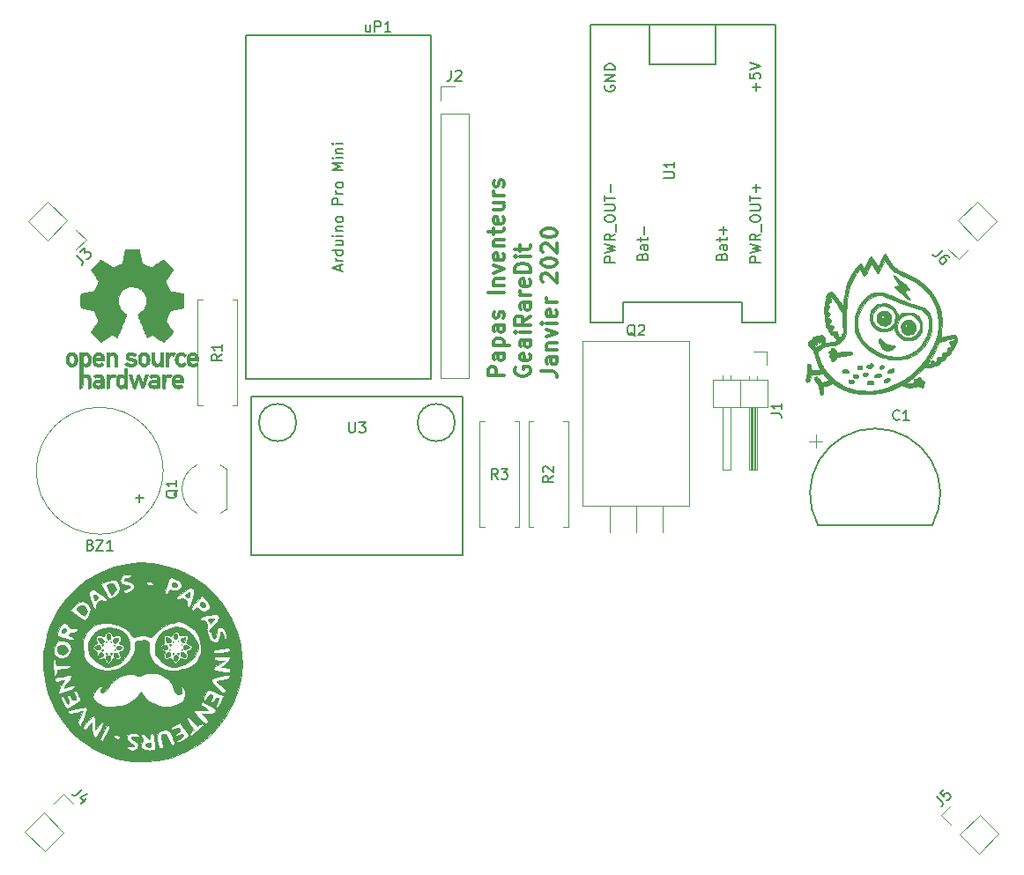
<source format=gto>
G04 #@! TF.GenerationSoftware,KiCad,Pcbnew,5.1.5-52549c5~84~ubuntu18.04.1*
G04 #@! TF.CreationDate,2020-01-22T11:35:12-05:00*
G04 #@! TF.ProjectId,GeaiRareDit_PCB_Kicad5,47656169-5261-4726-9544-69745f504342,1.0*
G04 #@! TF.SameCoordinates,Original*
G04 #@! TF.FileFunction,Legend,Top*
G04 #@! TF.FilePolarity,Positive*
%FSLAX46Y46*%
G04 Gerber Fmt 4.6, Leading zero omitted, Abs format (unit mm)*
G04 Created by KiCad (PCBNEW 5.1.5-52549c5~84~ubuntu18.04.1) date 2020-01-22 11:35:12*
%MOMM*%
%LPD*%
G04 APERTURE LIST*
%ADD10C,0.300000*%
%ADD11C,0.010000*%
%ADD12C,0.120000*%
%ADD13C,0.150000*%
G04 APERTURE END LIST*
D10*
X150111071Y-87170857D02*
X148611071Y-87170857D01*
X148611071Y-86599428D01*
X148682500Y-86456571D01*
X148753928Y-86385142D01*
X148896785Y-86313714D01*
X149111071Y-86313714D01*
X149253928Y-86385142D01*
X149325357Y-86456571D01*
X149396785Y-86599428D01*
X149396785Y-87170857D01*
X150111071Y-85028000D02*
X149325357Y-85028000D01*
X149182500Y-85099428D01*
X149111071Y-85242285D01*
X149111071Y-85528000D01*
X149182500Y-85670857D01*
X150039642Y-85028000D02*
X150111071Y-85170857D01*
X150111071Y-85528000D01*
X150039642Y-85670857D01*
X149896785Y-85742285D01*
X149753928Y-85742285D01*
X149611071Y-85670857D01*
X149539642Y-85528000D01*
X149539642Y-85170857D01*
X149468214Y-85028000D01*
X149111071Y-84313714D02*
X150611071Y-84313714D01*
X149182500Y-84313714D02*
X149111071Y-84170857D01*
X149111071Y-83885142D01*
X149182500Y-83742285D01*
X149253928Y-83670857D01*
X149396785Y-83599428D01*
X149825357Y-83599428D01*
X149968214Y-83670857D01*
X150039642Y-83742285D01*
X150111071Y-83885142D01*
X150111071Y-84170857D01*
X150039642Y-84313714D01*
X150111071Y-82313714D02*
X149325357Y-82313714D01*
X149182500Y-82385142D01*
X149111071Y-82528000D01*
X149111071Y-82813714D01*
X149182500Y-82956571D01*
X150039642Y-82313714D02*
X150111071Y-82456571D01*
X150111071Y-82813714D01*
X150039642Y-82956571D01*
X149896785Y-83028000D01*
X149753928Y-83028000D01*
X149611071Y-82956571D01*
X149539642Y-82813714D01*
X149539642Y-82456571D01*
X149468214Y-82313714D01*
X150039642Y-81670857D02*
X150111071Y-81528000D01*
X150111071Y-81242285D01*
X150039642Y-81099428D01*
X149896785Y-81028000D01*
X149825357Y-81028000D01*
X149682500Y-81099428D01*
X149611071Y-81242285D01*
X149611071Y-81456571D01*
X149539642Y-81599428D01*
X149396785Y-81670857D01*
X149325357Y-81670857D01*
X149182500Y-81599428D01*
X149111071Y-81456571D01*
X149111071Y-81242285D01*
X149182500Y-81099428D01*
X150111071Y-79242285D02*
X148611071Y-79242285D01*
X149111071Y-78528000D02*
X150111071Y-78528000D01*
X149253928Y-78528000D02*
X149182500Y-78456571D01*
X149111071Y-78313714D01*
X149111071Y-78099428D01*
X149182500Y-77956571D01*
X149325357Y-77885142D01*
X150111071Y-77885142D01*
X149111071Y-77313714D02*
X150111071Y-76956571D01*
X149111071Y-76599428D01*
X150039642Y-75456571D02*
X150111071Y-75599428D01*
X150111071Y-75885142D01*
X150039642Y-76028000D01*
X149896785Y-76099428D01*
X149325357Y-76099428D01*
X149182500Y-76028000D01*
X149111071Y-75885142D01*
X149111071Y-75599428D01*
X149182500Y-75456571D01*
X149325357Y-75385142D01*
X149468214Y-75385142D01*
X149611071Y-76099428D01*
X149111071Y-74742285D02*
X150111071Y-74742285D01*
X149253928Y-74742285D02*
X149182500Y-74670857D01*
X149111071Y-74528000D01*
X149111071Y-74313714D01*
X149182500Y-74170857D01*
X149325357Y-74099428D01*
X150111071Y-74099428D01*
X149111071Y-73599428D02*
X149111071Y-73028000D01*
X148611071Y-73385142D02*
X149896785Y-73385142D01*
X150039642Y-73313714D01*
X150111071Y-73170857D01*
X150111071Y-73028000D01*
X150039642Y-71956571D02*
X150111071Y-72099428D01*
X150111071Y-72385142D01*
X150039642Y-72528000D01*
X149896785Y-72599428D01*
X149325357Y-72599428D01*
X149182500Y-72528000D01*
X149111071Y-72385142D01*
X149111071Y-72099428D01*
X149182500Y-71956571D01*
X149325357Y-71885142D01*
X149468214Y-71885142D01*
X149611071Y-72599428D01*
X149111071Y-70599428D02*
X150111071Y-70599428D01*
X149111071Y-71242285D02*
X149896785Y-71242285D01*
X150039642Y-71170857D01*
X150111071Y-71028000D01*
X150111071Y-70813714D01*
X150039642Y-70670857D01*
X149968214Y-70599428D01*
X150111071Y-69885142D02*
X149111071Y-69885142D01*
X149396785Y-69885142D02*
X149253928Y-69813714D01*
X149182500Y-69742285D01*
X149111071Y-69599428D01*
X149111071Y-69456571D01*
X150039642Y-69028000D02*
X150111071Y-68885142D01*
X150111071Y-68599428D01*
X150039642Y-68456571D01*
X149896785Y-68385142D01*
X149825357Y-68385142D01*
X149682500Y-68456571D01*
X149611071Y-68599428D01*
X149611071Y-68813714D01*
X149539642Y-68956571D01*
X149396785Y-69028000D01*
X149325357Y-69028000D01*
X149182500Y-68956571D01*
X149111071Y-68813714D01*
X149111071Y-68599428D01*
X149182500Y-68456571D01*
X151232500Y-86385142D02*
X151161071Y-86528000D01*
X151161071Y-86742285D01*
X151232500Y-86956571D01*
X151375357Y-87099428D01*
X151518214Y-87170857D01*
X151803928Y-87242285D01*
X152018214Y-87242285D01*
X152303928Y-87170857D01*
X152446785Y-87099428D01*
X152589642Y-86956571D01*
X152661071Y-86742285D01*
X152661071Y-86599428D01*
X152589642Y-86385142D01*
X152518214Y-86313714D01*
X152018214Y-86313714D01*
X152018214Y-86599428D01*
X152589642Y-85099428D02*
X152661071Y-85242285D01*
X152661071Y-85528000D01*
X152589642Y-85670857D01*
X152446785Y-85742285D01*
X151875357Y-85742285D01*
X151732500Y-85670857D01*
X151661071Y-85528000D01*
X151661071Y-85242285D01*
X151732500Y-85099428D01*
X151875357Y-85028000D01*
X152018214Y-85028000D01*
X152161071Y-85742285D01*
X152661071Y-83742285D02*
X151875357Y-83742285D01*
X151732500Y-83813714D01*
X151661071Y-83956571D01*
X151661071Y-84242285D01*
X151732500Y-84385142D01*
X152589642Y-83742285D02*
X152661071Y-83885142D01*
X152661071Y-84242285D01*
X152589642Y-84385142D01*
X152446785Y-84456571D01*
X152303928Y-84456571D01*
X152161071Y-84385142D01*
X152089642Y-84242285D01*
X152089642Y-83885142D01*
X152018214Y-83742285D01*
X152661071Y-83028000D02*
X151661071Y-83028000D01*
X151161071Y-83028000D02*
X151232500Y-83099428D01*
X151303928Y-83028000D01*
X151232500Y-82956571D01*
X151161071Y-83028000D01*
X151303928Y-83028000D01*
X152661071Y-81456571D02*
X151946785Y-81956571D01*
X152661071Y-82313714D02*
X151161071Y-82313714D01*
X151161071Y-81742285D01*
X151232500Y-81599428D01*
X151303928Y-81528000D01*
X151446785Y-81456571D01*
X151661071Y-81456571D01*
X151803928Y-81528000D01*
X151875357Y-81599428D01*
X151946785Y-81742285D01*
X151946785Y-82313714D01*
X152661071Y-80170857D02*
X151875357Y-80170857D01*
X151732500Y-80242285D01*
X151661071Y-80385142D01*
X151661071Y-80670857D01*
X151732500Y-80813714D01*
X152589642Y-80170857D02*
X152661071Y-80313714D01*
X152661071Y-80670857D01*
X152589642Y-80813714D01*
X152446785Y-80885142D01*
X152303928Y-80885142D01*
X152161071Y-80813714D01*
X152089642Y-80670857D01*
X152089642Y-80313714D01*
X152018214Y-80170857D01*
X152661071Y-79456571D02*
X151661071Y-79456571D01*
X151946785Y-79456571D02*
X151803928Y-79385142D01*
X151732500Y-79313714D01*
X151661071Y-79170857D01*
X151661071Y-79028000D01*
X152589642Y-77956571D02*
X152661071Y-78099428D01*
X152661071Y-78385142D01*
X152589642Y-78528000D01*
X152446785Y-78599428D01*
X151875357Y-78599428D01*
X151732500Y-78528000D01*
X151661071Y-78385142D01*
X151661071Y-78099428D01*
X151732500Y-77956571D01*
X151875357Y-77885142D01*
X152018214Y-77885142D01*
X152161071Y-78599428D01*
X152661071Y-77242285D02*
X151161071Y-77242285D01*
X151161071Y-76885142D01*
X151232500Y-76670857D01*
X151375357Y-76528000D01*
X151518214Y-76456571D01*
X151803928Y-76385142D01*
X152018214Y-76385142D01*
X152303928Y-76456571D01*
X152446785Y-76528000D01*
X152589642Y-76670857D01*
X152661071Y-76885142D01*
X152661071Y-77242285D01*
X152661071Y-75742285D02*
X151661071Y-75742285D01*
X151161071Y-75742285D02*
X151232500Y-75813714D01*
X151303928Y-75742285D01*
X151232500Y-75670857D01*
X151161071Y-75742285D01*
X151303928Y-75742285D01*
X151661071Y-75242285D02*
X151661071Y-74670857D01*
X151161071Y-75028000D02*
X152446785Y-75028000D01*
X152589642Y-74956571D01*
X152661071Y-74813714D01*
X152661071Y-74670857D01*
X153711071Y-86742285D02*
X154782500Y-86742285D01*
X154996785Y-86813714D01*
X155139642Y-86956571D01*
X155211071Y-87170857D01*
X155211071Y-87313714D01*
X155211071Y-85385142D02*
X154425357Y-85385142D01*
X154282500Y-85456571D01*
X154211071Y-85599428D01*
X154211071Y-85885142D01*
X154282500Y-86028000D01*
X155139642Y-85385142D02*
X155211071Y-85528000D01*
X155211071Y-85885142D01*
X155139642Y-86028000D01*
X154996785Y-86099428D01*
X154853928Y-86099428D01*
X154711071Y-86028000D01*
X154639642Y-85885142D01*
X154639642Y-85528000D01*
X154568214Y-85385142D01*
X154211071Y-84670857D02*
X155211071Y-84670857D01*
X154353928Y-84670857D02*
X154282500Y-84599428D01*
X154211071Y-84456571D01*
X154211071Y-84242285D01*
X154282500Y-84099428D01*
X154425357Y-84028000D01*
X155211071Y-84028000D01*
X154211071Y-83456571D02*
X155211071Y-83099428D01*
X154211071Y-82742285D01*
X155211071Y-82170857D02*
X154211071Y-82170857D01*
X153711071Y-82170857D02*
X153782500Y-82242285D01*
X153853928Y-82170857D01*
X153782500Y-82099428D01*
X153711071Y-82170857D01*
X153853928Y-82170857D01*
X155139642Y-80885142D02*
X155211071Y-81028000D01*
X155211071Y-81313714D01*
X155139642Y-81456571D01*
X154996785Y-81528000D01*
X154425357Y-81528000D01*
X154282500Y-81456571D01*
X154211071Y-81313714D01*
X154211071Y-81028000D01*
X154282500Y-80885142D01*
X154425357Y-80813714D01*
X154568214Y-80813714D01*
X154711071Y-81528000D01*
X155211071Y-80170857D02*
X154211071Y-80170857D01*
X154496785Y-80170857D02*
X154353928Y-80099428D01*
X154282500Y-80028000D01*
X154211071Y-79885142D01*
X154211071Y-79742285D01*
X153853928Y-78170857D02*
X153782500Y-78099428D01*
X153711071Y-77956571D01*
X153711071Y-77599428D01*
X153782500Y-77456571D01*
X153853928Y-77385142D01*
X153996785Y-77313714D01*
X154139642Y-77313714D01*
X154353928Y-77385142D01*
X155211071Y-78242285D01*
X155211071Y-77313714D01*
X153711071Y-76385142D02*
X153711071Y-76242285D01*
X153782500Y-76099428D01*
X153853928Y-76028000D01*
X153996785Y-75956571D01*
X154282500Y-75885142D01*
X154639642Y-75885142D01*
X154925357Y-75956571D01*
X155068214Y-76028000D01*
X155139642Y-76099428D01*
X155211071Y-76242285D01*
X155211071Y-76385142D01*
X155139642Y-76528000D01*
X155068214Y-76599428D01*
X154925357Y-76670857D01*
X154639642Y-76742285D01*
X154282500Y-76742285D01*
X153996785Y-76670857D01*
X153853928Y-76599428D01*
X153782500Y-76528000D01*
X153711071Y-76385142D01*
X153853928Y-75313714D02*
X153782500Y-75242285D01*
X153711071Y-75099428D01*
X153711071Y-74742285D01*
X153782500Y-74599428D01*
X153853928Y-74528000D01*
X153996785Y-74456571D01*
X154139642Y-74456571D01*
X154353928Y-74528000D01*
X155211071Y-75385142D01*
X155211071Y-74456571D01*
X153711071Y-73528000D02*
X153711071Y-73385142D01*
X153782500Y-73242285D01*
X153853928Y-73170857D01*
X153996785Y-73099428D01*
X154282500Y-73028000D01*
X154639642Y-73028000D01*
X154925357Y-73099428D01*
X155068214Y-73170857D01*
X155139642Y-73242285D01*
X155211071Y-73385142D01*
X155211071Y-73528000D01*
X155139642Y-73670857D01*
X155068214Y-73742285D01*
X154925357Y-73813714D01*
X154639642Y-73885142D01*
X154282500Y-73885142D01*
X153996785Y-73813714D01*
X153853928Y-73742285D01*
X153782500Y-73670857D01*
X153711071Y-73528000D01*
D11*
G36*
X118664460Y-112000949D02*
G01*
X118739505Y-112166132D01*
X118756613Y-112348552D01*
X118729808Y-112432188D01*
X118628895Y-112514838D01*
X118476461Y-112466806D01*
X118440207Y-112444791D01*
X118369754Y-112319373D01*
X118379779Y-112141191D01*
X118453031Y-111986115D01*
X118557500Y-111929000D01*
X118664460Y-112000949D01*
G37*
X118664460Y-112000949D02*
X118739505Y-112166132D01*
X118756613Y-112348552D01*
X118729808Y-112432188D01*
X118628895Y-112514838D01*
X118476461Y-112466806D01*
X118440207Y-112444791D01*
X118369754Y-112319373D01*
X118379779Y-112141191D01*
X118453031Y-111986115D01*
X118557500Y-111929000D01*
X118664460Y-112000949D01*
G36*
X118825611Y-112634555D02*
G01*
X118835744Y-112735035D01*
X118825611Y-112747444D01*
X118775277Y-112735822D01*
X118769167Y-112691000D01*
X118800145Y-112621310D01*
X118825611Y-112634555D01*
G37*
X118825611Y-112634555D02*
X118835744Y-112735035D01*
X118825611Y-112747444D01*
X118775277Y-112735822D01*
X118769167Y-112691000D01*
X118800145Y-112621310D01*
X118825611Y-112634555D01*
G36*
X118345834Y-112733333D02*
G01*
X118303500Y-112775667D01*
X118261167Y-112733333D01*
X118303500Y-112691000D01*
X118345834Y-112733333D01*
G37*
X118345834Y-112733333D02*
X118303500Y-112775667D01*
X118261167Y-112733333D01*
X118303500Y-112691000D01*
X118345834Y-112733333D01*
G36*
X119515145Y-112346325D02*
G01*
X119484180Y-112534099D01*
X119471195Y-112574583D01*
X119364290Y-112783367D01*
X119243572Y-112831172D01*
X119121007Y-112714244D01*
X119106706Y-112688893D01*
X119041461Y-112554774D01*
X119058980Y-112476996D01*
X119187048Y-112396641D01*
X119263252Y-112356942D01*
X119444469Y-112290378D01*
X119515145Y-112346325D01*
G37*
X119515145Y-112346325D02*
X119484180Y-112534099D01*
X119471195Y-112574583D01*
X119364290Y-112783367D01*
X119243572Y-112831172D01*
X119121007Y-112714244D01*
X119106706Y-112688893D01*
X119041461Y-112554774D01*
X119058980Y-112476996D01*
X119187048Y-112396641D01*
X119263252Y-112356942D01*
X119444469Y-112290378D01*
X119515145Y-112346325D01*
G36*
X117719055Y-112299034D02*
G01*
X117876183Y-112365923D01*
X118039891Y-112496486D01*
X118087130Y-112653344D01*
X118008057Y-112783135D01*
X117957909Y-112808941D01*
X117812506Y-112853084D01*
X117733381Y-112804367D01*
X117671479Y-112696566D01*
X117605880Y-112520838D01*
X117583623Y-112355653D01*
X117612582Y-112269532D01*
X117622183Y-112267667D01*
X117719055Y-112299034D01*
G37*
X117719055Y-112299034D02*
X117876183Y-112365923D01*
X118039891Y-112496486D01*
X118087130Y-112653344D01*
X118008057Y-112783135D01*
X117957909Y-112808941D01*
X117812506Y-112853084D01*
X117733381Y-112804367D01*
X117671479Y-112696566D01*
X117605880Y-112520838D01*
X117583623Y-112355653D01*
X117612582Y-112269532D01*
X117622183Y-112267667D01*
X117719055Y-112299034D01*
G36*
X119164278Y-112973222D02*
G01*
X119174411Y-113073702D01*
X119164278Y-113086111D01*
X119113944Y-113074489D01*
X119107834Y-113029667D01*
X119138812Y-112959976D01*
X119164278Y-112973222D01*
G37*
X119164278Y-112973222D02*
X119174411Y-113073702D01*
X119164278Y-113086111D01*
X119113944Y-113074489D01*
X119107834Y-113029667D01*
X119138812Y-112959976D01*
X119164278Y-112973222D01*
G36*
X118089373Y-113009429D02*
G01*
X118091834Y-113029667D01*
X118027404Y-113111873D01*
X118007167Y-113114333D01*
X117924960Y-113049904D01*
X117922500Y-113029667D01*
X117986929Y-112947460D01*
X118007167Y-112945000D01*
X118089373Y-113009429D01*
G37*
X118089373Y-113009429D02*
X118091834Y-113029667D01*
X118027404Y-113111873D01*
X118007167Y-113114333D01*
X117924960Y-113049904D01*
X117922500Y-113029667D01*
X117986929Y-112947460D01*
X118007167Y-112945000D01*
X118089373Y-113009429D01*
G36*
X119575299Y-113061895D02*
G01*
X119738188Y-113127622D01*
X119881308Y-113218097D01*
X119879508Y-113311213D01*
X119858805Y-113339289D01*
X119710690Y-113425809D01*
X119514581Y-113450625D01*
X119355436Y-113407908D01*
X119324222Y-113375974D01*
X119309581Y-113241649D01*
X119364169Y-113095647D01*
X119451575Y-113029667D01*
X119575299Y-113061895D01*
G37*
X119575299Y-113061895D02*
X119738188Y-113127622D01*
X119881308Y-113218097D01*
X119879508Y-113311213D01*
X119858805Y-113339289D01*
X119710690Y-113425809D01*
X119514581Y-113450625D01*
X119355436Y-113407908D01*
X119324222Y-113375974D01*
X119309581Y-113241649D01*
X119364169Y-113095647D01*
X119451575Y-113029667D01*
X119575299Y-113061895D01*
G36*
X119192500Y-113495333D02*
G01*
X119150167Y-113537667D01*
X119107834Y-113495333D01*
X119150167Y-113453000D01*
X119192500Y-113495333D01*
G37*
X119192500Y-113495333D02*
X119150167Y-113537667D01*
X119107834Y-113495333D01*
X119150167Y-113453000D01*
X119192500Y-113495333D01*
G36*
X118007167Y-113495333D02*
G01*
X117964834Y-113537667D01*
X117922500Y-113495333D01*
X117964834Y-113453000D01*
X118007167Y-113495333D01*
G37*
X118007167Y-113495333D02*
X117964834Y-113537667D01*
X117922500Y-113495333D01*
X117964834Y-113453000D01*
X118007167Y-113495333D01*
G36*
X117692537Y-113104280D02*
G01*
X117727855Y-113137402D01*
X117817601Y-113266930D01*
X117771597Y-113387876D01*
X117756693Y-113406417D01*
X117655572Y-113506968D01*
X117549849Y-113517693D01*
X117369835Y-113443389D01*
X117351000Y-113434331D01*
X117189064Y-113321859D01*
X117194228Y-113214210D01*
X117367225Y-113101209D01*
X117375294Y-113097503D01*
X117557929Y-113044010D01*
X117692537Y-113104280D01*
G37*
X117692537Y-113104280D02*
X117727855Y-113137402D01*
X117817601Y-113266930D01*
X117771597Y-113387876D01*
X117756693Y-113406417D01*
X117655572Y-113506968D01*
X117549849Y-113517693D01*
X117369835Y-113443389D01*
X117351000Y-113434331D01*
X117189064Y-113321859D01*
X117194228Y-113214210D01*
X117367225Y-113101209D01*
X117375294Y-113097503D01*
X117557929Y-113044010D01*
X117692537Y-113104280D01*
G36*
X118850388Y-113853127D02*
G01*
X118853834Y-113876333D01*
X118824947Y-113958799D01*
X118816497Y-113961000D01*
X118744211Y-113901671D01*
X118726834Y-113876333D01*
X118733546Y-113798314D01*
X118764170Y-113791667D01*
X118850388Y-113853127D01*
G37*
X118850388Y-113853127D02*
X118853834Y-113876333D01*
X118824947Y-113958799D01*
X118816497Y-113961000D01*
X118744211Y-113901671D01*
X118726834Y-113876333D01*
X118733546Y-113798314D01*
X118764170Y-113791667D01*
X118850388Y-113853127D01*
G36*
X118401396Y-113843536D02*
G01*
X118388167Y-113876333D01*
X118312085Y-113957104D01*
X118298503Y-113961000D01*
X118262138Y-113895494D01*
X118261167Y-113876333D01*
X118326255Y-113794920D01*
X118350830Y-113791667D01*
X118401396Y-113843536D01*
G37*
X118401396Y-113843536D02*
X118388167Y-113876333D01*
X118312085Y-113957104D01*
X118298503Y-113961000D01*
X118262138Y-113895494D01*
X118261167Y-113876333D01*
X118326255Y-113794920D01*
X118350830Y-113791667D01*
X118401396Y-113843536D01*
G36*
X119324006Y-113749584D02*
G01*
X119471171Y-113888224D01*
X119545675Y-114079216D01*
X119524833Y-114231225D01*
X119387099Y-114263134D01*
X119213667Y-114212060D01*
X119069162Y-114089729D01*
X119025637Y-113921673D01*
X119091138Y-113775313D01*
X119156732Y-113735098D01*
X119324006Y-113749584D01*
G37*
X119324006Y-113749584D02*
X119471171Y-113888224D01*
X119545675Y-114079216D01*
X119524833Y-114231225D01*
X119387099Y-114263134D01*
X119213667Y-114212060D01*
X119069162Y-114089729D01*
X119025637Y-113921673D01*
X119091138Y-113775313D01*
X119156732Y-113735098D01*
X119324006Y-113749584D01*
G36*
X117945900Y-113753784D02*
G01*
X118069754Y-113872035D01*
X118074284Y-114040284D01*
X117962116Y-114191049D01*
X117928066Y-114212021D01*
X117713604Y-114293253D01*
X117603605Y-114247111D01*
X117583834Y-114146515D01*
X117636261Y-113931583D01*
X117764134Y-113782413D01*
X117923332Y-113746859D01*
X117945900Y-113753784D01*
G37*
X117945900Y-113753784D02*
X118069754Y-113872035D01*
X118074284Y-114040284D01*
X117962116Y-114191049D01*
X117928066Y-114212021D01*
X117713604Y-114293253D01*
X117603605Y-114247111D01*
X117583834Y-114146515D01*
X117636261Y-113931583D01*
X117764134Y-113782413D01*
X117923332Y-113746859D01*
X117945900Y-113753784D01*
G36*
X118715779Y-114069447D02*
G01*
X118813645Y-114172417D01*
X118804723Y-114304917D01*
X118761837Y-114408942D01*
X118633327Y-114593613D01*
X118504584Y-114621333D01*
X118401423Y-114491393D01*
X118378803Y-114419501D01*
X118373949Y-114195878D01*
X118463266Y-114051279D01*
X118613198Y-114020563D01*
X118715779Y-114069447D01*
G37*
X118715779Y-114069447D02*
X118813645Y-114172417D01*
X118804723Y-114304917D01*
X118761837Y-114408942D01*
X118633327Y-114593613D01*
X118504584Y-114621333D01*
X118401423Y-114491393D01*
X118378803Y-114419501D01*
X118373949Y-114195878D01*
X118463266Y-114051279D01*
X118613198Y-114020563D01*
X118715779Y-114069447D01*
G36*
X112177287Y-111997677D02*
G01*
X112266664Y-112143794D01*
X112320637Y-112327161D01*
X112262484Y-112459006D01*
X112236409Y-112486710D01*
X112123313Y-112571057D01*
X112031723Y-112520994D01*
X112000273Y-112484682D01*
X111942876Y-112331268D01*
X111947447Y-112140219D01*
X112003241Y-111982900D01*
X112083928Y-111929000D01*
X112177287Y-111997677D01*
G37*
X112177287Y-111997677D02*
X112266664Y-112143794D01*
X112320637Y-112327161D01*
X112262484Y-112459006D01*
X112236409Y-112486710D01*
X112123313Y-112571057D01*
X112031723Y-112520994D01*
X112000273Y-112484682D01*
X111942876Y-112331268D01*
X111947447Y-112140219D01*
X112003241Y-111982900D01*
X112083928Y-111929000D01*
X112177287Y-111997677D01*
G36*
X112390945Y-112719222D02*
G01*
X112379322Y-112769556D01*
X112334500Y-112775667D01*
X112264810Y-112744688D01*
X112278056Y-112719222D01*
X112378535Y-112709089D01*
X112390945Y-112719222D01*
G37*
X112390945Y-112719222D02*
X112379322Y-112769556D01*
X112334500Y-112775667D01*
X112264810Y-112744688D01*
X112278056Y-112719222D01*
X112378535Y-112709089D01*
X112390945Y-112719222D01*
G36*
X111911167Y-112733333D02*
G01*
X111868834Y-112775667D01*
X111826500Y-112733333D01*
X111868834Y-112691000D01*
X111911167Y-112733333D01*
G37*
X111911167Y-112733333D02*
X111868834Y-112775667D01*
X111826500Y-112733333D01*
X111868834Y-112691000D01*
X111911167Y-112733333D01*
G36*
X113068929Y-112427068D02*
G01*
X113024916Y-112613879D01*
X113016298Y-112636924D01*
X112896186Y-112814693D01*
X112744763Y-112859423D01*
X112644945Y-112803889D01*
X112581172Y-112643714D01*
X112647147Y-112481374D01*
X112804110Y-112386111D01*
X113001760Y-112358750D01*
X113068929Y-112427068D01*
G37*
X113068929Y-112427068D02*
X113024916Y-112613879D01*
X113016298Y-112636924D01*
X112896186Y-112814693D01*
X112744763Y-112859423D01*
X112644945Y-112803889D01*
X112581172Y-112643714D01*
X112647147Y-112481374D01*
X112804110Y-112386111D01*
X113001760Y-112358750D01*
X113068929Y-112427068D01*
G36*
X111431373Y-112408191D02*
G01*
X111602897Y-112546265D01*
X111657167Y-112693979D01*
X111594437Y-112823651D01*
X111451462Y-112860898D01*
X111296061Y-112795452D01*
X111257344Y-112754500D01*
X111138660Y-112553766D01*
X111119066Y-112407055D01*
X111199724Y-112352333D01*
X111431373Y-112408191D01*
G37*
X111431373Y-112408191D02*
X111602897Y-112546265D01*
X111657167Y-112693979D01*
X111594437Y-112823651D01*
X111451462Y-112860898D01*
X111296061Y-112795452D01*
X111257344Y-112754500D01*
X111138660Y-112553766D01*
X111119066Y-112407055D01*
X111199724Y-112352333D01*
X111431373Y-112408191D01*
G36*
X112729611Y-113057889D02*
G01*
X112717989Y-113108223D01*
X112673167Y-113114333D01*
X112603477Y-113083355D01*
X112616722Y-113057889D01*
X112717202Y-113047756D01*
X112729611Y-113057889D01*
G37*
X112729611Y-113057889D02*
X112717989Y-113108223D01*
X112673167Y-113114333D01*
X112603477Y-113083355D01*
X112616722Y-113057889D01*
X112717202Y-113047756D01*
X112729611Y-113057889D01*
G36*
X111571529Y-113010506D02*
G01*
X111572500Y-113029667D01*
X111507412Y-113111080D01*
X111482837Y-113114333D01*
X111432271Y-113062463D01*
X111445500Y-113029667D01*
X111521582Y-112948896D01*
X111535164Y-112945000D01*
X111571529Y-113010506D01*
G37*
X111571529Y-113010506D02*
X111572500Y-113029667D01*
X111507412Y-113111080D01*
X111482837Y-113114333D01*
X111432271Y-113062463D01*
X111445500Y-113029667D01*
X111521582Y-112948896D01*
X111535164Y-112945000D01*
X111571529Y-113010506D01*
G36*
X113349792Y-113196771D02*
G01*
X113418805Y-113298410D01*
X113328589Y-113403479D01*
X113117250Y-113491655D01*
X112943226Y-113498107D01*
X112876914Y-113420559D01*
X112870047Y-113241416D01*
X112981420Y-113135372D01*
X113168425Y-113122589D01*
X113349792Y-113196771D01*
G37*
X113349792Y-113196771D02*
X113418805Y-113298410D01*
X113328589Y-113403479D01*
X113117250Y-113491655D01*
X112943226Y-113498107D01*
X112876914Y-113420559D01*
X112870047Y-113241416D01*
X112981420Y-113135372D01*
X113168425Y-113122589D01*
X113349792Y-113196771D01*
G36*
X112757834Y-113495333D02*
G01*
X112715500Y-113537667D01*
X112673167Y-113495333D01*
X112715500Y-113453000D01*
X112757834Y-113495333D01*
G37*
X112757834Y-113495333D02*
X112715500Y-113537667D01*
X112673167Y-113495333D01*
X112715500Y-113453000D01*
X112757834Y-113495333D01*
G36*
X111239973Y-113101521D02*
G01*
X111288076Y-113158635D01*
X111361689Y-113345328D01*
X111303470Y-113476336D01*
X111147922Y-113527698D01*
X110929550Y-113475449D01*
X110874000Y-113446218D01*
X110743604Y-113334651D01*
X110771932Y-113231030D01*
X110955225Y-113121663D01*
X111132423Y-113061487D01*
X111239973Y-113101521D01*
G37*
X111239973Y-113101521D02*
X111288076Y-113158635D01*
X111361689Y-113345328D01*
X111303470Y-113476336D01*
X111147922Y-113527698D01*
X110929550Y-113475449D01*
X110874000Y-113446218D01*
X110743604Y-113334651D01*
X110771932Y-113231030D01*
X110955225Y-113121663D01*
X111132423Y-113061487D01*
X111239973Y-113101521D01*
G36*
X111571529Y-113518506D02*
G01*
X111572500Y-113537667D01*
X111507412Y-113619080D01*
X111482837Y-113622333D01*
X111432271Y-113570463D01*
X111445500Y-113537667D01*
X111521582Y-113456896D01*
X111535164Y-113453000D01*
X111571529Y-113518506D01*
G37*
X111571529Y-113518506D02*
X111572500Y-113537667D01*
X111507412Y-113619080D01*
X111482837Y-113622333D01*
X111432271Y-113570463D01*
X111445500Y-113537667D01*
X111521582Y-113456896D01*
X111535164Y-113453000D01*
X111571529Y-113518506D01*
G36*
X112416707Y-113856096D02*
G01*
X112419167Y-113876333D01*
X112354738Y-113958540D01*
X112334500Y-113961000D01*
X112252294Y-113896571D01*
X112249834Y-113876333D01*
X112314263Y-113794127D01*
X112334500Y-113791667D01*
X112416707Y-113856096D01*
G37*
X112416707Y-113856096D02*
X112419167Y-113876333D01*
X112354738Y-113958540D01*
X112334500Y-113961000D01*
X112252294Y-113896571D01*
X112249834Y-113876333D01*
X112314263Y-113794127D01*
X112334500Y-113791667D01*
X112416707Y-113856096D01*
G36*
X111911167Y-113834000D02*
G01*
X111991937Y-113910082D01*
X111995834Y-113923663D01*
X111930328Y-113960029D01*
X111911167Y-113961000D01*
X111829754Y-113895912D01*
X111826500Y-113871336D01*
X111878370Y-113820770D01*
X111911167Y-113834000D01*
G37*
X111911167Y-113834000D02*
X111991937Y-113910082D01*
X111995834Y-113923663D01*
X111930328Y-113960029D01*
X111911167Y-113961000D01*
X111829754Y-113895912D01*
X111826500Y-113871336D01*
X111878370Y-113820770D01*
X111911167Y-113834000D01*
G36*
X112988801Y-113861458D02*
G01*
X113087163Y-114062520D01*
X113096500Y-114179591D01*
X113027929Y-114272423D01*
X112856571Y-114287350D01*
X112694334Y-114243593D01*
X112612497Y-114135335D01*
X112588500Y-113996278D01*
X112626971Y-113838096D01*
X112772516Y-113791893D01*
X112791108Y-113791667D01*
X112988801Y-113861458D01*
G37*
X112988801Y-113861458D02*
X113087163Y-114062520D01*
X113096500Y-114179591D01*
X113027929Y-114272423D01*
X112856571Y-114287350D01*
X112694334Y-114243593D01*
X112612497Y-114135335D01*
X112588500Y-113996278D01*
X112626971Y-113838096D01*
X112772516Y-113791893D01*
X112791108Y-113791667D01*
X112988801Y-113861458D01*
G36*
X111490743Y-113793224D02*
G01*
X111636506Y-113936015D01*
X111624276Y-114095966D01*
X111493400Y-114212021D01*
X111311299Y-114279776D01*
X111146574Y-114298233D01*
X111065472Y-114261041D01*
X111064500Y-114253129D01*
X111099702Y-114153283D01*
X111185357Y-113972992D01*
X111194410Y-113955374D01*
X111299636Y-113790208D01*
X111401002Y-113756824D01*
X111490743Y-113793224D01*
G37*
X111490743Y-113793224D02*
X111636506Y-113936015D01*
X111624276Y-114095966D01*
X111493400Y-114212021D01*
X111311299Y-114279776D01*
X111146574Y-114298233D01*
X111065472Y-114261041D01*
X111064500Y-114253129D01*
X111099702Y-114153283D01*
X111185357Y-113972992D01*
X111194410Y-113955374D01*
X111299636Y-113790208D01*
X111401002Y-113756824D01*
X111490743Y-113793224D01*
G36*
X112255870Y-114107859D02*
G01*
X112320500Y-114252686D01*
X112298446Y-114448165D01*
X112224212Y-114587463D01*
X112123719Y-114685839D01*
X112038821Y-114641043D01*
X112025689Y-114624812D01*
X111894596Y-114383202D01*
X111905196Y-114191144D01*
X111957455Y-114127051D01*
X112127280Y-114052907D01*
X112255870Y-114107859D01*
G37*
X112255870Y-114107859D02*
X112320500Y-114252686D01*
X112298446Y-114448165D01*
X112224212Y-114587463D01*
X112123719Y-114685839D01*
X112038821Y-114641043D01*
X112025689Y-114624812D01*
X111894596Y-114383202D01*
X111905196Y-114191144D01*
X111957455Y-114127051D01*
X112127280Y-114052907D01*
X112255870Y-114107859D01*
G36*
X118513046Y-107065282D02*
G01*
X118640609Y-107133724D01*
X118750768Y-107243312D01*
X118722835Y-107350646D01*
X118692104Y-107390171D01*
X118517175Y-107514893D01*
X118316992Y-107476500D01*
X118274003Y-107451391D01*
X118192584Y-107319028D01*
X118214472Y-107154709D01*
X118324126Y-107044744D01*
X118348443Y-107038025D01*
X118513046Y-107065282D01*
G37*
X118513046Y-107065282D02*
X118640609Y-107133724D01*
X118750768Y-107243312D01*
X118722835Y-107350646D01*
X118692104Y-107390171D01*
X118517175Y-107514893D01*
X118316992Y-107476500D01*
X118274003Y-107451391D01*
X118192584Y-107319028D01*
X118214472Y-107154709D01*
X118324126Y-107044744D01*
X118348443Y-107038025D01*
X118513046Y-107065282D01*
G36*
X112504293Y-107161525D02*
G01*
X112708705Y-107305911D01*
X112828779Y-107535079D01*
X112842500Y-107650035D01*
X112787926Y-107833866D01*
X112657475Y-108028117D01*
X112501052Y-108169686D01*
X112404628Y-108203667D01*
X112333080Y-108134286D01*
X112217727Y-107954856D01*
X112117618Y-107770041D01*
X111991982Y-107492195D01*
X111967863Y-107319607D01*
X112053707Y-107216077D01*
X112257959Y-107145402D01*
X112263663Y-107143987D01*
X112504293Y-107161525D01*
G37*
X112504293Y-107161525D02*
X112708705Y-107305911D01*
X112828779Y-107535079D01*
X112842500Y-107650035D01*
X112787926Y-107833866D01*
X112657475Y-108028117D01*
X112501052Y-108169686D01*
X112404628Y-108203667D01*
X112333080Y-108134286D01*
X112217727Y-107954856D01*
X112117618Y-107770041D01*
X111991982Y-107492195D01*
X111967863Y-107319607D01*
X112053707Y-107216077D01*
X112257959Y-107145402D01*
X112263663Y-107143987D01*
X112504293Y-107161525D01*
G36*
X119945159Y-108036844D02*
G01*
X119940173Y-108188301D01*
X119901136Y-108351833D01*
X119835093Y-108508201D01*
X119731895Y-108523284D01*
X119578224Y-108429257D01*
X119489367Y-108348072D01*
X119505594Y-108273272D01*
X119643407Y-108159874D01*
X119689042Y-108127159D01*
X119865568Y-108020827D01*
X119945159Y-108036844D01*
G37*
X119945159Y-108036844D02*
X119940173Y-108188301D01*
X119901136Y-108351833D01*
X119835093Y-108508201D01*
X119731895Y-108523284D01*
X119578224Y-108429257D01*
X119489367Y-108348072D01*
X119505594Y-108273272D01*
X119643407Y-108159874D01*
X119689042Y-108127159D01*
X119865568Y-108020827D01*
X119945159Y-108036844D01*
G36*
X110831471Y-108252320D02*
G01*
X110977159Y-108353809D01*
X111103066Y-108467975D01*
X111101191Y-108549817D01*
X110994944Y-108655658D01*
X110860301Y-108744378D01*
X110788278Y-108738349D01*
X110723995Y-108572266D01*
X110687192Y-108383962D01*
X110687128Y-108240860D01*
X110714841Y-108203667D01*
X110831471Y-108252320D01*
G37*
X110831471Y-108252320D02*
X110977159Y-108353809D01*
X111103066Y-108467975D01*
X111101191Y-108549817D01*
X110994944Y-108655658D01*
X110860301Y-108744378D01*
X110788278Y-108738349D01*
X110723995Y-108572266D01*
X110687192Y-108383962D01*
X110687128Y-108240860D01*
X110714841Y-108203667D01*
X110831471Y-108252320D01*
G36*
X121255277Y-108963261D02*
G01*
X121325547Y-109029084D01*
X121452923Y-109226132D01*
X121439764Y-109379866D01*
X121314644Y-109455676D01*
X121106139Y-109418951D01*
X121034000Y-109382218D01*
X120900565Y-109234728D01*
X120927910Y-109061505D01*
X121017450Y-108961835D01*
X121133870Y-108903587D01*
X121255277Y-108963261D01*
G37*
X121255277Y-108963261D02*
X121325547Y-109029084D01*
X121452923Y-109226132D01*
X121439764Y-109379866D01*
X121314644Y-109455676D01*
X121106139Y-109418951D01*
X121034000Y-109382218D01*
X120900565Y-109234728D01*
X120927910Y-109061505D01*
X121017450Y-108961835D01*
X121133870Y-108903587D01*
X121255277Y-108963261D01*
G36*
X109711623Y-109287364D02*
G01*
X109890577Y-109449286D01*
X110019285Y-109643676D01*
X110048500Y-109759856D01*
X110013532Y-109941168D01*
X109932018Y-110120107D01*
X109839043Y-110226231D01*
X109812688Y-110233311D01*
X109715108Y-110184827D01*
X109534988Y-110064171D01*
X109423403Y-109982158D01*
X109222150Y-109827745D01*
X109081754Y-109716131D01*
X109049125Y-109687846D01*
X109063010Y-109600075D01*
X109170639Y-109465028D01*
X109324159Y-109328299D01*
X109475718Y-109235481D01*
X109540500Y-109219667D01*
X109711623Y-109287364D01*
G37*
X109711623Y-109287364D02*
X109890577Y-109449286D01*
X110019285Y-109643676D01*
X110048500Y-109759856D01*
X110013532Y-109941168D01*
X109932018Y-110120107D01*
X109839043Y-110226231D01*
X109812688Y-110233311D01*
X109715108Y-110184827D01*
X109534988Y-110064171D01*
X109423403Y-109982158D01*
X109222150Y-109827745D01*
X109081754Y-109716131D01*
X109049125Y-109687846D01*
X109063010Y-109600075D01*
X109170639Y-109465028D01*
X109324159Y-109328299D01*
X109475718Y-109235481D01*
X109540500Y-109219667D01*
X109711623Y-109287364D01*
G36*
X108036642Y-111527723D02*
G01*
X108064369Y-111684080D01*
X108005546Y-111836419D01*
X107876323Y-111912675D01*
X107707773Y-111897953D01*
X107639574Y-111850925D01*
X107629994Y-111701607D01*
X107716805Y-111541407D01*
X107851378Y-111442825D01*
X107916379Y-111438218D01*
X108036642Y-111527723D01*
G37*
X108036642Y-111527723D02*
X108064369Y-111684080D01*
X108005546Y-111836419D01*
X107876323Y-111912675D01*
X107707773Y-111897953D01*
X107639574Y-111850925D01*
X107629994Y-111701607D01*
X107716805Y-111541407D01*
X107851378Y-111442825D01*
X107916379Y-111438218D01*
X108036642Y-111527723D01*
G36*
X122147604Y-110497544D02*
G01*
X122236776Y-110541847D01*
X122238618Y-110553167D01*
X122190382Y-110659804D01*
X122084165Y-110815017D01*
X121931596Y-111013367D01*
X121792898Y-110801687D01*
X121705309Y-110648106D01*
X121718762Y-110573651D01*
X121784941Y-110539837D01*
X121974093Y-110496201D01*
X122147604Y-110497544D01*
G37*
X122147604Y-110497544D02*
X122236776Y-110541847D01*
X122238618Y-110553167D01*
X122190382Y-110659804D01*
X122084165Y-110815017D01*
X121931596Y-111013367D01*
X121792898Y-110801687D01*
X121705309Y-110648106D01*
X121718762Y-110573651D01*
X121784941Y-110539837D01*
X121974093Y-110496201D01*
X122147604Y-110497544D01*
G36*
X107921013Y-113098991D02*
G01*
X108117281Y-113288962D01*
X108185834Y-113562521D01*
X108113810Y-113769301D01*
X107932547Y-113909328D01*
X107694260Y-113966904D01*
X107451164Y-113926335D01*
X107302881Y-113827952D01*
X107173539Y-113601181D01*
X107179638Y-113361410D01*
X107301147Y-113158230D01*
X107518034Y-113041230D01*
X107625357Y-113029667D01*
X107921013Y-113098991D01*
G37*
X107921013Y-113098991D02*
X108117281Y-113288962D01*
X108185834Y-113562521D01*
X108113810Y-113769301D01*
X107932547Y-113909328D01*
X107694260Y-113966904D01*
X107451164Y-113926335D01*
X107302881Y-113827952D01*
X107173539Y-113601181D01*
X107179638Y-113361410D01*
X107301147Y-113158230D01*
X107518034Y-113041230D01*
X107625357Y-113029667D01*
X107921013Y-113098991D01*
G36*
X119044298Y-111378712D02*
G01*
X119152396Y-111406630D01*
X119652927Y-111630246D01*
X120086601Y-112004046D01*
X120456980Y-112531571D01*
X120629074Y-112875230D01*
X120711895Y-113075824D01*
X120740216Y-113231143D01*
X120713345Y-113407495D01*
X120630589Y-113671188D01*
X120620441Y-113701278D01*
X120372957Y-114177934D01*
X119982427Y-114593413D01*
X119547762Y-114883809D01*
X119377379Y-114958474D01*
X119131974Y-115048567D01*
X118868854Y-115135268D01*
X118645323Y-115199761D01*
X118518688Y-115223227D01*
X118515167Y-115222883D01*
X118415882Y-115201051D01*
X118204894Y-115151461D01*
X118017850Y-115106562D01*
X117734492Y-115016848D01*
X117490425Y-114879405D01*
X117227428Y-114657858D01*
X117098534Y-114532193D01*
X116851665Y-114272348D01*
X116703933Y-114071894D01*
X116625587Y-113880390D01*
X116589204Y-113668641D01*
X116594540Y-113267390D01*
X117090471Y-113267390D01*
X117109299Y-113422967D01*
X117246551Y-113529183D01*
X117324995Y-113561757D01*
X117507024Y-113661546D01*
X117536996Y-113774434D01*
X117531216Y-113789700D01*
X117435680Y-114105968D01*
X117458894Y-114321512D01*
X117593393Y-114423951D01*
X117831708Y-114400902D01*
X117888007Y-114381352D01*
X118118525Y-114336134D01*
X118242774Y-114410211D01*
X118261167Y-114499397D01*
X118330826Y-114666597D01*
X118486561Y-114788454D01*
X118572482Y-114807667D01*
X118688488Y-114742129D01*
X118820732Y-114583543D01*
X118826256Y-114574833D01*
X118933225Y-114404978D01*
X118993596Y-114311214D01*
X118994827Y-114309437D01*
X119079343Y-114316321D01*
X119256309Y-114375946D01*
X119285805Y-114387911D01*
X119477736Y-114452775D01*
X119588705Y-114431078D01*
X119664093Y-114348213D01*
X119730421Y-114144902D01*
X119695074Y-113989060D01*
X119629183Y-113783037D01*
X119656270Y-113670554D01*
X119801676Y-113589913D01*
X119869834Y-113563583D01*
X120077800Y-113430895D01*
X120128931Y-113267781D01*
X120025604Y-113101477D01*
X119818724Y-112978210D01*
X119627708Y-112890184D01*
X119571142Y-112820717D01*
X119625235Y-112728090D01*
X119656195Y-112693179D01*
X119757598Y-112493353D01*
X119770804Y-112338149D01*
X119734845Y-112217465D01*
X119640544Y-112162155D01*
X119440126Y-112151235D01*
X119350476Y-112153534D01*
X119099286Y-112149009D01*
X118959422Y-112099296D01*
X118874450Y-111982230D01*
X118865457Y-111963034D01*
X118717886Y-111790638D01*
X118530322Y-111758496D01*
X118352444Y-111863221D01*
X118265190Y-112003953D01*
X118178840Y-112168562D01*
X118072692Y-112203186D01*
X117928737Y-112159437D01*
X117654562Y-112097200D01*
X117490185Y-112163337D01*
X117429945Y-112362353D01*
X117441426Y-112547371D01*
X117461540Y-112782268D01*
X117425752Y-112909131D01*
X117316471Y-112984870D01*
X117304539Y-112990200D01*
X117146314Y-113131107D01*
X117090471Y-113267390D01*
X116594540Y-113267390D01*
X116597003Y-113082261D01*
X116746849Y-112545568D01*
X117024520Y-112083301D01*
X117415794Y-111720203D01*
X117832254Y-111506135D01*
X118285999Y-111370210D01*
X118668284Y-111329374D01*
X119044298Y-111378712D01*
G37*
X119044298Y-111378712D02*
X119152396Y-111406630D01*
X119652927Y-111630246D01*
X120086601Y-112004046D01*
X120456980Y-112531571D01*
X120629074Y-112875230D01*
X120711895Y-113075824D01*
X120740216Y-113231143D01*
X120713345Y-113407495D01*
X120630589Y-113671188D01*
X120620441Y-113701278D01*
X120372957Y-114177934D01*
X119982427Y-114593413D01*
X119547762Y-114883809D01*
X119377379Y-114958474D01*
X119131974Y-115048567D01*
X118868854Y-115135268D01*
X118645323Y-115199761D01*
X118518688Y-115223227D01*
X118515167Y-115222883D01*
X118415882Y-115201051D01*
X118204894Y-115151461D01*
X118017850Y-115106562D01*
X117734492Y-115016848D01*
X117490425Y-114879405D01*
X117227428Y-114657858D01*
X117098534Y-114532193D01*
X116851665Y-114272348D01*
X116703933Y-114071894D01*
X116625587Y-113880390D01*
X116589204Y-113668641D01*
X116594540Y-113267390D01*
X117090471Y-113267390D01*
X117109299Y-113422967D01*
X117246551Y-113529183D01*
X117324995Y-113561757D01*
X117507024Y-113661546D01*
X117536996Y-113774434D01*
X117531216Y-113789700D01*
X117435680Y-114105968D01*
X117458894Y-114321512D01*
X117593393Y-114423951D01*
X117831708Y-114400902D01*
X117888007Y-114381352D01*
X118118525Y-114336134D01*
X118242774Y-114410211D01*
X118261167Y-114499397D01*
X118330826Y-114666597D01*
X118486561Y-114788454D01*
X118572482Y-114807667D01*
X118688488Y-114742129D01*
X118820732Y-114583543D01*
X118826256Y-114574833D01*
X118933225Y-114404978D01*
X118993596Y-114311214D01*
X118994827Y-114309437D01*
X119079343Y-114316321D01*
X119256309Y-114375946D01*
X119285805Y-114387911D01*
X119477736Y-114452775D01*
X119588705Y-114431078D01*
X119664093Y-114348213D01*
X119730421Y-114144902D01*
X119695074Y-113989060D01*
X119629183Y-113783037D01*
X119656270Y-113670554D01*
X119801676Y-113589913D01*
X119869834Y-113563583D01*
X120077800Y-113430895D01*
X120128931Y-113267781D01*
X120025604Y-113101477D01*
X119818724Y-112978210D01*
X119627708Y-112890184D01*
X119571142Y-112820717D01*
X119625235Y-112728090D01*
X119656195Y-112693179D01*
X119757598Y-112493353D01*
X119770804Y-112338149D01*
X119734845Y-112217465D01*
X119640544Y-112162155D01*
X119440126Y-112151235D01*
X119350476Y-112153534D01*
X119099286Y-112149009D01*
X118959422Y-112099296D01*
X118874450Y-111982230D01*
X118865457Y-111963034D01*
X118717886Y-111790638D01*
X118530322Y-111758496D01*
X118352444Y-111863221D01*
X118265190Y-112003953D01*
X118178840Y-112168562D01*
X118072692Y-112203186D01*
X117928737Y-112159437D01*
X117654562Y-112097200D01*
X117490185Y-112163337D01*
X117429945Y-112362353D01*
X117441426Y-112547371D01*
X117461540Y-112782268D01*
X117425752Y-112909131D01*
X117316471Y-112984870D01*
X117304539Y-112990200D01*
X117146314Y-113131107D01*
X117090471Y-113267390D01*
X116594540Y-113267390D01*
X116597003Y-113082261D01*
X116746849Y-112545568D01*
X117024520Y-112083301D01*
X117415794Y-111720203D01*
X117832254Y-111506135D01*
X118285999Y-111370210D01*
X118668284Y-111329374D01*
X119044298Y-111378712D01*
G36*
X112676293Y-111439379D02*
G01*
X113158729Y-111575883D01*
X113567994Y-111809911D01*
X113799105Y-112042479D01*
X114061418Y-112510531D01*
X114172068Y-113009188D01*
X114158683Y-113329843D01*
X114064947Y-113634935D01*
X113884627Y-113997052D01*
X113653609Y-114356280D01*
X113407780Y-114652708D01*
X113314370Y-114739416D01*
X113178669Y-114818581D01*
X112948239Y-114923543D01*
X112672371Y-115035330D01*
X112400354Y-115134969D01*
X112181481Y-115203487D01*
X112065040Y-115221910D01*
X112062797Y-115221178D01*
X111971197Y-115195017D01*
X111871355Y-115169046D01*
X111504485Y-115024062D01*
X111112998Y-114785465D01*
X110741066Y-114489194D01*
X110432862Y-114171189D01*
X110232557Y-113867390D01*
X110212162Y-113819082D01*
X110127870Y-113368651D01*
X110132234Y-113336028D01*
X110632850Y-113336028D01*
X110697360Y-113500613D01*
X110844762Y-113585539D01*
X110969332Y-113636506D01*
X111026356Y-113740085D01*
X111037474Y-113946948D01*
X111035262Y-114031652D01*
X111034514Y-114271309D01*
X111068245Y-114385791D01*
X111158907Y-114418831D01*
X111233834Y-114418428D01*
X111457000Y-114387918D01*
X111583576Y-114349742D01*
X111698546Y-114349724D01*
X111788749Y-114486588D01*
X111812005Y-114548480D01*
X111945703Y-114757603D01*
X112122226Y-114819714D01*
X112300276Y-114734761D01*
X112420996Y-114549252D01*
X112525304Y-114370993D01*
X112640730Y-114340226D01*
X112664101Y-114348473D01*
X112975602Y-114439990D01*
X113177188Y-114409559D01*
X113261731Y-114262371D01*
X113222102Y-114003616D01*
X113204729Y-113954763D01*
X113158976Y-113782204D01*
X113219868Y-113685780D01*
X113354129Y-113620830D01*
X113581088Y-113476912D01*
X113650826Y-113308233D01*
X113558113Y-113131856D01*
X113515634Y-113093908D01*
X113338936Y-112982817D01*
X113214120Y-112945000D01*
X113107605Y-112896141D01*
X113096500Y-112860333D01*
X113154184Y-112778061D01*
X113171988Y-112775667D01*
X113263099Y-112704897D01*
X113307720Y-112538677D01*
X113299181Y-112346142D01*
X113230814Y-112196425D01*
X113228125Y-112193673D01*
X113106207Y-112111309D01*
X112951527Y-112120967D01*
X112826612Y-112163080D01*
X112645062Y-112225978D01*
X112553968Y-112246572D01*
X112551750Y-112245027D01*
X112452972Y-112057142D01*
X112296146Y-111870365D01*
X112217704Y-111807658D01*
X112084274Y-111770107D01*
X111954467Y-111860414D01*
X111912540Y-111908966D01*
X111788683Y-112075730D01*
X111727157Y-112184697D01*
X111632850Y-112220158D01*
X111430933Y-112167564D01*
X111218868Y-112109926D01*
X111075996Y-112143829D01*
X111023511Y-112181884D01*
X110933944Y-112322194D01*
X110942793Y-112536143D01*
X111025077Y-112795053D01*
X110991691Y-112919483D01*
X110856105Y-113012771D01*
X110686133Y-113154815D01*
X110632850Y-113336028D01*
X110132234Y-113336028D01*
X110192013Y-112889238D01*
X110394966Y-112412612D01*
X110727102Y-111970536D01*
X110792417Y-111904324D01*
X111178748Y-111632871D01*
X111647423Y-111466086D01*
X112159565Y-111402184D01*
X112676293Y-111439379D01*
G37*
X112676293Y-111439379D02*
X113158729Y-111575883D01*
X113567994Y-111809911D01*
X113799105Y-112042479D01*
X114061418Y-112510531D01*
X114172068Y-113009188D01*
X114158683Y-113329843D01*
X114064947Y-113634935D01*
X113884627Y-113997052D01*
X113653609Y-114356280D01*
X113407780Y-114652708D01*
X113314370Y-114739416D01*
X113178669Y-114818581D01*
X112948239Y-114923543D01*
X112672371Y-115035330D01*
X112400354Y-115134969D01*
X112181481Y-115203487D01*
X112065040Y-115221910D01*
X112062797Y-115221178D01*
X111971197Y-115195017D01*
X111871355Y-115169046D01*
X111504485Y-115024062D01*
X111112998Y-114785465D01*
X110741066Y-114489194D01*
X110432862Y-114171189D01*
X110232557Y-113867390D01*
X110212162Y-113819082D01*
X110127870Y-113368651D01*
X110132234Y-113336028D01*
X110632850Y-113336028D01*
X110697360Y-113500613D01*
X110844762Y-113585539D01*
X110969332Y-113636506D01*
X111026356Y-113740085D01*
X111037474Y-113946948D01*
X111035262Y-114031652D01*
X111034514Y-114271309D01*
X111068245Y-114385791D01*
X111158907Y-114418831D01*
X111233834Y-114418428D01*
X111457000Y-114387918D01*
X111583576Y-114349742D01*
X111698546Y-114349724D01*
X111788749Y-114486588D01*
X111812005Y-114548480D01*
X111945703Y-114757603D01*
X112122226Y-114819714D01*
X112300276Y-114734761D01*
X112420996Y-114549252D01*
X112525304Y-114370993D01*
X112640730Y-114340226D01*
X112664101Y-114348473D01*
X112975602Y-114439990D01*
X113177188Y-114409559D01*
X113261731Y-114262371D01*
X113222102Y-114003616D01*
X113204729Y-113954763D01*
X113158976Y-113782204D01*
X113219868Y-113685780D01*
X113354129Y-113620830D01*
X113581088Y-113476912D01*
X113650826Y-113308233D01*
X113558113Y-113131856D01*
X113515634Y-113093908D01*
X113338936Y-112982817D01*
X113214120Y-112945000D01*
X113107605Y-112896141D01*
X113096500Y-112860333D01*
X113154184Y-112778061D01*
X113171988Y-112775667D01*
X113263099Y-112704897D01*
X113307720Y-112538677D01*
X113299181Y-112346142D01*
X113230814Y-112196425D01*
X113228125Y-112193673D01*
X113106207Y-112111309D01*
X112951527Y-112120967D01*
X112826612Y-112163080D01*
X112645062Y-112225978D01*
X112553968Y-112246572D01*
X112551750Y-112245027D01*
X112452972Y-112057142D01*
X112296146Y-111870365D01*
X112217704Y-111807658D01*
X112084274Y-111770107D01*
X111954467Y-111860414D01*
X111912540Y-111908966D01*
X111788683Y-112075730D01*
X111727157Y-112184697D01*
X111632850Y-112220158D01*
X111430933Y-112167564D01*
X111218868Y-112109926D01*
X111075996Y-112143829D01*
X111023511Y-112181884D01*
X110933944Y-112322194D01*
X110942793Y-112536143D01*
X111025077Y-112795053D01*
X110991691Y-112919483D01*
X110856105Y-113012771D01*
X110686133Y-113154815D01*
X110632850Y-113336028D01*
X110132234Y-113336028D01*
X110192013Y-112889238D01*
X110394966Y-112412612D01*
X110727102Y-111970536D01*
X110792417Y-111904324D01*
X111178748Y-111632871D01*
X111647423Y-111466086D01*
X112159565Y-111402184D01*
X112676293Y-111439379D01*
G36*
X116137106Y-122477439D02*
G01*
X116144500Y-122505408D01*
X116172428Y-122647298D01*
X116195892Y-122717075D01*
X116194947Y-122813245D01*
X116069280Y-122848984D01*
X115993284Y-122851000D01*
X115798958Y-122816022D01*
X115694508Y-122734317D01*
X115706833Y-122577872D01*
X115744716Y-122522650D01*
X115882262Y-122447654D01*
X116038113Y-122431503D01*
X116137106Y-122477439D01*
G37*
X116137106Y-122477439D02*
X116144500Y-122505408D01*
X116172428Y-122647298D01*
X116195892Y-122717075D01*
X116194947Y-122813245D01*
X116069280Y-122848984D01*
X115993284Y-122851000D01*
X115798958Y-122816022D01*
X115694508Y-122734317D01*
X115706833Y-122577872D01*
X115744716Y-122522650D01*
X115882262Y-122447654D01*
X116038113Y-122431503D01*
X116137106Y-122477439D01*
G36*
X116325814Y-105194898D02*
G01*
X117547439Y-105407771D01*
X118756498Y-105788414D01*
X119309264Y-106021109D01*
X120441332Y-106624975D01*
X121458168Y-107352863D01*
X122358880Y-108203900D01*
X123142581Y-109177211D01*
X123808381Y-110271922D01*
X123979158Y-110611712D01*
X124460095Y-111793132D01*
X124779609Y-112996322D01*
X124934570Y-114208025D01*
X124949834Y-114723000D01*
X124865848Y-115934306D01*
X124615977Y-117142739D01*
X124203352Y-118335043D01*
X123979158Y-118834288D01*
X123347690Y-119964015D01*
X122598063Y-120972596D01*
X121731167Y-121859155D01*
X120747891Y-122622820D01*
X119649123Y-123262715D01*
X119309264Y-123424890D01*
X118116987Y-123878175D01*
X116898537Y-124165913D01*
X115661983Y-124287005D01*
X114415398Y-124240358D01*
X113858500Y-124165207D01*
X113320313Y-124069549D01*
X112882035Y-123971174D01*
X112483805Y-123851700D01*
X112065764Y-123692746D01*
X111568051Y-123475931D01*
X111472276Y-123432482D01*
X110408107Y-122865969D01*
X113806916Y-122865969D01*
X113810969Y-122986264D01*
X113946945Y-123093373D01*
X114177564Y-123167462D01*
X114415278Y-123189667D01*
X114669140Y-123167327D01*
X114827536Y-123079499D01*
X114915848Y-122967621D01*
X115001199Y-122717668D01*
X114920547Y-122488236D01*
X114676577Y-122285059D01*
X114570226Y-122229264D01*
X114382256Y-122105739D01*
X114285382Y-121975853D01*
X114281834Y-121952359D01*
X114310720Y-121868288D01*
X114424377Y-121839577D01*
X114662834Y-121855922D01*
X114899879Y-121872883D01*
X115012810Y-121845380D01*
X115043647Y-121761710D01*
X115043834Y-121749808D01*
X114970442Y-121616633D01*
X114893454Y-121581000D01*
X115123444Y-121581000D01*
X115312145Y-121908875D01*
X115423895Y-122117078D01*
X115451602Y-122239635D01*
X115400789Y-122334606D01*
X115357006Y-122380589D01*
X115227076Y-122608686D01*
X115260498Y-122852236D01*
X115382500Y-123020333D01*
X115553337Y-123132932D01*
X115804080Y-123182531D01*
X115996334Y-123188370D01*
X116271801Y-123174462D01*
X116485685Y-123140365D01*
X116555198Y-123114601D01*
X116606655Y-123053768D01*
X116627262Y-122934203D01*
X116617191Y-122723043D01*
X116576614Y-122387426D01*
X116559648Y-122265532D01*
X116504662Y-121900496D01*
X116480006Y-121781002D01*
X116787245Y-121781002D01*
X116795661Y-122113739D01*
X116882294Y-122564598D01*
X116961932Y-122872167D01*
X117062178Y-123003592D01*
X117234370Y-122991078D01*
X117300272Y-122955537D01*
X117345178Y-122868957D01*
X117332560Y-122682737D01*
X117263917Y-122380142D01*
X117184474Y-121998002D01*
X117186246Y-121750475D01*
X117273607Y-121621282D01*
X117450932Y-121594141D01*
X117474499Y-121596496D01*
X117609837Y-121634376D01*
X117716339Y-121735390D01*
X117822929Y-121936326D01*
X117911663Y-122152500D01*
X118054087Y-122471632D01*
X118176786Y-122641569D01*
X118269520Y-122681667D01*
X118403066Y-122657935D01*
X118458241Y-122569780D01*
X118435245Y-122391758D01*
X118334278Y-122098428D01*
X118275259Y-121950826D01*
X118089493Y-121558855D01*
X117902408Y-121317826D01*
X117689585Y-121210928D01*
X117426604Y-121221352D01*
X117275907Y-121262922D01*
X117022908Y-121378454D01*
X116861507Y-121543527D01*
X116787245Y-121781002D01*
X116480006Y-121781002D01*
X116457808Y-121673428D01*
X116407677Y-121554092D01*
X116342857Y-121512256D01*
X116275950Y-121513802D01*
X116148727Y-121575839D01*
X116103780Y-121742108D01*
X116102167Y-121806489D01*
X116082706Y-122042710D01*
X116017379Y-122120428D01*
X115895775Y-122041981D01*
X115762001Y-121882894D01*
X115529040Y-121651007D01*
X115327590Y-121581000D01*
X115123444Y-121581000D01*
X114893454Y-121581000D01*
X114784447Y-121530548D01*
X114537121Y-121495995D01*
X114279735Y-121517413D01*
X114063562Y-121599245D01*
X113991819Y-121658684D01*
X113873976Y-121887095D01*
X113923853Y-122123241D01*
X114140217Y-122363489D01*
X114260667Y-122451651D01*
X114513290Y-122641548D01*
X114609174Y-122767935D01*
X114548288Y-122831459D01*
X114330603Y-122832769D01*
X114243184Y-122822299D01*
X113962444Y-122807643D01*
X113815055Y-122855404D01*
X113806916Y-122865969D01*
X110408107Y-122865969D01*
X110335127Y-122827118D01*
X109316060Y-122100404D01*
X109312445Y-122097001D01*
X111283982Y-122097001D01*
X111306649Y-122175911D01*
X111364749Y-122229332D01*
X111503688Y-122303115D01*
X111564197Y-122305798D01*
X111621773Y-122220277D01*
X111732653Y-122018059D01*
X111812735Y-121861629D01*
X112578846Y-121861629D01*
X112717676Y-121965302D01*
X112823333Y-122015328D01*
X113076514Y-122092767D01*
X113226548Y-122066935D01*
X113256212Y-121942967D01*
X113240463Y-121891008D01*
X113125771Y-121777586D01*
X112930172Y-121707111D01*
X112726533Y-121693764D01*
X112587722Y-121751728D01*
X112579923Y-121762450D01*
X112578846Y-121861629D01*
X111812735Y-121861629D01*
X111877383Y-121735350D01*
X111951809Y-121584469D01*
X112110077Y-121249106D01*
X112163916Y-121112883D01*
X118106792Y-121112883D01*
X118117825Y-121216942D01*
X118226648Y-121228564D01*
X118451641Y-121147113D01*
X118559631Y-121097266D01*
X118763201Y-121011216D01*
X118873764Y-121006674D01*
X118942207Y-121076099D01*
X119011346Y-121223998D01*
X118969185Y-121329437D01*
X118793282Y-121441429D01*
X118769167Y-121454000D01*
X118595915Y-121577343D01*
X118515814Y-121700913D01*
X118515167Y-121710174D01*
X118554577Y-121814757D01*
X118686011Y-121815738D01*
X118929271Y-121712660D01*
X118953940Y-121700016D01*
X119143725Y-121619010D01*
X119246696Y-121632203D01*
X119282816Y-121674806D01*
X119321766Y-121787685D01*
X119264721Y-121889802D01*
X119087627Y-122009528D01*
X118926476Y-122095134D01*
X118719851Y-122216624D01*
X118651180Y-122309493D01*
X118679789Y-122379656D01*
X118757370Y-122423741D01*
X118890168Y-122402844D01*
X119111180Y-122307636D01*
X119326789Y-122196698D01*
X119602209Y-122035009D01*
X119784198Y-121896708D01*
X119843343Y-121804402D01*
X119842242Y-121800553D01*
X119780544Y-121686259D01*
X119650165Y-121470339D01*
X119475410Y-121192688D01*
X119409385Y-121090047D01*
X119015558Y-120481253D01*
X118574862Y-120732343D01*
X118334014Y-120887480D01*
X118162901Y-121031366D01*
X118106792Y-121112883D01*
X112163916Y-121112883D01*
X112195858Y-121032067D01*
X112217525Y-120902897D01*
X112183450Y-120831139D01*
X112163085Y-120815922D01*
X112033862Y-120747756D01*
X111995834Y-120737266D01*
X111940297Y-120807043D01*
X111826447Y-120993934D01*
X111673977Y-121264756D01*
X111585109Y-121429348D01*
X111414232Y-121756321D01*
X111316849Y-121968005D01*
X111283982Y-122097001D01*
X109312445Y-122097001D01*
X108414813Y-121252084D01*
X108235651Y-121030286D01*
X109663853Y-121030286D01*
X109722970Y-121121597D01*
X109744696Y-121144148D01*
X109832090Y-121211424D01*
X109918996Y-121200085D01*
X110043312Y-121091188D01*
X110198403Y-120917363D01*
X110514167Y-120552633D01*
X110530150Y-121115396D01*
X110568520Y-121537065D01*
X110656517Y-121801625D01*
X110796245Y-121914495D01*
X110842534Y-121919667D01*
X110925915Y-121851566D01*
X111068332Y-121669266D01*
X111245120Y-121405767D01*
X111332924Y-121263500D01*
X111532324Y-120913289D01*
X111637624Y-120678268D01*
X111656830Y-120538540D01*
X111639557Y-120501500D01*
X111540062Y-120414560D01*
X111442606Y-120430207D01*
X111318779Y-120565370D01*
X111178108Y-120776515D01*
X111031051Y-120989868D01*
X110912204Y-121128140D01*
X110866400Y-121157515D01*
X110834894Y-121080280D01*
X110818890Y-120876918D01*
X110821568Y-120590185D01*
X110822555Y-120567721D01*
X110827854Y-120178882D01*
X110817655Y-120114587D01*
X119617351Y-120114587D01*
X119624979Y-120209139D01*
X119710823Y-120360559D01*
X119888889Y-120601839D01*
X119937450Y-120664616D01*
X120333835Y-121175046D01*
X120112892Y-121356856D01*
X119976084Y-121514739D01*
X119932690Y-121659691D01*
X119992106Y-121743971D01*
X120035457Y-121750333D01*
X120126869Y-121700074D01*
X120314477Y-121565709D01*
X120564655Y-121371852D01*
X120684568Y-121275132D01*
X120946131Y-121061476D01*
X121152471Y-120892573D01*
X121272510Y-120793880D01*
X121290046Y-120779197D01*
X121255535Y-120717008D01*
X121195168Y-120660456D01*
X121075961Y-120615203D01*
X120925592Y-120690444D01*
X120875622Y-120730320D01*
X120674167Y-120898191D01*
X120240484Y-120415918D01*
X120013703Y-120172514D01*
X119864152Y-120041465D01*
X119762510Y-120003520D01*
X119679456Y-120039426D01*
X119673933Y-120043915D01*
X119617351Y-120114587D01*
X110817655Y-120114587D01*
X110791663Y-119950740D01*
X110701157Y-119877104D01*
X110543514Y-119951782D01*
X110305908Y-120168583D01*
X110207361Y-120270687D01*
X109926315Y-120572927D01*
X109751439Y-120782544D01*
X109668647Y-120926133D01*
X109663853Y-121030286D01*
X108235651Y-121030286D01*
X107631127Y-120281902D01*
X107134924Y-119468557D01*
X108253824Y-119468557D01*
X108316790Y-119583965D01*
X108385432Y-119665105D01*
X108465901Y-119700382D01*
X108599983Y-119689126D01*
X108829466Y-119630667D01*
X109030757Y-119572533D01*
X109317670Y-119493214D01*
X109528565Y-119443254D01*
X109623421Y-119431971D01*
X109625167Y-119434149D01*
X109589875Y-119521654D01*
X109497311Y-119717592D01*
X109367445Y-119979705D01*
X109366241Y-119982091D01*
X109231229Y-120258519D01*
X109167462Y-120433205D01*
X109166985Y-120554079D01*
X109221846Y-120669071D01*
X109246006Y-120706689D01*
X109357501Y-120840435D01*
X109433860Y-120869133D01*
X109434835Y-120868221D01*
X109486650Y-120772960D01*
X109585577Y-120557083D01*
X109715306Y-120256981D01*
X109804747Y-120042898D01*
X109956825Y-119656495D01*
X110040980Y-119391194D01*
X110041180Y-119389725D01*
X120329284Y-119389725D01*
X120360725Y-119485136D01*
X120491516Y-119667062D01*
X120698319Y-119905306D01*
X120849985Y-120063535D01*
X121117980Y-120329870D01*
X121296505Y-120491045D01*
X121413510Y-120563911D01*
X121496945Y-120565317D01*
X121574757Y-120512116D01*
X121582498Y-120505172D01*
X121662683Y-120418425D01*
X121667833Y-120334579D01*
X121582509Y-120212637D01*
X121399928Y-120020434D01*
X121062325Y-119676000D01*
X121658620Y-119669335D01*
X122035280Y-119647584D01*
X122268853Y-119585518D01*
X122382942Y-119472624D01*
X122403999Y-119337333D01*
X122334799Y-119251603D01*
X122157764Y-119112686D01*
X121912904Y-118945486D01*
X121640229Y-118774905D01*
X121379747Y-118625846D01*
X121171467Y-118523213D01*
X121055400Y-118491908D01*
X121049432Y-118494211D01*
X120971483Y-118617470D01*
X121048969Y-118786733D01*
X121277277Y-118992698D01*
X121307359Y-119014342D01*
X121504042Y-119167578D01*
X121626320Y-119289923D01*
X121646026Y-119328590D01*
X121569232Y-119359272D01*
X121362094Y-119368476D01*
X121062400Y-119354845D01*
X121016948Y-119351184D01*
X120626305Y-119331864D01*
X120394257Y-119353021D01*
X120329284Y-119389725D01*
X110041180Y-119389725D01*
X110064782Y-119216524D01*
X110037684Y-119105456D01*
X109909401Y-118989139D01*
X109809174Y-118998602D01*
X109662169Y-119040415D01*
X109399427Y-119101601D01*
X109071675Y-119170510D01*
X108990167Y-119186670D01*
X108668523Y-119254288D01*
X108413799Y-119316452D01*
X108269673Y-119362229D01*
X108255033Y-119370668D01*
X108253824Y-119468557D01*
X107134924Y-119468557D01*
X106964739Y-119189602D01*
X106785842Y-118834288D01*
X106476662Y-118074788D01*
X107508500Y-118074788D01*
X107545257Y-118182735D01*
X107639306Y-118383052D01*
X107766312Y-118630305D01*
X107901940Y-118879060D01*
X108021856Y-119083883D01*
X108101725Y-119199339D01*
X108116699Y-119210333D01*
X108212508Y-119167504D01*
X108413250Y-119053213D01*
X108682186Y-118888753D01*
X108797027Y-118815995D01*
X109079485Y-118634526D01*
X109303370Y-118489206D01*
X109433442Y-118402970D01*
X109451144Y-118390295D01*
X109445599Y-118296993D01*
X109371043Y-118112547D01*
X109326727Y-118026315D01*
X110634595Y-118026315D01*
X110726913Y-118329600D01*
X110982816Y-118602676D01*
X111400644Y-118840845D01*
X111487834Y-118877594D01*
X111981166Y-119002726D01*
X112555364Y-119027029D01*
X113155312Y-118950586D01*
X113447415Y-118874704D01*
X114056203Y-118632375D01*
X114573870Y-118317390D01*
X114964477Y-117952177D01*
X115002437Y-117904298D01*
X115237241Y-117596453D01*
X115389152Y-117846252D01*
X115644650Y-118153448D01*
X116008086Y-118450356D01*
X116420625Y-118697370D01*
X116823429Y-118854879D01*
X116919173Y-118876259D01*
X117360565Y-118954815D01*
X117676610Y-119002750D01*
X117908726Y-119018808D01*
X118098334Y-119001736D01*
X118286854Y-118950276D01*
X118515704Y-118863173D01*
X118610620Y-118824991D01*
X118934693Y-118684060D01*
X119142766Y-118558244D01*
X119280760Y-118413093D01*
X119376398Y-118250452D01*
X119377246Y-118247699D01*
X121253720Y-118247699D01*
X121276183Y-118336179D01*
X121310334Y-118364388D01*
X121416740Y-118369407D01*
X121537339Y-118239419D01*
X121602279Y-118132337D01*
X121755339Y-117897189D01*
X121884796Y-117802148D01*
X122023649Y-117827729D01*
X122071167Y-117855430D01*
X122145306Y-117929117D01*
X122132283Y-118037923D01*
X122046327Y-118205981D01*
X121953265Y-118417566D01*
X121970645Y-118546163D01*
X121988837Y-118567427D01*
X122093265Y-118596898D01*
X122228279Y-118482299D01*
X122239832Y-118468367D01*
X122365573Y-118295624D01*
X122429400Y-118177968D01*
X122522460Y-118120056D01*
X122607984Y-118135097D01*
X122691336Y-118182445D01*
X122700378Y-118264340D01*
X122631952Y-118428081D01*
X122581740Y-118527957D01*
X122453943Y-118804193D01*
X122418444Y-118964444D01*
X122473040Y-119033233D01*
X122535615Y-119041000D01*
X122635062Y-118970511D01*
X122773485Y-118785981D01*
X122916615Y-118535414D01*
X123046464Y-118267845D01*
X123138368Y-118058726D01*
X123171834Y-117955994D01*
X123099600Y-117900344D01*
X122911483Y-117803979D01*
X122650363Y-117685080D01*
X122359118Y-117561830D01*
X122080625Y-117452408D01*
X121857764Y-117374998D01*
X121737180Y-117347667D01*
X121665879Y-117417313D01*
X121549067Y-117598735D01*
X121429482Y-117819133D01*
X121302136Y-118087634D01*
X121253720Y-118247699D01*
X119377246Y-118247699D01*
X119497864Y-117856303D01*
X119451000Y-117473010D01*
X119316317Y-117203926D01*
X119179565Y-117039398D01*
X119100900Y-117030638D01*
X119095875Y-117169510D01*
X119128928Y-117301957D01*
X119176463Y-117538839D01*
X119133819Y-117694074D01*
X119110636Y-117725290D01*
X118928479Y-117845898D01*
X118733138Y-117820213D01*
X118554373Y-117665740D01*
X118421946Y-117399984D01*
X118396623Y-117305333D01*
X118214659Y-116802321D01*
X117934873Y-116432272D01*
X121986500Y-116432272D01*
X122048182Y-116569142D01*
X122218757Y-116787344D01*
X122476513Y-117060425D01*
X122600334Y-117180203D01*
X122883549Y-117442796D01*
X123072687Y-117601164D01*
X123193304Y-117670925D01*
X123270953Y-117667694D01*
X123321141Y-117620687D01*
X123396499Y-117468344D01*
X123399100Y-117393423D01*
X123321477Y-117298718D01*
X123147634Y-117138675D01*
X122938591Y-116966667D01*
X122716137Y-116785370D01*
X122558108Y-116643835D01*
X122500799Y-116576157D01*
X122573549Y-116539124D01*
X122768173Y-116497155D01*
X122969070Y-116468538D01*
X123368261Y-116401994D01*
X123619400Y-116308267D01*
X123742936Y-116176962D01*
X123764500Y-116064104D01*
X123762483Y-115989171D01*
X123739462Y-115941843D01*
X123669982Y-115923540D01*
X123528589Y-115935683D01*
X123289827Y-115979690D01*
X122928242Y-116056982D01*
X122600334Y-116129031D01*
X122277714Y-116207260D01*
X122089801Y-116276438D01*
X122003853Y-116352741D01*
X121986500Y-116432272D01*
X117934873Y-116432272D01*
X117908655Y-116397597D01*
X117466259Y-116078003D01*
X117079079Y-115901777D01*
X116690283Y-115802377D01*
X116256355Y-115766709D01*
X115835637Y-115793269D01*
X115486469Y-115880555D01*
X115357495Y-115946139D01*
X115153361Y-116047219D01*
X114982432Y-116033140D01*
X114934162Y-116012319D01*
X114695421Y-115919884D01*
X114535834Y-115874855D01*
X114314457Y-115861784D01*
X114008215Y-115887679D01*
X113674206Y-115942291D01*
X113369528Y-116015372D01*
X113151278Y-116096675D01*
X113096500Y-116133190D01*
X112954160Y-116250247D01*
X112735082Y-116414424D01*
X112609946Y-116503749D01*
X112300551Y-116788880D01*
X112077307Y-117123880D01*
X111909192Y-117395617D01*
X111712760Y-117587154D01*
X111523163Y-117670776D01*
X111411240Y-117648989D01*
X111331808Y-117519262D01*
X111330124Y-117342202D01*
X111403167Y-117220667D01*
X111484354Y-117113367D01*
X111438696Y-117023971D01*
X111370686Y-117009000D01*
X111251723Y-117067868D01*
X111072760Y-117218913D01*
X110947352Y-117347910D01*
X110707521Y-117697519D01*
X110634595Y-118026315D01*
X109326727Y-118026315D01*
X109254313Y-117885410D01*
X109122245Y-117664032D01*
X109001678Y-117496866D01*
X108920531Y-117432333D01*
X108793411Y-117458498D01*
X108765521Y-117556281D01*
X108834680Y-117754616D01*
X108887847Y-117866196D01*
X108986365Y-118087887D01*
X109002544Y-118211672D01*
X108942138Y-118284256D01*
X108939570Y-118285899D01*
X108754056Y-118356396D01*
X108617455Y-118280642D01*
X108524500Y-118109667D01*
X108397343Y-117909483D01*
X108254257Y-117856179D01*
X108160988Y-117908734D01*
X108159639Y-118011784D01*
X108227279Y-118192102D01*
X108237670Y-118212709D01*
X108315607Y-118439239D01*
X108309359Y-118618190D01*
X108222122Y-118701129D01*
X108205362Y-118702333D01*
X108131011Y-118632765D01*
X108019303Y-118455255D01*
X107950720Y-118323217D01*
X107810513Y-118081224D01*
X107692778Y-117988682D01*
X107637516Y-117993609D01*
X107524903Y-118053087D01*
X107508500Y-118074788D01*
X106476662Y-118074788D01*
X106304905Y-117652868D01*
X105985391Y-116449678D01*
X105980057Y-116407965D01*
X106933881Y-116407965D01*
X106955722Y-116493297D01*
X106999126Y-116583945D01*
X107082323Y-116613520D01*
X107251718Y-116586872D01*
X107426854Y-116542536D01*
X107663438Y-116487595D01*
X107815893Y-116466531D01*
X107847167Y-116474427D01*
X107803368Y-116566226D01*
X107697151Y-116730580D01*
X107689211Y-116741930D01*
X107471288Y-117089171D01*
X107336136Y-117384654D01*
X107297381Y-117596449D01*
X107306491Y-117638637D01*
X107346606Y-117718618D01*
X107410717Y-117755411D01*
X107529693Y-117744545D01*
X107734402Y-117681547D01*
X108055712Y-117561945D01*
X108188565Y-117510846D01*
X108536749Y-117367172D01*
X108747572Y-117253545D01*
X108846612Y-117153914D01*
X108863167Y-117087512D01*
X108833457Y-116970481D01*
X108726252Y-116932504D01*
X108514440Y-116971926D01*
X108270500Y-117051333D01*
X108047910Y-117127611D01*
X107903362Y-117172912D01*
X107878855Y-117178333D01*
X107844182Y-117123410D01*
X107932385Y-116963096D01*
X108139401Y-116704071D01*
X108228651Y-116603011D01*
X108436309Y-116336835D01*
X108545125Y-116121222D01*
X108550608Y-115977739D01*
X108448270Y-115927951D01*
X108366307Y-115941732D01*
X108217814Y-115974381D01*
X107956576Y-116024242D01*
X107636925Y-116080981D01*
X107610530Y-116085495D01*
X107257062Y-116152554D01*
X107044612Y-116217351D01*
X106945959Y-116296837D01*
X106933881Y-116407965D01*
X105980057Y-116407965D01*
X105830430Y-115237974D01*
X105816571Y-114770368D01*
X106812709Y-114770368D01*
X106818244Y-115115502D01*
X106820652Y-115188376D01*
X106837051Y-115588328D01*
X106857886Y-115845818D01*
X106890394Y-115987695D01*
X106941815Y-116040808D01*
X107019385Y-116032006D01*
X107045545Y-116022577D01*
X107137871Y-115905267D01*
X107169834Y-115697555D01*
X107169834Y-115420228D01*
X107804834Y-115360723D01*
X108132414Y-115324533D01*
X108324796Y-115284245D01*
X108415938Y-115228008D01*
X108439797Y-115143972D01*
X108439834Y-115139109D01*
X108423748Y-115057911D01*
X108352861Y-115009356D01*
X108193225Y-114985255D01*
X107910893Y-114977417D01*
X107767865Y-114977000D01*
X107095896Y-114977000D01*
X107069365Y-114701833D01*
X107013875Y-114493586D01*
X106918579Y-114426667D01*
X106859126Y-114455129D01*
X106825086Y-114559970D01*
X106812709Y-114770368D01*
X105816571Y-114770368D01*
X105815167Y-114723000D01*
X105885846Y-113703616D01*
X106836938Y-113703616D01*
X106871903Y-113879902D01*
X106979757Y-114034452D01*
X107068255Y-114126447D01*
X107378954Y-114336093D01*
X107723912Y-114380256D01*
X108088888Y-114263683D01*
X108343893Y-114041215D01*
X108493398Y-113710483D01*
X108524500Y-113443450D01*
X108463829Y-113094716D01*
X108381267Y-112986549D01*
X109638266Y-112986549D01*
X109657706Y-113319745D01*
X109664859Y-113404920D01*
X109709120Y-113767820D01*
X109771981Y-114099127D01*
X109840956Y-114334974D01*
X109851291Y-114358665D01*
X110039379Y-114622479D01*
X110337444Y-114897827D01*
X110693376Y-115147229D01*
X111055066Y-115333211D01*
X111315038Y-115411396D01*
X112062758Y-115482868D01*
X112705088Y-115429517D01*
X113254220Y-115248370D01*
X113722348Y-114936454D01*
X113878190Y-114786546D01*
X114213591Y-114382275D01*
X114470713Y-113968720D01*
X114632480Y-113580389D01*
X114681819Y-113251789D01*
X114673798Y-113178591D01*
X114658718Y-112921704D01*
X114743075Y-112755848D01*
X114950836Y-112657018D01*
X115243827Y-112607618D01*
X115613971Y-112577798D01*
X115845970Y-112603520D01*
X115968165Y-112709398D01*
X116008897Y-112920049D01*
X115996506Y-113260089D01*
X115996419Y-113261302D01*
X115993547Y-113704315D01*
X116071514Y-114062091D01*
X116251853Y-114391960D01*
X116555996Y-114751145D01*
X117032648Y-115166706D01*
X117537161Y-115428725D01*
X118088214Y-115541493D01*
X118704485Y-115509298D01*
X119277167Y-115376074D01*
X119362317Y-115345073D01*
X122158096Y-115345073D01*
X122226255Y-115456444D01*
X122459726Y-115549533D01*
X122834183Y-115623667D01*
X123251557Y-115682530D01*
X123530006Y-115705785D01*
X123696942Y-115689525D01*
X123779780Y-115629840D01*
X123805934Y-115522823D01*
X123806834Y-115485000D01*
X123791591Y-115361858D01*
X123718539Y-115290739D01*
X123546687Y-115248638D01*
X123341167Y-115223634D01*
X123106110Y-115194803D01*
X122975323Y-115171147D01*
X122969413Y-115160134D01*
X123113217Y-115088258D01*
X123313243Y-114930160D01*
X123527443Y-114727308D01*
X123713771Y-114521172D01*
X123830179Y-114353222D01*
X123849167Y-114292471D01*
X123835295Y-114216986D01*
X123772852Y-114169330D01*
X123630597Y-114143206D01*
X123377289Y-114132316D01*
X123044834Y-114130333D01*
X122672215Y-114131803D01*
X122437211Y-114141777D01*
X122308103Y-114168603D01*
X122253174Y-114220627D01*
X122240704Y-114306196D01*
X122240500Y-114342000D01*
X122250938Y-114458322D01*
X122308480Y-114521682D01*
X122452465Y-114548113D01*
X122722232Y-114553645D01*
X122759918Y-114553667D01*
X123279336Y-114553667D01*
X123077418Y-114711363D01*
X122875327Y-114847925D01*
X122608814Y-115002684D01*
X122510316Y-115054480D01*
X122253400Y-115212169D01*
X122158096Y-115345073D01*
X119362317Y-115345073D01*
X119864822Y-115162124D01*
X120308371Y-114904223D01*
X120631614Y-114580369D01*
X120858350Y-114168560D01*
X120974862Y-113806573D01*
X120983796Y-113720700D01*
X122155834Y-113720700D01*
X122167234Y-113812361D01*
X122226122Y-113859067D01*
X122369528Y-113868497D01*
X122634483Y-113848333D01*
X122727334Y-113839242D01*
X123066084Y-113802781D01*
X123374912Y-113764835D01*
X123560927Y-113737742D01*
X123741319Y-113686368D01*
X123794862Y-113588530D01*
X123783890Y-113488363D01*
X123748318Y-113333207D01*
X123727846Y-113283667D01*
X123642519Y-113296750D01*
X123437911Y-113330745D01*
X123208550Y-113369713D01*
X122881659Y-113425302D01*
X122578523Y-113476195D01*
X122431000Y-113500549D01*
X122230127Y-113563216D01*
X122158199Y-113681236D01*
X122155834Y-113720700D01*
X120983796Y-113720700D01*
X121031918Y-113258205D01*
X120940412Y-112699070D01*
X120716257Y-112158659D01*
X120375368Y-111666465D01*
X119933661Y-111251979D01*
X119437809Y-110958247D01*
X119134884Y-110835088D01*
X118934428Y-110790493D01*
X118793758Y-110815824D01*
X118776531Y-110824392D01*
X118561941Y-110893450D01*
X118382956Y-110913000D01*
X118074115Y-110971973D01*
X117696675Y-111130659D01*
X117293968Y-111361702D01*
X116909327Y-111637751D01*
X116586081Y-111931453D01*
X116396989Y-112166645D01*
X116306607Y-112287334D01*
X116210451Y-112317672D01*
X116045451Y-112266754D01*
X115956720Y-112230145D01*
X115577508Y-112115888D01*
X115232806Y-112126949D01*
X114929893Y-112225333D01*
X114667964Y-112322897D01*
X114510124Y-112334340D01*
X114409787Y-112250809D01*
X114341246Y-112113495D01*
X114109448Y-111771387D01*
X113730493Y-111465213D01*
X113225264Y-111209991D01*
X112947593Y-111111111D01*
X112561652Y-111000976D01*
X112249137Y-110947556D01*
X111927708Y-110941156D01*
X111657167Y-110959128D01*
X111136400Y-111045957D01*
X110711167Y-111221589D01*
X110352947Y-111507288D01*
X110033216Y-111924321D01*
X109796180Y-112346587D01*
X109700346Y-112557642D01*
X109650094Y-112751739D01*
X109638266Y-112986549D01*
X108381267Y-112986549D01*
X108270965Y-112842042D01*
X108102861Y-112734210D01*
X107719518Y-112610507D01*
X107379693Y-112642292D01*
X107105805Y-112817041D01*
X106920272Y-113122227D01*
X106852228Y-113432929D01*
X106836938Y-113703616D01*
X105885846Y-113703616D01*
X105899153Y-113511694D01*
X106149023Y-112303261D01*
X106213075Y-112118179D01*
X107204989Y-112118179D01*
X107221343Y-112178065D01*
X107325103Y-112226638D01*
X107543982Y-112302844D01*
X107829103Y-112392132D01*
X108131590Y-112479956D01*
X108402565Y-112551766D01*
X108593153Y-112593015D01*
X108630334Y-112597456D01*
X108755728Y-112539350D01*
X108778500Y-112445282D01*
X108697379Y-112290132D01*
X108513624Y-112191895D01*
X108342230Y-112116826D01*
X108310156Y-112041651D01*
X108354658Y-111971946D01*
X108508453Y-111883190D01*
X108734380Y-111844399D01*
X108743555Y-111844333D01*
X108998089Y-111795113D01*
X109114417Y-111680138D01*
X109153976Y-111520107D01*
X109052402Y-111445763D01*
X108806188Y-111454964D01*
X108758774Y-111463015D01*
X108557926Y-111477799D01*
X108432149Y-111401208D01*
X108337938Y-111255455D01*
X108145264Y-111047256D01*
X107909549Y-110988039D01*
X107670448Y-111079019D01*
X107523874Y-111230500D01*
X107407802Y-111436254D01*
X107304363Y-111689120D01*
X107230959Y-111934596D01*
X107204989Y-112118179D01*
X106213075Y-112118179D01*
X106561649Y-111110956D01*
X106785842Y-110611712D01*
X107236089Y-109806197D01*
X108518552Y-109806197D01*
X109135359Y-110270003D01*
X109416076Y-110472156D01*
X109650189Y-110624281D01*
X109802772Y-110704425D01*
X109836834Y-110710872D01*
X109930823Y-110633252D01*
X110057552Y-110483815D01*
X120859509Y-110483815D01*
X120892835Y-110587415D01*
X121018750Y-110701831D01*
X121179428Y-110694455D01*
X121331932Y-110687947D01*
X121446698Y-110786447D01*
X121525123Y-110921294D01*
X121613936Y-111143737D01*
X121599797Y-111301818D01*
X121574048Y-111350373D01*
X121525477Y-111511606D01*
X121578408Y-111725669D01*
X121600794Y-111778938D01*
X121701169Y-112043870D01*
X121771815Y-112290987D01*
X121890432Y-112574264D01*
X122085439Y-112769835D01*
X122317633Y-112852454D01*
X122547809Y-112796877D01*
X122552703Y-112793814D01*
X122674878Y-112640809D01*
X122775128Y-112385795D01*
X122829422Y-112096087D01*
X122833167Y-112008155D01*
X122853205Y-111832140D01*
X122900900Y-111759667D01*
X123044874Y-111834762D01*
X123145643Y-112022164D01*
X123171834Y-112199933D01*
X123201357Y-112376429D01*
X123312716Y-112435353D01*
X123352245Y-112437000D01*
X123468596Y-112416958D01*
X123504395Y-112325002D01*
X123483115Y-112131711D01*
X123389513Y-111808092D01*
X123237599Y-111537376D01*
X123059108Y-111373944D01*
X123034501Y-111362986D01*
X122865205Y-111358855D01*
X122700768Y-111408054D01*
X122560504Y-111507007D01*
X122502393Y-111670862D01*
X122494500Y-111835593D01*
X122468039Y-112191839D01*
X122387969Y-112390104D01*
X122287365Y-112437000D01*
X122181122Y-112365321D01*
X122073349Y-112193998D01*
X121999637Y-111988601D01*
X121986500Y-111882683D01*
X121917386Y-111777888D01*
X121841872Y-111759667D01*
X121790859Y-111724879D01*
X121853248Y-111610714D01*
X122037118Y-111402468D01*
X122039624Y-111399833D01*
X122363595Y-111042194D01*
X122596640Y-110748432D01*
X122724910Y-110537037D01*
X122745807Y-110457082D01*
X122696239Y-110317395D01*
X122632471Y-110217004D01*
X122551833Y-110140284D01*
X122433187Y-110109722D01*
X122230862Y-110121170D01*
X121978997Y-110157639D01*
X121634443Y-110219314D01*
X121306979Y-110289207D01*
X121122281Y-110336787D01*
X120923627Y-110408648D01*
X120859509Y-110483815D01*
X110057552Y-110483815D01*
X110077471Y-110460328D01*
X110171085Y-110333790D01*
X110373074Y-109947591D01*
X110409681Y-109594210D01*
X110280828Y-109269751D01*
X110146649Y-109109405D01*
X109854943Y-108900014D01*
X109635920Y-108852778D01*
X109355670Y-108923245D01*
X109055436Y-109109855D01*
X108787089Y-109375423D01*
X108669693Y-109545434D01*
X108518552Y-109806197D01*
X107236089Y-109806197D01*
X107417310Y-109481985D01*
X108166937Y-108473404D01*
X108500011Y-108132774D01*
X110257034Y-108132774D01*
X110267072Y-108185084D01*
X110380877Y-108635229D01*
X110503607Y-109018390D01*
X110626261Y-109319255D01*
X110739839Y-109522515D01*
X110835340Y-109612857D01*
X110903762Y-109574971D01*
X110917200Y-109499592D01*
X120082735Y-109499592D01*
X120086238Y-109621070D01*
X120130666Y-109693566D01*
X120220257Y-109764305D01*
X120324961Y-109725104D01*
X120428813Y-109634877D01*
X120623711Y-109451780D01*
X120893596Y-109678873D01*
X121187701Y-109851397D01*
X121458132Y-109858848D01*
X121696929Y-109701644D01*
X121753026Y-109633618D01*
X121849932Y-109490634D01*
X121872405Y-109376515D01*
X121819194Y-109223753D01*
X121742595Y-109070121D01*
X121578801Y-108810901D01*
X121387607Y-108589961D01*
X121338500Y-108547234D01*
X121109108Y-108366794D01*
X120652561Y-108814397D01*
X120351785Y-109120027D01*
X120166547Y-109340501D01*
X120082735Y-109499592D01*
X110917200Y-109499592D01*
X110936106Y-109393545D01*
X110937500Y-109325528D01*
X111003239Y-109059824D01*
X111171300Y-108865382D01*
X111397946Y-108775704D01*
X111610722Y-108809865D01*
X111804977Y-108866918D01*
X111926808Y-108814558D01*
X111972619Y-108726537D01*
X111931891Y-108618780D01*
X111788691Y-108474445D01*
X111527085Y-108276686D01*
X111220293Y-108067665D01*
X110931395Y-107878954D01*
X110743820Y-107773306D01*
X110618899Y-107738522D01*
X110517959Y-107762402D01*
X110426085Y-107817119D01*
X110276519Y-107956980D01*
X110257034Y-108132774D01*
X108500011Y-108132774D01*
X109033833Y-107586844D01*
X109468897Y-107248950D01*
X111379010Y-107248950D01*
X111750922Y-107937891D01*
X111920132Y-108238830D01*
X112064726Y-108473127D01*
X112163532Y-108607537D01*
X112189706Y-108626916D01*
X112301173Y-108591443D01*
X112339018Y-108574415D01*
X118599834Y-108574415D01*
X118669800Y-108642645D01*
X118828553Y-108666460D01*
X118999370Y-108637237D01*
X119030906Y-108622858D01*
X119197804Y-108584242D01*
X119401845Y-108657093D01*
X119454155Y-108686662D01*
X119629184Y-108816888D01*
X119679946Y-108957684D01*
X119666876Y-109068782D01*
X119670644Y-109277324D01*
X119766660Y-109380449D01*
X119845413Y-109412825D01*
X119909975Y-109392528D01*
X119973480Y-109295131D01*
X120049064Y-109096207D01*
X120149859Y-108771328D01*
X120217152Y-108542603D01*
X120317693Y-108179712D01*
X120363536Y-107940897D01*
X120354028Y-107789756D01*
X120288513Y-107689887D01*
X120200685Y-107625768D01*
X120082983Y-107574051D01*
X119953603Y-107586735D01*
X119764444Y-107675952D01*
X119586852Y-107780610D01*
X119327567Y-107950853D01*
X119062344Y-108145114D01*
X118828064Y-108333730D01*
X118661610Y-108487039D01*
X118599834Y-108574415D01*
X112339018Y-108574415D01*
X112498377Y-108502714D01*
X112570706Y-108466676D01*
X112927230Y-108240319D01*
X113081677Y-108053897D01*
X117546533Y-108053897D01*
X117588889Y-108123404D01*
X117596539Y-108128644D01*
X117725485Y-108191712D01*
X117806797Y-108149399D01*
X117887189Y-107974457D01*
X117894666Y-107954746D01*
X117968622Y-107793974D01*
X118062983Y-107745627D01*
X118242007Y-107783728D01*
X118285218Y-107796853D01*
X118649864Y-107849639D01*
X118932567Y-107764037D01*
X119106611Y-107570951D01*
X119163495Y-107311996D01*
X119056215Y-107066728D01*
X118789870Y-106844029D01*
X118643915Y-106765179D01*
X118348168Y-106634202D01*
X118140638Y-106591437D01*
X117992016Y-106654380D01*
X117872991Y-106840529D01*
X117754253Y-107167379D01*
X117705094Y-107325607D01*
X117600426Y-107686143D01*
X117548975Y-107918525D01*
X117546533Y-108053897D01*
X113081677Y-108053897D01*
X113133993Y-107990751D01*
X113210543Y-107691715D01*
X113211613Y-107605674D01*
X113144521Y-107243178D01*
X112979212Y-106964130D01*
X112797711Y-106844628D01*
X113215162Y-106844628D01*
X113305045Y-107067738D01*
X113504085Y-107212319D01*
X113559287Y-107227664D01*
X113821649Y-107282237D01*
X113985500Y-107316280D01*
X114164977Y-107392360D01*
X114203229Y-107495739D01*
X114119228Y-107598836D01*
X113931941Y-107674069D01*
X113724575Y-107695667D01*
X113562137Y-107738225D01*
X113519834Y-107865000D01*
X113587409Y-107996419D01*
X113775453Y-108034806D01*
X114061946Y-107978617D01*
X114234061Y-107915062D01*
X114479757Y-107747512D01*
X114598645Y-107529969D01*
X114587619Y-107303939D01*
X114443574Y-107110930D01*
X114419611Y-107097635D01*
X115721167Y-107097635D01*
X115771595Y-107224418D01*
X115946347Y-107288573D01*
X115996334Y-107295752D01*
X116205033Y-107323246D01*
X116332385Y-107342910D01*
X116335000Y-107343450D01*
X116387349Y-107285144D01*
X116398500Y-107197541D01*
X116323796Y-107047379D01*
X116208000Y-106987031D01*
X115921576Y-106936418D01*
X115764461Y-106977724D01*
X115721167Y-107097635D01*
X114419611Y-107097635D01*
X114300185Y-107031376D01*
X114047795Y-106953498D01*
X113858500Y-106916437D01*
X113679393Y-106858054D01*
X113643307Y-106764591D01*
X113737729Y-106667926D01*
X113950145Y-106599934D01*
X113984680Y-106595000D01*
X114239759Y-106531241D01*
X114347581Y-106417837D01*
X114350722Y-106404500D01*
X114335746Y-106302940D01*
X114212866Y-106261280D01*
X114081887Y-106256333D01*
X113677392Y-106307024D01*
X113385344Y-106452907D01*
X113262271Y-106601657D01*
X113215162Y-106844628D01*
X112797711Y-106844628D01*
X112738825Y-106805857D01*
X112710992Y-106797970D01*
X112444855Y-106789592D01*
X112111160Y-106855938D01*
X111783148Y-106977658D01*
X111581081Y-107096527D01*
X111379010Y-107248950D01*
X109468897Y-107248950D01*
X110017110Y-106823180D01*
X111115877Y-106183285D01*
X111455736Y-106021109D01*
X112656584Y-105562901D01*
X113873282Y-105272463D01*
X115098727Y-105149796D01*
X116325814Y-105194898D01*
G37*
X116325814Y-105194898D02*
X117547439Y-105407771D01*
X118756498Y-105788414D01*
X119309264Y-106021109D01*
X120441332Y-106624975D01*
X121458168Y-107352863D01*
X122358880Y-108203900D01*
X123142581Y-109177211D01*
X123808381Y-110271922D01*
X123979158Y-110611712D01*
X124460095Y-111793132D01*
X124779609Y-112996322D01*
X124934570Y-114208025D01*
X124949834Y-114723000D01*
X124865848Y-115934306D01*
X124615977Y-117142739D01*
X124203352Y-118335043D01*
X123979158Y-118834288D01*
X123347690Y-119964015D01*
X122598063Y-120972596D01*
X121731167Y-121859155D01*
X120747891Y-122622820D01*
X119649123Y-123262715D01*
X119309264Y-123424890D01*
X118116987Y-123878175D01*
X116898537Y-124165913D01*
X115661983Y-124287005D01*
X114415398Y-124240358D01*
X113858500Y-124165207D01*
X113320313Y-124069549D01*
X112882035Y-123971174D01*
X112483805Y-123851700D01*
X112065764Y-123692746D01*
X111568051Y-123475931D01*
X111472276Y-123432482D01*
X110408107Y-122865969D01*
X113806916Y-122865969D01*
X113810969Y-122986264D01*
X113946945Y-123093373D01*
X114177564Y-123167462D01*
X114415278Y-123189667D01*
X114669140Y-123167327D01*
X114827536Y-123079499D01*
X114915848Y-122967621D01*
X115001199Y-122717668D01*
X114920547Y-122488236D01*
X114676577Y-122285059D01*
X114570226Y-122229264D01*
X114382256Y-122105739D01*
X114285382Y-121975853D01*
X114281834Y-121952359D01*
X114310720Y-121868288D01*
X114424377Y-121839577D01*
X114662834Y-121855922D01*
X114899879Y-121872883D01*
X115012810Y-121845380D01*
X115043647Y-121761710D01*
X115043834Y-121749808D01*
X114970442Y-121616633D01*
X114893454Y-121581000D01*
X115123444Y-121581000D01*
X115312145Y-121908875D01*
X115423895Y-122117078D01*
X115451602Y-122239635D01*
X115400789Y-122334606D01*
X115357006Y-122380589D01*
X115227076Y-122608686D01*
X115260498Y-122852236D01*
X115382500Y-123020333D01*
X115553337Y-123132932D01*
X115804080Y-123182531D01*
X115996334Y-123188370D01*
X116271801Y-123174462D01*
X116485685Y-123140365D01*
X116555198Y-123114601D01*
X116606655Y-123053768D01*
X116627262Y-122934203D01*
X116617191Y-122723043D01*
X116576614Y-122387426D01*
X116559648Y-122265532D01*
X116504662Y-121900496D01*
X116480006Y-121781002D01*
X116787245Y-121781002D01*
X116795661Y-122113739D01*
X116882294Y-122564598D01*
X116961932Y-122872167D01*
X117062178Y-123003592D01*
X117234370Y-122991078D01*
X117300272Y-122955537D01*
X117345178Y-122868957D01*
X117332560Y-122682737D01*
X117263917Y-122380142D01*
X117184474Y-121998002D01*
X117186246Y-121750475D01*
X117273607Y-121621282D01*
X117450932Y-121594141D01*
X117474499Y-121596496D01*
X117609837Y-121634376D01*
X117716339Y-121735390D01*
X117822929Y-121936326D01*
X117911663Y-122152500D01*
X118054087Y-122471632D01*
X118176786Y-122641569D01*
X118269520Y-122681667D01*
X118403066Y-122657935D01*
X118458241Y-122569780D01*
X118435245Y-122391758D01*
X118334278Y-122098428D01*
X118275259Y-121950826D01*
X118089493Y-121558855D01*
X117902408Y-121317826D01*
X117689585Y-121210928D01*
X117426604Y-121221352D01*
X117275907Y-121262922D01*
X117022908Y-121378454D01*
X116861507Y-121543527D01*
X116787245Y-121781002D01*
X116480006Y-121781002D01*
X116457808Y-121673428D01*
X116407677Y-121554092D01*
X116342857Y-121512256D01*
X116275950Y-121513802D01*
X116148727Y-121575839D01*
X116103780Y-121742108D01*
X116102167Y-121806489D01*
X116082706Y-122042710D01*
X116017379Y-122120428D01*
X115895775Y-122041981D01*
X115762001Y-121882894D01*
X115529040Y-121651007D01*
X115327590Y-121581000D01*
X115123444Y-121581000D01*
X114893454Y-121581000D01*
X114784447Y-121530548D01*
X114537121Y-121495995D01*
X114279735Y-121517413D01*
X114063562Y-121599245D01*
X113991819Y-121658684D01*
X113873976Y-121887095D01*
X113923853Y-122123241D01*
X114140217Y-122363489D01*
X114260667Y-122451651D01*
X114513290Y-122641548D01*
X114609174Y-122767935D01*
X114548288Y-122831459D01*
X114330603Y-122832769D01*
X114243184Y-122822299D01*
X113962444Y-122807643D01*
X113815055Y-122855404D01*
X113806916Y-122865969D01*
X110408107Y-122865969D01*
X110335127Y-122827118D01*
X109316060Y-122100404D01*
X109312445Y-122097001D01*
X111283982Y-122097001D01*
X111306649Y-122175911D01*
X111364749Y-122229332D01*
X111503688Y-122303115D01*
X111564197Y-122305798D01*
X111621773Y-122220277D01*
X111732653Y-122018059D01*
X111812735Y-121861629D01*
X112578846Y-121861629D01*
X112717676Y-121965302D01*
X112823333Y-122015328D01*
X113076514Y-122092767D01*
X113226548Y-122066935D01*
X113256212Y-121942967D01*
X113240463Y-121891008D01*
X113125771Y-121777586D01*
X112930172Y-121707111D01*
X112726533Y-121693764D01*
X112587722Y-121751728D01*
X112579923Y-121762450D01*
X112578846Y-121861629D01*
X111812735Y-121861629D01*
X111877383Y-121735350D01*
X111951809Y-121584469D01*
X112110077Y-121249106D01*
X112163916Y-121112883D01*
X118106792Y-121112883D01*
X118117825Y-121216942D01*
X118226648Y-121228564D01*
X118451641Y-121147113D01*
X118559631Y-121097266D01*
X118763201Y-121011216D01*
X118873764Y-121006674D01*
X118942207Y-121076099D01*
X119011346Y-121223998D01*
X118969185Y-121329437D01*
X118793282Y-121441429D01*
X118769167Y-121454000D01*
X118595915Y-121577343D01*
X118515814Y-121700913D01*
X118515167Y-121710174D01*
X118554577Y-121814757D01*
X118686011Y-121815738D01*
X118929271Y-121712660D01*
X118953940Y-121700016D01*
X119143725Y-121619010D01*
X119246696Y-121632203D01*
X119282816Y-121674806D01*
X119321766Y-121787685D01*
X119264721Y-121889802D01*
X119087627Y-122009528D01*
X118926476Y-122095134D01*
X118719851Y-122216624D01*
X118651180Y-122309493D01*
X118679789Y-122379656D01*
X118757370Y-122423741D01*
X118890168Y-122402844D01*
X119111180Y-122307636D01*
X119326789Y-122196698D01*
X119602209Y-122035009D01*
X119784198Y-121896708D01*
X119843343Y-121804402D01*
X119842242Y-121800553D01*
X119780544Y-121686259D01*
X119650165Y-121470339D01*
X119475410Y-121192688D01*
X119409385Y-121090047D01*
X119015558Y-120481253D01*
X118574862Y-120732343D01*
X118334014Y-120887480D01*
X118162901Y-121031366D01*
X118106792Y-121112883D01*
X112163916Y-121112883D01*
X112195858Y-121032067D01*
X112217525Y-120902897D01*
X112183450Y-120831139D01*
X112163085Y-120815922D01*
X112033862Y-120747756D01*
X111995834Y-120737266D01*
X111940297Y-120807043D01*
X111826447Y-120993934D01*
X111673977Y-121264756D01*
X111585109Y-121429348D01*
X111414232Y-121756321D01*
X111316849Y-121968005D01*
X111283982Y-122097001D01*
X109312445Y-122097001D01*
X108414813Y-121252084D01*
X108235651Y-121030286D01*
X109663853Y-121030286D01*
X109722970Y-121121597D01*
X109744696Y-121144148D01*
X109832090Y-121211424D01*
X109918996Y-121200085D01*
X110043312Y-121091188D01*
X110198403Y-120917363D01*
X110514167Y-120552633D01*
X110530150Y-121115396D01*
X110568520Y-121537065D01*
X110656517Y-121801625D01*
X110796245Y-121914495D01*
X110842534Y-121919667D01*
X110925915Y-121851566D01*
X111068332Y-121669266D01*
X111245120Y-121405767D01*
X111332924Y-121263500D01*
X111532324Y-120913289D01*
X111637624Y-120678268D01*
X111656830Y-120538540D01*
X111639557Y-120501500D01*
X111540062Y-120414560D01*
X111442606Y-120430207D01*
X111318779Y-120565370D01*
X111178108Y-120776515D01*
X111031051Y-120989868D01*
X110912204Y-121128140D01*
X110866400Y-121157515D01*
X110834894Y-121080280D01*
X110818890Y-120876918D01*
X110821568Y-120590185D01*
X110822555Y-120567721D01*
X110827854Y-120178882D01*
X110817655Y-120114587D01*
X119617351Y-120114587D01*
X119624979Y-120209139D01*
X119710823Y-120360559D01*
X119888889Y-120601839D01*
X119937450Y-120664616D01*
X120333835Y-121175046D01*
X120112892Y-121356856D01*
X119976084Y-121514739D01*
X119932690Y-121659691D01*
X119992106Y-121743971D01*
X120035457Y-121750333D01*
X120126869Y-121700074D01*
X120314477Y-121565709D01*
X120564655Y-121371852D01*
X120684568Y-121275132D01*
X120946131Y-121061476D01*
X121152471Y-120892573D01*
X121272510Y-120793880D01*
X121290046Y-120779197D01*
X121255535Y-120717008D01*
X121195168Y-120660456D01*
X121075961Y-120615203D01*
X120925592Y-120690444D01*
X120875622Y-120730320D01*
X120674167Y-120898191D01*
X120240484Y-120415918D01*
X120013703Y-120172514D01*
X119864152Y-120041465D01*
X119762510Y-120003520D01*
X119679456Y-120039426D01*
X119673933Y-120043915D01*
X119617351Y-120114587D01*
X110817655Y-120114587D01*
X110791663Y-119950740D01*
X110701157Y-119877104D01*
X110543514Y-119951782D01*
X110305908Y-120168583D01*
X110207361Y-120270687D01*
X109926315Y-120572927D01*
X109751439Y-120782544D01*
X109668647Y-120926133D01*
X109663853Y-121030286D01*
X108235651Y-121030286D01*
X107631127Y-120281902D01*
X107134924Y-119468557D01*
X108253824Y-119468557D01*
X108316790Y-119583965D01*
X108385432Y-119665105D01*
X108465901Y-119700382D01*
X108599983Y-119689126D01*
X108829466Y-119630667D01*
X109030757Y-119572533D01*
X109317670Y-119493214D01*
X109528565Y-119443254D01*
X109623421Y-119431971D01*
X109625167Y-119434149D01*
X109589875Y-119521654D01*
X109497311Y-119717592D01*
X109367445Y-119979705D01*
X109366241Y-119982091D01*
X109231229Y-120258519D01*
X109167462Y-120433205D01*
X109166985Y-120554079D01*
X109221846Y-120669071D01*
X109246006Y-120706689D01*
X109357501Y-120840435D01*
X109433860Y-120869133D01*
X109434835Y-120868221D01*
X109486650Y-120772960D01*
X109585577Y-120557083D01*
X109715306Y-120256981D01*
X109804747Y-120042898D01*
X109956825Y-119656495D01*
X110040980Y-119391194D01*
X110041180Y-119389725D01*
X120329284Y-119389725D01*
X120360725Y-119485136D01*
X120491516Y-119667062D01*
X120698319Y-119905306D01*
X120849985Y-120063535D01*
X121117980Y-120329870D01*
X121296505Y-120491045D01*
X121413510Y-120563911D01*
X121496945Y-120565317D01*
X121574757Y-120512116D01*
X121582498Y-120505172D01*
X121662683Y-120418425D01*
X121667833Y-120334579D01*
X121582509Y-120212637D01*
X121399928Y-120020434D01*
X121062325Y-119676000D01*
X121658620Y-119669335D01*
X122035280Y-119647584D01*
X122268853Y-119585518D01*
X122382942Y-119472624D01*
X122403999Y-119337333D01*
X122334799Y-119251603D01*
X122157764Y-119112686D01*
X121912904Y-118945486D01*
X121640229Y-118774905D01*
X121379747Y-118625846D01*
X121171467Y-118523213D01*
X121055400Y-118491908D01*
X121049432Y-118494211D01*
X120971483Y-118617470D01*
X121048969Y-118786733D01*
X121277277Y-118992698D01*
X121307359Y-119014342D01*
X121504042Y-119167578D01*
X121626320Y-119289923D01*
X121646026Y-119328590D01*
X121569232Y-119359272D01*
X121362094Y-119368476D01*
X121062400Y-119354845D01*
X121016948Y-119351184D01*
X120626305Y-119331864D01*
X120394257Y-119353021D01*
X120329284Y-119389725D01*
X110041180Y-119389725D01*
X110064782Y-119216524D01*
X110037684Y-119105456D01*
X109909401Y-118989139D01*
X109809174Y-118998602D01*
X109662169Y-119040415D01*
X109399427Y-119101601D01*
X109071675Y-119170510D01*
X108990167Y-119186670D01*
X108668523Y-119254288D01*
X108413799Y-119316452D01*
X108269673Y-119362229D01*
X108255033Y-119370668D01*
X108253824Y-119468557D01*
X107134924Y-119468557D01*
X106964739Y-119189602D01*
X106785842Y-118834288D01*
X106476662Y-118074788D01*
X107508500Y-118074788D01*
X107545257Y-118182735D01*
X107639306Y-118383052D01*
X107766312Y-118630305D01*
X107901940Y-118879060D01*
X108021856Y-119083883D01*
X108101725Y-119199339D01*
X108116699Y-119210333D01*
X108212508Y-119167504D01*
X108413250Y-119053213D01*
X108682186Y-118888753D01*
X108797027Y-118815995D01*
X109079485Y-118634526D01*
X109303370Y-118489206D01*
X109433442Y-118402970D01*
X109451144Y-118390295D01*
X109445599Y-118296993D01*
X109371043Y-118112547D01*
X109326727Y-118026315D01*
X110634595Y-118026315D01*
X110726913Y-118329600D01*
X110982816Y-118602676D01*
X111400644Y-118840845D01*
X111487834Y-118877594D01*
X111981166Y-119002726D01*
X112555364Y-119027029D01*
X113155312Y-118950586D01*
X113447415Y-118874704D01*
X114056203Y-118632375D01*
X114573870Y-118317390D01*
X114964477Y-117952177D01*
X115002437Y-117904298D01*
X115237241Y-117596453D01*
X115389152Y-117846252D01*
X115644650Y-118153448D01*
X116008086Y-118450356D01*
X116420625Y-118697370D01*
X116823429Y-118854879D01*
X116919173Y-118876259D01*
X117360565Y-118954815D01*
X117676610Y-119002750D01*
X117908726Y-119018808D01*
X118098334Y-119001736D01*
X118286854Y-118950276D01*
X118515704Y-118863173D01*
X118610620Y-118824991D01*
X118934693Y-118684060D01*
X119142766Y-118558244D01*
X119280760Y-118413093D01*
X119376398Y-118250452D01*
X119377246Y-118247699D01*
X121253720Y-118247699D01*
X121276183Y-118336179D01*
X121310334Y-118364388D01*
X121416740Y-118369407D01*
X121537339Y-118239419D01*
X121602279Y-118132337D01*
X121755339Y-117897189D01*
X121884796Y-117802148D01*
X122023649Y-117827729D01*
X122071167Y-117855430D01*
X122145306Y-117929117D01*
X122132283Y-118037923D01*
X122046327Y-118205981D01*
X121953265Y-118417566D01*
X121970645Y-118546163D01*
X121988837Y-118567427D01*
X122093265Y-118596898D01*
X122228279Y-118482299D01*
X122239832Y-118468367D01*
X122365573Y-118295624D01*
X122429400Y-118177968D01*
X122522460Y-118120056D01*
X122607984Y-118135097D01*
X122691336Y-118182445D01*
X122700378Y-118264340D01*
X122631952Y-118428081D01*
X122581740Y-118527957D01*
X122453943Y-118804193D01*
X122418444Y-118964444D01*
X122473040Y-119033233D01*
X122535615Y-119041000D01*
X122635062Y-118970511D01*
X122773485Y-118785981D01*
X122916615Y-118535414D01*
X123046464Y-118267845D01*
X123138368Y-118058726D01*
X123171834Y-117955994D01*
X123099600Y-117900344D01*
X122911483Y-117803979D01*
X122650363Y-117685080D01*
X122359118Y-117561830D01*
X122080625Y-117452408D01*
X121857764Y-117374998D01*
X121737180Y-117347667D01*
X121665879Y-117417313D01*
X121549067Y-117598735D01*
X121429482Y-117819133D01*
X121302136Y-118087634D01*
X121253720Y-118247699D01*
X119377246Y-118247699D01*
X119497864Y-117856303D01*
X119451000Y-117473010D01*
X119316317Y-117203926D01*
X119179565Y-117039398D01*
X119100900Y-117030638D01*
X119095875Y-117169510D01*
X119128928Y-117301957D01*
X119176463Y-117538839D01*
X119133819Y-117694074D01*
X119110636Y-117725290D01*
X118928479Y-117845898D01*
X118733138Y-117820213D01*
X118554373Y-117665740D01*
X118421946Y-117399984D01*
X118396623Y-117305333D01*
X118214659Y-116802321D01*
X117934873Y-116432272D01*
X121986500Y-116432272D01*
X122048182Y-116569142D01*
X122218757Y-116787344D01*
X122476513Y-117060425D01*
X122600334Y-117180203D01*
X122883549Y-117442796D01*
X123072687Y-117601164D01*
X123193304Y-117670925D01*
X123270953Y-117667694D01*
X123321141Y-117620687D01*
X123396499Y-117468344D01*
X123399100Y-117393423D01*
X123321477Y-117298718D01*
X123147634Y-117138675D01*
X122938591Y-116966667D01*
X122716137Y-116785370D01*
X122558108Y-116643835D01*
X122500799Y-116576157D01*
X122573549Y-116539124D01*
X122768173Y-116497155D01*
X122969070Y-116468538D01*
X123368261Y-116401994D01*
X123619400Y-116308267D01*
X123742936Y-116176962D01*
X123764500Y-116064104D01*
X123762483Y-115989171D01*
X123739462Y-115941843D01*
X123669982Y-115923540D01*
X123528589Y-115935683D01*
X123289827Y-115979690D01*
X122928242Y-116056982D01*
X122600334Y-116129031D01*
X122277714Y-116207260D01*
X122089801Y-116276438D01*
X122003853Y-116352741D01*
X121986500Y-116432272D01*
X117934873Y-116432272D01*
X117908655Y-116397597D01*
X117466259Y-116078003D01*
X117079079Y-115901777D01*
X116690283Y-115802377D01*
X116256355Y-115766709D01*
X115835637Y-115793269D01*
X115486469Y-115880555D01*
X115357495Y-115946139D01*
X115153361Y-116047219D01*
X114982432Y-116033140D01*
X114934162Y-116012319D01*
X114695421Y-115919884D01*
X114535834Y-115874855D01*
X114314457Y-115861784D01*
X114008215Y-115887679D01*
X113674206Y-115942291D01*
X113369528Y-116015372D01*
X113151278Y-116096675D01*
X113096500Y-116133190D01*
X112954160Y-116250247D01*
X112735082Y-116414424D01*
X112609946Y-116503749D01*
X112300551Y-116788880D01*
X112077307Y-117123880D01*
X111909192Y-117395617D01*
X111712760Y-117587154D01*
X111523163Y-117670776D01*
X111411240Y-117648989D01*
X111331808Y-117519262D01*
X111330124Y-117342202D01*
X111403167Y-117220667D01*
X111484354Y-117113367D01*
X111438696Y-117023971D01*
X111370686Y-117009000D01*
X111251723Y-117067868D01*
X111072760Y-117218913D01*
X110947352Y-117347910D01*
X110707521Y-117697519D01*
X110634595Y-118026315D01*
X109326727Y-118026315D01*
X109254313Y-117885410D01*
X109122245Y-117664032D01*
X109001678Y-117496866D01*
X108920531Y-117432333D01*
X108793411Y-117458498D01*
X108765521Y-117556281D01*
X108834680Y-117754616D01*
X108887847Y-117866196D01*
X108986365Y-118087887D01*
X109002544Y-118211672D01*
X108942138Y-118284256D01*
X108939570Y-118285899D01*
X108754056Y-118356396D01*
X108617455Y-118280642D01*
X108524500Y-118109667D01*
X108397343Y-117909483D01*
X108254257Y-117856179D01*
X108160988Y-117908734D01*
X108159639Y-118011784D01*
X108227279Y-118192102D01*
X108237670Y-118212709D01*
X108315607Y-118439239D01*
X108309359Y-118618190D01*
X108222122Y-118701129D01*
X108205362Y-118702333D01*
X108131011Y-118632765D01*
X108019303Y-118455255D01*
X107950720Y-118323217D01*
X107810513Y-118081224D01*
X107692778Y-117988682D01*
X107637516Y-117993609D01*
X107524903Y-118053087D01*
X107508500Y-118074788D01*
X106476662Y-118074788D01*
X106304905Y-117652868D01*
X105985391Y-116449678D01*
X105980057Y-116407965D01*
X106933881Y-116407965D01*
X106955722Y-116493297D01*
X106999126Y-116583945D01*
X107082323Y-116613520D01*
X107251718Y-116586872D01*
X107426854Y-116542536D01*
X107663438Y-116487595D01*
X107815893Y-116466531D01*
X107847167Y-116474427D01*
X107803368Y-116566226D01*
X107697151Y-116730580D01*
X107689211Y-116741930D01*
X107471288Y-117089171D01*
X107336136Y-117384654D01*
X107297381Y-117596449D01*
X107306491Y-117638637D01*
X107346606Y-117718618D01*
X107410717Y-117755411D01*
X107529693Y-117744545D01*
X107734402Y-117681547D01*
X108055712Y-117561945D01*
X108188565Y-117510846D01*
X108536749Y-117367172D01*
X108747572Y-117253545D01*
X108846612Y-117153914D01*
X108863167Y-117087512D01*
X108833457Y-116970481D01*
X108726252Y-116932504D01*
X108514440Y-116971926D01*
X108270500Y-117051333D01*
X108047910Y-117127611D01*
X107903362Y-117172912D01*
X107878855Y-117178333D01*
X107844182Y-117123410D01*
X107932385Y-116963096D01*
X108139401Y-116704071D01*
X108228651Y-116603011D01*
X108436309Y-116336835D01*
X108545125Y-116121222D01*
X108550608Y-115977739D01*
X108448270Y-115927951D01*
X108366307Y-115941732D01*
X108217814Y-115974381D01*
X107956576Y-116024242D01*
X107636925Y-116080981D01*
X107610530Y-116085495D01*
X107257062Y-116152554D01*
X107044612Y-116217351D01*
X106945959Y-116296837D01*
X106933881Y-116407965D01*
X105980057Y-116407965D01*
X105830430Y-115237974D01*
X105816571Y-114770368D01*
X106812709Y-114770368D01*
X106818244Y-115115502D01*
X106820652Y-115188376D01*
X106837051Y-115588328D01*
X106857886Y-115845818D01*
X106890394Y-115987695D01*
X106941815Y-116040808D01*
X107019385Y-116032006D01*
X107045545Y-116022577D01*
X107137871Y-115905267D01*
X107169834Y-115697555D01*
X107169834Y-115420228D01*
X107804834Y-115360723D01*
X108132414Y-115324533D01*
X108324796Y-115284245D01*
X108415938Y-115228008D01*
X108439797Y-115143972D01*
X108439834Y-115139109D01*
X108423748Y-115057911D01*
X108352861Y-115009356D01*
X108193225Y-114985255D01*
X107910893Y-114977417D01*
X107767865Y-114977000D01*
X107095896Y-114977000D01*
X107069365Y-114701833D01*
X107013875Y-114493586D01*
X106918579Y-114426667D01*
X106859126Y-114455129D01*
X106825086Y-114559970D01*
X106812709Y-114770368D01*
X105816571Y-114770368D01*
X105815167Y-114723000D01*
X105885846Y-113703616D01*
X106836938Y-113703616D01*
X106871903Y-113879902D01*
X106979757Y-114034452D01*
X107068255Y-114126447D01*
X107378954Y-114336093D01*
X107723912Y-114380256D01*
X108088888Y-114263683D01*
X108343893Y-114041215D01*
X108493398Y-113710483D01*
X108524500Y-113443450D01*
X108463829Y-113094716D01*
X108381267Y-112986549D01*
X109638266Y-112986549D01*
X109657706Y-113319745D01*
X109664859Y-113404920D01*
X109709120Y-113767820D01*
X109771981Y-114099127D01*
X109840956Y-114334974D01*
X109851291Y-114358665D01*
X110039379Y-114622479D01*
X110337444Y-114897827D01*
X110693376Y-115147229D01*
X111055066Y-115333211D01*
X111315038Y-115411396D01*
X112062758Y-115482868D01*
X112705088Y-115429517D01*
X113254220Y-115248370D01*
X113722348Y-114936454D01*
X113878190Y-114786546D01*
X114213591Y-114382275D01*
X114470713Y-113968720D01*
X114632480Y-113580389D01*
X114681819Y-113251789D01*
X114673798Y-113178591D01*
X114658718Y-112921704D01*
X114743075Y-112755848D01*
X114950836Y-112657018D01*
X115243827Y-112607618D01*
X115613971Y-112577798D01*
X115845970Y-112603520D01*
X115968165Y-112709398D01*
X116008897Y-112920049D01*
X115996506Y-113260089D01*
X115996419Y-113261302D01*
X115993547Y-113704315D01*
X116071514Y-114062091D01*
X116251853Y-114391960D01*
X116555996Y-114751145D01*
X117032648Y-115166706D01*
X117537161Y-115428725D01*
X118088214Y-115541493D01*
X118704485Y-115509298D01*
X119277167Y-115376074D01*
X119362317Y-115345073D01*
X122158096Y-115345073D01*
X122226255Y-115456444D01*
X122459726Y-115549533D01*
X122834183Y-115623667D01*
X123251557Y-115682530D01*
X123530006Y-115705785D01*
X123696942Y-115689525D01*
X123779780Y-115629840D01*
X123805934Y-115522823D01*
X123806834Y-115485000D01*
X123791591Y-115361858D01*
X123718539Y-115290739D01*
X123546687Y-115248638D01*
X123341167Y-115223634D01*
X123106110Y-115194803D01*
X122975323Y-115171147D01*
X122969413Y-115160134D01*
X123113217Y-115088258D01*
X123313243Y-114930160D01*
X123527443Y-114727308D01*
X123713771Y-114521172D01*
X123830179Y-114353222D01*
X123849167Y-114292471D01*
X123835295Y-114216986D01*
X123772852Y-114169330D01*
X123630597Y-114143206D01*
X123377289Y-114132316D01*
X123044834Y-114130333D01*
X122672215Y-114131803D01*
X122437211Y-114141777D01*
X122308103Y-114168603D01*
X122253174Y-114220627D01*
X122240704Y-114306196D01*
X122240500Y-114342000D01*
X122250938Y-114458322D01*
X122308480Y-114521682D01*
X122452465Y-114548113D01*
X122722232Y-114553645D01*
X122759918Y-114553667D01*
X123279336Y-114553667D01*
X123077418Y-114711363D01*
X122875327Y-114847925D01*
X122608814Y-115002684D01*
X122510316Y-115054480D01*
X122253400Y-115212169D01*
X122158096Y-115345073D01*
X119362317Y-115345073D01*
X119864822Y-115162124D01*
X120308371Y-114904223D01*
X120631614Y-114580369D01*
X120858350Y-114168560D01*
X120974862Y-113806573D01*
X120983796Y-113720700D01*
X122155834Y-113720700D01*
X122167234Y-113812361D01*
X122226122Y-113859067D01*
X122369528Y-113868497D01*
X122634483Y-113848333D01*
X122727334Y-113839242D01*
X123066084Y-113802781D01*
X123374912Y-113764835D01*
X123560927Y-113737742D01*
X123741319Y-113686368D01*
X123794862Y-113588530D01*
X123783890Y-113488363D01*
X123748318Y-113333207D01*
X123727846Y-113283667D01*
X123642519Y-113296750D01*
X123437911Y-113330745D01*
X123208550Y-113369713D01*
X122881659Y-113425302D01*
X122578523Y-113476195D01*
X122431000Y-113500549D01*
X122230127Y-113563216D01*
X122158199Y-113681236D01*
X122155834Y-113720700D01*
X120983796Y-113720700D01*
X121031918Y-113258205D01*
X120940412Y-112699070D01*
X120716257Y-112158659D01*
X120375368Y-111666465D01*
X119933661Y-111251979D01*
X119437809Y-110958247D01*
X119134884Y-110835088D01*
X118934428Y-110790493D01*
X118793758Y-110815824D01*
X118776531Y-110824392D01*
X118561941Y-110893450D01*
X118382956Y-110913000D01*
X118074115Y-110971973D01*
X117696675Y-111130659D01*
X117293968Y-111361702D01*
X116909327Y-111637751D01*
X116586081Y-111931453D01*
X116396989Y-112166645D01*
X116306607Y-112287334D01*
X116210451Y-112317672D01*
X116045451Y-112266754D01*
X115956720Y-112230145D01*
X115577508Y-112115888D01*
X115232806Y-112126949D01*
X114929893Y-112225333D01*
X114667964Y-112322897D01*
X114510124Y-112334340D01*
X114409787Y-112250809D01*
X114341246Y-112113495D01*
X114109448Y-111771387D01*
X113730493Y-111465213D01*
X113225264Y-111209991D01*
X112947593Y-111111111D01*
X112561652Y-111000976D01*
X112249137Y-110947556D01*
X111927708Y-110941156D01*
X111657167Y-110959128D01*
X111136400Y-111045957D01*
X110711167Y-111221589D01*
X110352947Y-111507288D01*
X110033216Y-111924321D01*
X109796180Y-112346587D01*
X109700346Y-112557642D01*
X109650094Y-112751739D01*
X109638266Y-112986549D01*
X108381267Y-112986549D01*
X108270965Y-112842042D01*
X108102861Y-112734210D01*
X107719518Y-112610507D01*
X107379693Y-112642292D01*
X107105805Y-112817041D01*
X106920272Y-113122227D01*
X106852228Y-113432929D01*
X106836938Y-113703616D01*
X105885846Y-113703616D01*
X105899153Y-113511694D01*
X106149023Y-112303261D01*
X106213075Y-112118179D01*
X107204989Y-112118179D01*
X107221343Y-112178065D01*
X107325103Y-112226638D01*
X107543982Y-112302844D01*
X107829103Y-112392132D01*
X108131590Y-112479956D01*
X108402565Y-112551766D01*
X108593153Y-112593015D01*
X108630334Y-112597456D01*
X108755728Y-112539350D01*
X108778500Y-112445282D01*
X108697379Y-112290132D01*
X108513624Y-112191895D01*
X108342230Y-112116826D01*
X108310156Y-112041651D01*
X108354658Y-111971946D01*
X108508453Y-111883190D01*
X108734380Y-111844399D01*
X108743555Y-111844333D01*
X108998089Y-111795113D01*
X109114417Y-111680138D01*
X109153976Y-111520107D01*
X109052402Y-111445763D01*
X108806188Y-111454964D01*
X108758774Y-111463015D01*
X108557926Y-111477799D01*
X108432149Y-111401208D01*
X108337938Y-111255455D01*
X108145264Y-111047256D01*
X107909549Y-110988039D01*
X107670448Y-111079019D01*
X107523874Y-111230500D01*
X107407802Y-111436254D01*
X107304363Y-111689120D01*
X107230959Y-111934596D01*
X107204989Y-112118179D01*
X106213075Y-112118179D01*
X106561649Y-111110956D01*
X106785842Y-110611712D01*
X107236089Y-109806197D01*
X108518552Y-109806197D01*
X109135359Y-110270003D01*
X109416076Y-110472156D01*
X109650189Y-110624281D01*
X109802772Y-110704425D01*
X109836834Y-110710872D01*
X109930823Y-110633252D01*
X110057552Y-110483815D01*
X120859509Y-110483815D01*
X120892835Y-110587415D01*
X121018750Y-110701831D01*
X121179428Y-110694455D01*
X121331932Y-110687947D01*
X121446698Y-110786447D01*
X121525123Y-110921294D01*
X121613936Y-111143737D01*
X121599797Y-111301818D01*
X121574048Y-111350373D01*
X121525477Y-111511606D01*
X121578408Y-111725669D01*
X121600794Y-111778938D01*
X121701169Y-112043870D01*
X121771815Y-112290987D01*
X121890432Y-112574264D01*
X122085439Y-112769835D01*
X122317633Y-112852454D01*
X122547809Y-112796877D01*
X122552703Y-112793814D01*
X122674878Y-112640809D01*
X122775128Y-112385795D01*
X122829422Y-112096087D01*
X122833167Y-112008155D01*
X122853205Y-111832140D01*
X122900900Y-111759667D01*
X123044874Y-111834762D01*
X123145643Y-112022164D01*
X123171834Y-112199933D01*
X123201357Y-112376429D01*
X123312716Y-112435353D01*
X123352245Y-112437000D01*
X123468596Y-112416958D01*
X123504395Y-112325002D01*
X123483115Y-112131711D01*
X123389513Y-111808092D01*
X123237599Y-111537376D01*
X123059108Y-111373944D01*
X123034501Y-111362986D01*
X122865205Y-111358855D01*
X122700768Y-111408054D01*
X122560504Y-111507007D01*
X122502393Y-111670862D01*
X122494500Y-111835593D01*
X122468039Y-112191839D01*
X122387969Y-112390104D01*
X122287365Y-112437000D01*
X122181122Y-112365321D01*
X122073349Y-112193998D01*
X121999637Y-111988601D01*
X121986500Y-111882683D01*
X121917386Y-111777888D01*
X121841872Y-111759667D01*
X121790859Y-111724879D01*
X121853248Y-111610714D01*
X122037118Y-111402468D01*
X122039624Y-111399833D01*
X122363595Y-111042194D01*
X122596640Y-110748432D01*
X122724910Y-110537037D01*
X122745807Y-110457082D01*
X122696239Y-110317395D01*
X122632471Y-110217004D01*
X122551833Y-110140284D01*
X122433187Y-110109722D01*
X122230862Y-110121170D01*
X121978997Y-110157639D01*
X121634443Y-110219314D01*
X121306979Y-110289207D01*
X121122281Y-110336787D01*
X120923627Y-110408648D01*
X120859509Y-110483815D01*
X110057552Y-110483815D01*
X110077471Y-110460328D01*
X110171085Y-110333790D01*
X110373074Y-109947591D01*
X110409681Y-109594210D01*
X110280828Y-109269751D01*
X110146649Y-109109405D01*
X109854943Y-108900014D01*
X109635920Y-108852778D01*
X109355670Y-108923245D01*
X109055436Y-109109855D01*
X108787089Y-109375423D01*
X108669693Y-109545434D01*
X108518552Y-109806197D01*
X107236089Y-109806197D01*
X107417310Y-109481985D01*
X108166937Y-108473404D01*
X108500011Y-108132774D01*
X110257034Y-108132774D01*
X110267072Y-108185084D01*
X110380877Y-108635229D01*
X110503607Y-109018390D01*
X110626261Y-109319255D01*
X110739839Y-109522515D01*
X110835340Y-109612857D01*
X110903762Y-109574971D01*
X110917200Y-109499592D01*
X120082735Y-109499592D01*
X120086238Y-109621070D01*
X120130666Y-109693566D01*
X120220257Y-109764305D01*
X120324961Y-109725104D01*
X120428813Y-109634877D01*
X120623711Y-109451780D01*
X120893596Y-109678873D01*
X121187701Y-109851397D01*
X121458132Y-109858848D01*
X121696929Y-109701644D01*
X121753026Y-109633618D01*
X121849932Y-109490634D01*
X121872405Y-109376515D01*
X121819194Y-109223753D01*
X121742595Y-109070121D01*
X121578801Y-108810901D01*
X121387607Y-108589961D01*
X121338500Y-108547234D01*
X121109108Y-108366794D01*
X120652561Y-108814397D01*
X120351785Y-109120027D01*
X120166547Y-109340501D01*
X120082735Y-109499592D01*
X110917200Y-109499592D01*
X110936106Y-109393545D01*
X110937500Y-109325528D01*
X111003239Y-109059824D01*
X111171300Y-108865382D01*
X111397946Y-108775704D01*
X111610722Y-108809865D01*
X111804977Y-108866918D01*
X111926808Y-108814558D01*
X111972619Y-108726537D01*
X111931891Y-108618780D01*
X111788691Y-108474445D01*
X111527085Y-108276686D01*
X111220293Y-108067665D01*
X110931395Y-107878954D01*
X110743820Y-107773306D01*
X110618899Y-107738522D01*
X110517959Y-107762402D01*
X110426085Y-107817119D01*
X110276519Y-107956980D01*
X110257034Y-108132774D01*
X108500011Y-108132774D01*
X109033833Y-107586844D01*
X109468897Y-107248950D01*
X111379010Y-107248950D01*
X111750922Y-107937891D01*
X111920132Y-108238830D01*
X112064726Y-108473127D01*
X112163532Y-108607537D01*
X112189706Y-108626916D01*
X112301173Y-108591443D01*
X112339018Y-108574415D01*
X118599834Y-108574415D01*
X118669800Y-108642645D01*
X118828553Y-108666460D01*
X118999370Y-108637237D01*
X119030906Y-108622858D01*
X119197804Y-108584242D01*
X119401845Y-108657093D01*
X119454155Y-108686662D01*
X119629184Y-108816888D01*
X119679946Y-108957684D01*
X119666876Y-109068782D01*
X119670644Y-109277324D01*
X119766660Y-109380449D01*
X119845413Y-109412825D01*
X119909975Y-109392528D01*
X119973480Y-109295131D01*
X120049064Y-109096207D01*
X120149859Y-108771328D01*
X120217152Y-108542603D01*
X120317693Y-108179712D01*
X120363536Y-107940897D01*
X120354028Y-107789756D01*
X120288513Y-107689887D01*
X120200685Y-107625768D01*
X120082983Y-107574051D01*
X119953603Y-107586735D01*
X119764444Y-107675952D01*
X119586852Y-107780610D01*
X119327567Y-107950853D01*
X119062344Y-108145114D01*
X118828064Y-108333730D01*
X118661610Y-108487039D01*
X118599834Y-108574415D01*
X112339018Y-108574415D01*
X112498377Y-108502714D01*
X112570706Y-108466676D01*
X112927230Y-108240319D01*
X113081677Y-108053897D01*
X117546533Y-108053897D01*
X117588889Y-108123404D01*
X117596539Y-108128644D01*
X117725485Y-108191712D01*
X117806797Y-108149399D01*
X117887189Y-107974457D01*
X117894666Y-107954746D01*
X117968622Y-107793974D01*
X118062983Y-107745627D01*
X118242007Y-107783728D01*
X118285218Y-107796853D01*
X118649864Y-107849639D01*
X118932567Y-107764037D01*
X119106611Y-107570951D01*
X119163495Y-107311996D01*
X119056215Y-107066728D01*
X118789870Y-106844029D01*
X118643915Y-106765179D01*
X118348168Y-106634202D01*
X118140638Y-106591437D01*
X117992016Y-106654380D01*
X117872991Y-106840529D01*
X117754253Y-107167379D01*
X117705094Y-107325607D01*
X117600426Y-107686143D01*
X117548975Y-107918525D01*
X117546533Y-108053897D01*
X113081677Y-108053897D01*
X113133993Y-107990751D01*
X113210543Y-107691715D01*
X113211613Y-107605674D01*
X113144521Y-107243178D01*
X112979212Y-106964130D01*
X112797711Y-106844628D01*
X113215162Y-106844628D01*
X113305045Y-107067738D01*
X113504085Y-107212319D01*
X113559287Y-107227664D01*
X113821649Y-107282237D01*
X113985500Y-107316280D01*
X114164977Y-107392360D01*
X114203229Y-107495739D01*
X114119228Y-107598836D01*
X113931941Y-107674069D01*
X113724575Y-107695667D01*
X113562137Y-107738225D01*
X113519834Y-107865000D01*
X113587409Y-107996419D01*
X113775453Y-108034806D01*
X114061946Y-107978617D01*
X114234061Y-107915062D01*
X114479757Y-107747512D01*
X114598645Y-107529969D01*
X114587619Y-107303939D01*
X114443574Y-107110930D01*
X114419611Y-107097635D01*
X115721167Y-107097635D01*
X115771595Y-107224418D01*
X115946347Y-107288573D01*
X115996334Y-107295752D01*
X116205033Y-107323246D01*
X116332385Y-107342910D01*
X116335000Y-107343450D01*
X116387349Y-107285144D01*
X116398500Y-107197541D01*
X116323796Y-107047379D01*
X116208000Y-106987031D01*
X115921576Y-106936418D01*
X115764461Y-106977724D01*
X115721167Y-107097635D01*
X114419611Y-107097635D01*
X114300185Y-107031376D01*
X114047795Y-106953498D01*
X113858500Y-106916437D01*
X113679393Y-106858054D01*
X113643307Y-106764591D01*
X113737729Y-106667926D01*
X113950145Y-106599934D01*
X113984680Y-106595000D01*
X114239759Y-106531241D01*
X114347581Y-106417837D01*
X114350722Y-106404500D01*
X114335746Y-106302940D01*
X114212866Y-106261280D01*
X114081887Y-106256333D01*
X113677392Y-106307024D01*
X113385344Y-106452907D01*
X113262271Y-106601657D01*
X113215162Y-106844628D01*
X112797711Y-106844628D01*
X112738825Y-106805857D01*
X112710992Y-106797970D01*
X112444855Y-106789592D01*
X112111160Y-106855938D01*
X111783148Y-106977658D01*
X111581081Y-107096527D01*
X111379010Y-107248950D01*
X109468897Y-107248950D01*
X110017110Y-106823180D01*
X111115877Y-106183285D01*
X111455736Y-106021109D01*
X112656584Y-105562901D01*
X113873282Y-105272463D01*
X115098727Y-105149796D01*
X116325814Y-105194898D01*
G36*
X114542046Y-75039712D02*
G01*
X114672848Y-75040058D01*
X114777910Y-75040790D01*
X114860240Y-75042034D01*
X114922840Y-75043916D01*
X114968718Y-75046562D01*
X115000878Y-75050099D01*
X115022326Y-75054654D01*
X115036067Y-75060352D01*
X115045107Y-75067320D01*
X115045281Y-75067493D01*
X115054438Y-75084077D01*
X115065853Y-75118774D01*
X115079967Y-75173607D01*
X115097220Y-75250597D01*
X115118055Y-75351768D01*
X115142913Y-75479142D01*
X115172234Y-75634743D01*
X115189906Y-75730275D01*
X115222249Y-75904110D01*
X115249901Y-76048418D01*
X115273257Y-76165009D01*
X115292710Y-76255698D01*
X115308655Y-76322295D01*
X115321485Y-76366613D01*
X115331596Y-76390465D01*
X115334217Y-76393963D01*
X115356574Y-76408013D01*
X115403957Y-76431501D01*
X115471737Y-76462528D01*
X115555284Y-76499192D01*
X115649969Y-76539592D01*
X115751160Y-76581829D01*
X115854230Y-76624001D01*
X115954548Y-76664207D01*
X116047485Y-76700547D01*
X116128411Y-76731120D01*
X116192696Y-76754025D01*
X116235711Y-76767362D01*
X116250135Y-76769999D01*
X116275956Y-76760531D01*
X116327226Y-76732138D01*
X116403914Y-76684840D01*
X116505990Y-76618657D01*
X116633423Y-76533607D01*
X116786183Y-76429712D01*
X116822390Y-76404874D01*
X116940317Y-76324441D01*
X117050543Y-76250361D01*
X117150169Y-76184505D01*
X117236296Y-76128742D01*
X117306026Y-76084939D01*
X117356461Y-76054968D01*
X117384701Y-76040696D01*
X117388613Y-76039749D01*
X117407038Y-76048516D01*
X117441841Y-76075380D01*
X117493931Y-76121191D01*
X117564219Y-76186796D01*
X117653616Y-76273046D01*
X117763033Y-76380787D01*
X117881492Y-76498951D01*
X118000050Y-76618161D01*
X118097483Y-76717082D01*
X118175456Y-76797533D01*
X118235636Y-76861329D01*
X118279690Y-76910287D01*
X118309283Y-76946223D01*
X118326081Y-76970955D01*
X118331752Y-76986298D01*
X118331477Y-76989565D01*
X118320925Y-77009218D01*
X118294294Y-77052002D01*
X118253561Y-77114934D01*
X118200699Y-77195026D01*
X118137683Y-77289294D01*
X118066489Y-77394751D01*
X117989092Y-77508413D01*
X117964193Y-77544782D01*
X117885555Y-77660227D01*
X117812866Y-77768346D01*
X117748051Y-77866170D01*
X117693034Y-77950730D01*
X117649741Y-78019058D01*
X117620096Y-78068184D01*
X117606024Y-78095140D01*
X117605125Y-78098579D01*
X117611397Y-78122377D01*
X117628929Y-78170607D01*
X117655792Y-78238820D01*
X117690058Y-78322568D01*
X117729798Y-78417400D01*
X117773083Y-78518869D01*
X117817985Y-78622524D01*
X117862575Y-78723918D01*
X117904925Y-78818600D01*
X117943107Y-78902121D01*
X117975191Y-78970034D01*
X117999249Y-79017887D01*
X118013354Y-79041234D01*
X118014049Y-79041961D01*
X118034669Y-79051812D01*
X118080070Y-79065171D01*
X118151406Y-79082289D01*
X118249831Y-79103418D01*
X118376498Y-79128809D01*
X118532562Y-79158711D01*
X118660812Y-79182628D01*
X118797409Y-79208183D01*
X118924554Y-79232569D01*
X119038783Y-79255074D01*
X119136628Y-79274990D01*
X119214624Y-79291607D01*
X119269304Y-79304216D01*
X119297203Y-79312108D01*
X119299781Y-79313406D01*
X119305285Y-79333462D01*
X119309986Y-79381160D01*
X119313890Y-79452400D01*
X119317002Y-79543083D01*
X119319328Y-79649110D01*
X119320873Y-79766384D01*
X119321645Y-79890805D01*
X119321649Y-80018274D01*
X119320890Y-80144693D01*
X119319374Y-80265962D01*
X119317108Y-80377984D01*
X119314097Y-80476659D01*
X119310347Y-80557889D01*
X119305863Y-80617574D01*
X119300653Y-80651617D01*
X119297860Y-80657675D01*
X119277224Y-80665046D01*
X119229407Y-80677137D01*
X119158478Y-80693074D01*
X119068511Y-80711985D01*
X118963576Y-80732996D01*
X118847744Y-80755236D01*
X118809703Y-80762346D01*
X118684031Y-80785690D01*
X118561383Y-80808486D01*
X118447245Y-80829712D01*
X118347104Y-80848348D01*
X118266445Y-80863374D01*
X118210754Y-80873769D01*
X118205303Y-80874789D01*
X118140261Y-80888474D01*
X118085642Y-80902724D01*
X118050223Y-80915144D01*
X118043598Y-80918906D01*
X118030954Y-80938764D01*
X118009033Y-80983988D01*
X117979539Y-81050273D01*
X117944176Y-81133311D01*
X117904645Y-81228798D01*
X117862650Y-81332425D01*
X117819893Y-81439888D01*
X117778079Y-81546879D01*
X117738909Y-81649093D01*
X117704087Y-81742223D01*
X117675316Y-81821963D01*
X117654299Y-81884006D01*
X117642739Y-81924046D01*
X117641157Y-81936551D01*
X117651443Y-81956587D01*
X117677831Y-81999623D01*
X117718298Y-82062591D01*
X117770824Y-82142422D01*
X117833385Y-82236047D01*
X117903962Y-82340396D01*
X117980531Y-82452402D01*
X117991644Y-82468565D01*
X118068580Y-82580994D01*
X118139514Y-82685866D01*
X118202475Y-82780173D01*
X118255492Y-82860908D01*
X118296593Y-82925064D01*
X118323806Y-82969635D01*
X118335161Y-82991614D01*
X118335375Y-82992799D01*
X118324464Y-83009005D01*
X118293304Y-83045026D01*
X118244253Y-83098382D01*
X118179669Y-83166596D01*
X118101911Y-83247188D01*
X118013335Y-83337681D01*
X117916302Y-83435597D01*
X117869840Y-83482083D01*
X117751808Y-83599551D01*
X117654016Y-83696081D01*
X117574518Y-83773450D01*
X117511370Y-83833433D01*
X117462627Y-83877807D01*
X117426344Y-83908347D01*
X117400577Y-83926831D01*
X117383381Y-83935034D01*
X117373747Y-83935141D01*
X117354003Y-83923773D01*
X117311246Y-83896472D01*
X117248605Y-83855324D01*
X117169207Y-83802412D01*
X117076184Y-83739823D01*
X116972661Y-83669642D01*
X116861770Y-83593953D01*
X116860758Y-83593260D01*
X116726010Y-83501708D01*
X116608691Y-83423498D01*
X116510362Y-83359619D01*
X116432580Y-83311058D01*
X116376903Y-83278804D01*
X116344891Y-83263847D01*
X116339851Y-83262875D01*
X116313168Y-83270052D01*
X116264279Y-83289885D01*
X116198847Y-83319823D01*
X116122539Y-83357316D01*
X116070830Y-83383982D01*
X115983430Y-83429358D01*
X115919612Y-83460908D01*
X115875225Y-83480265D01*
X115846118Y-83489063D01*
X115828141Y-83488935D01*
X115818681Y-83483201D01*
X115808355Y-83464365D01*
X115787413Y-83419124D01*
X115757022Y-83350314D01*
X115718351Y-83260772D01*
X115672569Y-83153333D01*
X115620844Y-83030836D01*
X115564345Y-82896114D01*
X115504240Y-82752006D01*
X115441697Y-82601347D01*
X115377886Y-82446973D01*
X115313974Y-82291721D01*
X115251131Y-82138427D01*
X115190524Y-81989928D01*
X115133322Y-81849059D01*
X115080694Y-81718657D01*
X115033808Y-81601559D01*
X114993832Y-81500600D01*
X114961936Y-81418617D01*
X114939287Y-81358447D01*
X114927054Y-81322925D01*
X114925219Y-81314491D01*
X114939844Y-81295356D01*
X114975496Y-81263910D01*
X115026429Y-81224903D01*
X115073092Y-81192268D01*
X115187548Y-81107287D01*
X115300209Y-81009049D01*
X115404644Y-80904093D01*
X115494416Y-80798956D01*
X115563094Y-80700179D01*
X115571511Y-80685726D01*
X115662437Y-80493766D01*
X115722951Y-80295269D01*
X115753055Y-80092823D01*
X115752747Y-79889013D01*
X115722028Y-79686426D01*
X115660898Y-79487648D01*
X115571511Y-79299080D01*
X115504937Y-79198763D01*
X115417467Y-79093111D01*
X115316992Y-78990018D01*
X115211401Y-78897377D01*
X115108584Y-78823081D01*
X115076591Y-78803926D01*
X114887053Y-78714330D01*
X114691423Y-78654189D01*
X114492688Y-78623174D01*
X114293831Y-78620955D01*
X114097835Y-78647204D01*
X113907686Y-78701593D01*
X113726366Y-78783793D01*
X113556861Y-78893474D01*
X113450447Y-78983049D01*
X113307474Y-79136934D01*
X113191678Y-79305167D01*
X113103470Y-79485012D01*
X113043261Y-79673736D01*
X113011465Y-79868605D01*
X113008494Y-80066885D01*
X113034758Y-80265842D01*
X113090670Y-80462743D01*
X113176643Y-80654852D01*
X113193801Y-80685996D01*
X113258297Y-80782680D01*
X113344657Y-80886829D01*
X113446321Y-80991768D01*
X113556725Y-81090820D01*
X113669308Y-81177310D01*
X113691907Y-81192779D01*
X113750816Y-81234210D01*
X113798908Y-81271819D01*
X113830421Y-81300863D01*
X113839780Y-81314491D01*
X113834674Y-81333100D01*
X113818420Y-81378137D01*
X113792186Y-81446766D01*
X113757142Y-81536149D01*
X113714456Y-81643451D01*
X113665295Y-81765835D01*
X113610829Y-81900465D01*
X113552226Y-82044505D01*
X113490654Y-82195119D01*
X113427282Y-82349469D01*
X113363277Y-82504720D01*
X113299809Y-82658036D01*
X113238047Y-82806580D01*
X113179157Y-82947515D01*
X113124309Y-83078006D01*
X113074672Y-83195216D01*
X113031413Y-83296309D01*
X112995701Y-83378449D01*
X112968705Y-83438799D01*
X112951592Y-83474523D01*
X112946424Y-83483096D01*
X112934502Y-83489341D01*
X112914769Y-83487946D01*
X112883082Y-83477277D01*
X112835300Y-83455699D01*
X112767282Y-83421579D01*
X112694987Y-83383877D01*
X112614789Y-83342887D01*
X112541822Y-83307839D01*
X112481764Y-83281292D01*
X112440297Y-83265803D01*
X112426255Y-83262875D01*
X112401948Y-83272052D01*
X112353336Y-83298997D01*
X112281811Y-83342826D01*
X112188762Y-83402660D01*
X112075583Y-83477616D01*
X111943663Y-83566811D01*
X111904637Y-83593479D01*
X111793648Y-83669221D01*
X111690000Y-83739465D01*
X111596821Y-83802129D01*
X111517239Y-83855129D01*
X111454379Y-83896384D01*
X111411370Y-83923811D01*
X111391339Y-83935326D01*
X111391252Y-83935359D01*
X111379934Y-83934645D01*
X111361609Y-83925084D01*
X111334343Y-83904911D01*
X111296200Y-83872358D01*
X111245247Y-83825661D01*
X111179550Y-83763053D01*
X111097175Y-83682770D01*
X110996186Y-83583045D01*
X110894316Y-83481724D01*
X110772184Y-83359518D01*
X110671482Y-83257680D01*
X110590722Y-83174606D01*
X110528418Y-83108690D01*
X110483079Y-83058326D01*
X110453220Y-83021912D01*
X110437351Y-82997840D01*
X110433856Y-82985062D01*
X110443926Y-82965201D01*
X110470068Y-82922299D01*
X110510277Y-82859417D01*
X110562546Y-82779612D01*
X110624867Y-82685945D01*
X110695235Y-82581474D01*
X110771643Y-82469260D01*
X110783949Y-82451296D01*
X110860850Y-82338481D01*
X110931767Y-82233197D01*
X110994737Y-82138454D01*
X111047796Y-82057262D01*
X111088981Y-81992630D01*
X111116328Y-81947567D01*
X111127874Y-81925084D01*
X111128125Y-81923743D01*
X111122256Y-81899289D01*
X111105803Y-81850598D01*
X111080497Y-81781893D01*
X111048067Y-81697394D01*
X111010244Y-81601324D01*
X110968758Y-81497905D01*
X110925339Y-81391360D01*
X110881718Y-81285909D01*
X110839624Y-81185776D01*
X110800788Y-81095181D01*
X110766941Y-81018348D01*
X110739812Y-80959498D01*
X110721132Y-80922853D01*
X110713696Y-80912476D01*
X110692602Y-80906474D01*
X110643852Y-80895452D01*
X110571016Y-80880131D01*
X110477666Y-80861232D01*
X110367372Y-80839476D01*
X110243704Y-80815584D01*
X110110233Y-80790278D01*
X110086671Y-80785858D01*
X109952165Y-80760337D01*
X109827113Y-80735976D01*
X109715039Y-80713509D01*
X109619469Y-80693671D01*
X109543930Y-80677196D01*
X109491945Y-80664819D01*
X109467040Y-80657274D01*
X109465714Y-80656492D01*
X109460406Y-80636610D01*
X109455819Y-80589102D01*
X109451955Y-80518060D01*
X109448814Y-80427579D01*
X109446399Y-80321751D01*
X109444710Y-80204671D01*
X109443750Y-80080433D01*
X109443519Y-79953129D01*
X109444020Y-79826855D01*
X109445253Y-79705702D01*
X109447221Y-79593765D01*
X109449925Y-79495138D01*
X109453366Y-79413914D01*
X109457546Y-79354187D01*
X109462466Y-79320050D01*
X109465218Y-79313846D01*
X109484755Y-79307537D01*
X109532069Y-79296288D01*
X109603696Y-79280808D01*
X109696170Y-79261805D01*
X109806024Y-79239987D01*
X109929794Y-79216063D01*
X110064014Y-79190740D01*
X110104187Y-79183275D01*
X110280370Y-79150229D01*
X110426503Y-79121881D01*
X110543895Y-79097945D01*
X110633853Y-79078136D01*
X110697685Y-79062170D01*
X110736697Y-79049760D01*
X110750950Y-79042168D01*
X110764122Y-79021091D01*
X110787409Y-78975130D01*
X110818882Y-78908732D01*
X110856614Y-78826346D01*
X110898677Y-78732421D01*
X110943145Y-78631405D01*
X110988090Y-78527747D01*
X111031583Y-78425894D01*
X111071698Y-78330296D01*
X111106508Y-78245401D01*
X111134083Y-78175656D01*
X111152498Y-78125512D01*
X111159825Y-78099415D01*
X111159875Y-78098428D01*
X111151141Y-78079086D01*
X111126225Y-78036633D01*
X111087050Y-77974039D01*
X111035540Y-77894272D01*
X110973621Y-77800303D01*
X110903218Y-77695101D01*
X110826253Y-77581635D01*
X110800722Y-77544311D01*
X110721805Y-77428709D01*
X110648482Y-77320401D01*
X110582728Y-77222370D01*
X110526516Y-77137599D01*
X110481820Y-77069071D01*
X110450614Y-77019769D01*
X110434872Y-76992675D01*
X110433439Y-76989246D01*
X110442312Y-76970507D01*
X110471352Y-76932839D01*
X110517673Y-76879146D01*
X110578389Y-76812330D01*
X110650616Y-76735296D01*
X110731466Y-76650945D01*
X110818056Y-76562183D01*
X110907498Y-76471912D01*
X110996908Y-76383036D01*
X111083399Y-76298457D01*
X111164087Y-76221079D01*
X111236085Y-76153806D01*
X111296508Y-76099541D01*
X111342470Y-76061187D01*
X111371086Y-76041648D01*
X111377142Y-76039750D01*
X111398151Y-76048592D01*
X111442496Y-76073987D01*
X111507538Y-76114230D01*
X111590633Y-76167623D01*
X111689140Y-76232461D01*
X111800417Y-76307044D01*
X111921824Y-76389671D01*
X111943977Y-76404874D01*
X112098495Y-76510391D01*
X112228034Y-76597421D01*
X112333163Y-76666326D01*
X112414451Y-76717469D01*
X112472468Y-76751213D01*
X112507783Y-76767921D01*
X112517121Y-76769999D01*
X112544871Y-76763914D01*
X112596947Y-76746945D01*
X112668631Y-76721026D01*
X112755200Y-76688090D01*
X112851933Y-76650069D01*
X112954110Y-76608898D01*
X113057010Y-76566508D01*
X113155912Y-76524833D01*
X113246094Y-76485806D01*
X113322836Y-76451359D01*
X113381417Y-76423426D01*
X113417116Y-76403940D01*
X113424363Y-76398535D01*
X113433754Y-76386035D01*
X113443403Y-76365207D01*
X113453950Y-76333218D01*
X113466033Y-76287234D01*
X113480292Y-76224424D01*
X113497366Y-76141954D01*
X113517895Y-76036991D01*
X113542518Y-75906704D01*
X113571874Y-75748259D01*
X113575176Y-75730314D01*
X113607048Y-75558771D01*
X113634224Y-75416539D01*
X113657145Y-75301594D01*
X113676250Y-75211915D01*
X113691982Y-75145479D01*
X113704781Y-75100266D01*
X113715088Y-75074253D01*
X113719718Y-75067532D01*
X113728673Y-75060525D01*
X113742236Y-75054792D01*
X113763415Y-75050207D01*
X113795213Y-75046643D01*
X113840638Y-75043975D01*
X113902695Y-75042074D01*
X113984390Y-75040816D01*
X114088729Y-75040072D01*
X114218718Y-75039717D01*
X114377361Y-75039625D01*
X114382500Y-75039625D01*
X114542046Y-75039712D01*
G37*
X114542046Y-75039712D02*
X114672848Y-75040058D01*
X114777910Y-75040790D01*
X114860240Y-75042034D01*
X114922840Y-75043916D01*
X114968718Y-75046562D01*
X115000878Y-75050099D01*
X115022326Y-75054654D01*
X115036067Y-75060352D01*
X115045107Y-75067320D01*
X115045281Y-75067493D01*
X115054438Y-75084077D01*
X115065853Y-75118774D01*
X115079967Y-75173607D01*
X115097220Y-75250597D01*
X115118055Y-75351768D01*
X115142913Y-75479142D01*
X115172234Y-75634743D01*
X115189906Y-75730275D01*
X115222249Y-75904110D01*
X115249901Y-76048418D01*
X115273257Y-76165009D01*
X115292710Y-76255698D01*
X115308655Y-76322295D01*
X115321485Y-76366613D01*
X115331596Y-76390465D01*
X115334217Y-76393963D01*
X115356574Y-76408013D01*
X115403957Y-76431501D01*
X115471737Y-76462528D01*
X115555284Y-76499192D01*
X115649969Y-76539592D01*
X115751160Y-76581829D01*
X115854230Y-76624001D01*
X115954548Y-76664207D01*
X116047485Y-76700547D01*
X116128411Y-76731120D01*
X116192696Y-76754025D01*
X116235711Y-76767362D01*
X116250135Y-76769999D01*
X116275956Y-76760531D01*
X116327226Y-76732138D01*
X116403914Y-76684840D01*
X116505990Y-76618657D01*
X116633423Y-76533607D01*
X116786183Y-76429712D01*
X116822390Y-76404874D01*
X116940317Y-76324441D01*
X117050543Y-76250361D01*
X117150169Y-76184505D01*
X117236296Y-76128742D01*
X117306026Y-76084939D01*
X117356461Y-76054968D01*
X117384701Y-76040696D01*
X117388613Y-76039749D01*
X117407038Y-76048516D01*
X117441841Y-76075380D01*
X117493931Y-76121191D01*
X117564219Y-76186796D01*
X117653616Y-76273046D01*
X117763033Y-76380787D01*
X117881492Y-76498951D01*
X118000050Y-76618161D01*
X118097483Y-76717082D01*
X118175456Y-76797533D01*
X118235636Y-76861329D01*
X118279690Y-76910287D01*
X118309283Y-76946223D01*
X118326081Y-76970955D01*
X118331752Y-76986298D01*
X118331477Y-76989565D01*
X118320925Y-77009218D01*
X118294294Y-77052002D01*
X118253561Y-77114934D01*
X118200699Y-77195026D01*
X118137683Y-77289294D01*
X118066489Y-77394751D01*
X117989092Y-77508413D01*
X117964193Y-77544782D01*
X117885555Y-77660227D01*
X117812866Y-77768346D01*
X117748051Y-77866170D01*
X117693034Y-77950730D01*
X117649741Y-78019058D01*
X117620096Y-78068184D01*
X117606024Y-78095140D01*
X117605125Y-78098579D01*
X117611397Y-78122377D01*
X117628929Y-78170607D01*
X117655792Y-78238820D01*
X117690058Y-78322568D01*
X117729798Y-78417400D01*
X117773083Y-78518869D01*
X117817985Y-78622524D01*
X117862575Y-78723918D01*
X117904925Y-78818600D01*
X117943107Y-78902121D01*
X117975191Y-78970034D01*
X117999249Y-79017887D01*
X118013354Y-79041234D01*
X118014049Y-79041961D01*
X118034669Y-79051812D01*
X118080070Y-79065171D01*
X118151406Y-79082289D01*
X118249831Y-79103418D01*
X118376498Y-79128809D01*
X118532562Y-79158711D01*
X118660812Y-79182628D01*
X118797409Y-79208183D01*
X118924554Y-79232569D01*
X119038783Y-79255074D01*
X119136628Y-79274990D01*
X119214624Y-79291607D01*
X119269304Y-79304216D01*
X119297203Y-79312108D01*
X119299781Y-79313406D01*
X119305285Y-79333462D01*
X119309986Y-79381160D01*
X119313890Y-79452400D01*
X119317002Y-79543083D01*
X119319328Y-79649110D01*
X119320873Y-79766384D01*
X119321645Y-79890805D01*
X119321649Y-80018274D01*
X119320890Y-80144693D01*
X119319374Y-80265962D01*
X119317108Y-80377984D01*
X119314097Y-80476659D01*
X119310347Y-80557889D01*
X119305863Y-80617574D01*
X119300653Y-80651617D01*
X119297860Y-80657675D01*
X119277224Y-80665046D01*
X119229407Y-80677137D01*
X119158478Y-80693074D01*
X119068511Y-80711985D01*
X118963576Y-80732996D01*
X118847744Y-80755236D01*
X118809703Y-80762346D01*
X118684031Y-80785690D01*
X118561383Y-80808486D01*
X118447245Y-80829712D01*
X118347104Y-80848348D01*
X118266445Y-80863374D01*
X118210754Y-80873769D01*
X118205303Y-80874789D01*
X118140261Y-80888474D01*
X118085642Y-80902724D01*
X118050223Y-80915144D01*
X118043598Y-80918906D01*
X118030954Y-80938764D01*
X118009033Y-80983988D01*
X117979539Y-81050273D01*
X117944176Y-81133311D01*
X117904645Y-81228798D01*
X117862650Y-81332425D01*
X117819893Y-81439888D01*
X117778079Y-81546879D01*
X117738909Y-81649093D01*
X117704087Y-81742223D01*
X117675316Y-81821963D01*
X117654299Y-81884006D01*
X117642739Y-81924046D01*
X117641157Y-81936551D01*
X117651443Y-81956587D01*
X117677831Y-81999623D01*
X117718298Y-82062591D01*
X117770824Y-82142422D01*
X117833385Y-82236047D01*
X117903962Y-82340396D01*
X117980531Y-82452402D01*
X117991644Y-82468565D01*
X118068580Y-82580994D01*
X118139514Y-82685866D01*
X118202475Y-82780173D01*
X118255492Y-82860908D01*
X118296593Y-82925064D01*
X118323806Y-82969635D01*
X118335161Y-82991614D01*
X118335375Y-82992799D01*
X118324464Y-83009005D01*
X118293304Y-83045026D01*
X118244253Y-83098382D01*
X118179669Y-83166596D01*
X118101911Y-83247188D01*
X118013335Y-83337681D01*
X117916302Y-83435597D01*
X117869840Y-83482083D01*
X117751808Y-83599551D01*
X117654016Y-83696081D01*
X117574518Y-83773450D01*
X117511370Y-83833433D01*
X117462627Y-83877807D01*
X117426344Y-83908347D01*
X117400577Y-83926831D01*
X117383381Y-83935034D01*
X117373747Y-83935141D01*
X117354003Y-83923773D01*
X117311246Y-83896472D01*
X117248605Y-83855324D01*
X117169207Y-83802412D01*
X117076184Y-83739823D01*
X116972661Y-83669642D01*
X116861770Y-83593953D01*
X116860758Y-83593260D01*
X116726010Y-83501708D01*
X116608691Y-83423498D01*
X116510362Y-83359619D01*
X116432580Y-83311058D01*
X116376903Y-83278804D01*
X116344891Y-83263847D01*
X116339851Y-83262875D01*
X116313168Y-83270052D01*
X116264279Y-83289885D01*
X116198847Y-83319823D01*
X116122539Y-83357316D01*
X116070830Y-83383982D01*
X115983430Y-83429358D01*
X115919612Y-83460908D01*
X115875225Y-83480265D01*
X115846118Y-83489063D01*
X115828141Y-83488935D01*
X115818681Y-83483201D01*
X115808355Y-83464365D01*
X115787413Y-83419124D01*
X115757022Y-83350314D01*
X115718351Y-83260772D01*
X115672569Y-83153333D01*
X115620844Y-83030836D01*
X115564345Y-82896114D01*
X115504240Y-82752006D01*
X115441697Y-82601347D01*
X115377886Y-82446973D01*
X115313974Y-82291721D01*
X115251131Y-82138427D01*
X115190524Y-81989928D01*
X115133322Y-81849059D01*
X115080694Y-81718657D01*
X115033808Y-81601559D01*
X114993832Y-81500600D01*
X114961936Y-81418617D01*
X114939287Y-81358447D01*
X114927054Y-81322925D01*
X114925219Y-81314491D01*
X114939844Y-81295356D01*
X114975496Y-81263910D01*
X115026429Y-81224903D01*
X115073092Y-81192268D01*
X115187548Y-81107287D01*
X115300209Y-81009049D01*
X115404644Y-80904093D01*
X115494416Y-80798956D01*
X115563094Y-80700179D01*
X115571511Y-80685726D01*
X115662437Y-80493766D01*
X115722951Y-80295269D01*
X115753055Y-80092823D01*
X115752747Y-79889013D01*
X115722028Y-79686426D01*
X115660898Y-79487648D01*
X115571511Y-79299080D01*
X115504937Y-79198763D01*
X115417467Y-79093111D01*
X115316992Y-78990018D01*
X115211401Y-78897377D01*
X115108584Y-78823081D01*
X115076591Y-78803926D01*
X114887053Y-78714330D01*
X114691423Y-78654189D01*
X114492688Y-78623174D01*
X114293831Y-78620955D01*
X114097835Y-78647204D01*
X113907686Y-78701593D01*
X113726366Y-78783793D01*
X113556861Y-78893474D01*
X113450447Y-78983049D01*
X113307474Y-79136934D01*
X113191678Y-79305167D01*
X113103470Y-79485012D01*
X113043261Y-79673736D01*
X113011465Y-79868605D01*
X113008494Y-80066885D01*
X113034758Y-80265842D01*
X113090670Y-80462743D01*
X113176643Y-80654852D01*
X113193801Y-80685996D01*
X113258297Y-80782680D01*
X113344657Y-80886829D01*
X113446321Y-80991768D01*
X113556725Y-81090820D01*
X113669308Y-81177310D01*
X113691907Y-81192779D01*
X113750816Y-81234210D01*
X113798908Y-81271819D01*
X113830421Y-81300863D01*
X113839780Y-81314491D01*
X113834674Y-81333100D01*
X113818420Y-81378137D01*
X113792186Y-81446766D01*
X113757142Y-81536149D01*
X113714456Y-81643451D01*
X113665295Y-81765835D01*
X113610829Y-81900465D01*
X113552226Y-82044505D01*
X113490654Y-82195119D01*
X113427282Y-82349469D01*
X113363277Y-82504720D01*
X113299809Y-82658036D01*
X113238047Y-82806580D01*
X113179157Y-82947515D01*
X113124309Y-83078006D01*
X113074672Y-83195216D01*
X113031413Y-83296309D01*
X112995701Y-83378449D01*
X112968705Y-83438799D01*
X112951592Y-83474523D01*
X112946424Y-83483096D01*
X112934502Y-83489341D01*
X112914769Y-83487946D01*
X112883082Y-83477277D01*
X112835300Y-83455699D01*
X112767282Y-83421579D01*
X112694987Y-83383877D01*
X112614789Y-83342887D01*
X112541822Y-83307839D01*
X112481764Y-83281292D01*
X112440297Y-83265803D01*
X112426255Y-83262875D01*
X112401948Y-83272052D01*
X112353336Y-83298997D01*
X112281811Y-83342826D01*
X112188762Y-83402660D01*
X112075583Y-83477616D01*
X111943663Y-83566811D01*
X111904637Y-83593479D01*
X111793648Y-83669221D01*
X111690000Y-83739465D01*
X111596821Y-83802129D01*
X111517239Y-83855129D01*
X111454379Y-83896384D01*
X111411370Y-83923811D01*
X111391339Y-83935326D01*
X111391252Y-83935359D01*
X111379934Y-83934645D01*
X111361609Y-83925084D01*
X111334343Y-83904911D01*
X111296200Y-83872358D01*
X111245247Y-83825661D01*
X111179550Y-83763053D01*
X111097175Y-83682770D01*
X110996186Y-83583045D01*
X110894316Y-83481724D01*
X110772184Y-83359518D01*
X110671482Y-83257680D01*
X110590722Y-83174606D01*
X110528418Y-83108690D01*
X110483079Y-83058326D01*
X110453220Y-83021912D01*
X110437351Y-82997840D01*
X110433856Y-82985062D01*
X110443926Y-82965201D01*
X110470068Y-82922299D01*
X110510277Y-82859417D01*
X110562546Y-82779612D01*
X110624867Y-82685945D01*
X110695235Y-82581474D01*
X110771643Y-82469260D01*
X110783949Y-82451296D01*
X110860850Y-82338481D01*
X110931767Y-82233197D01*
X110994737Y-82138454D01*
X111047796Y-82057262D01*
X111088981Y-81992630D01*
X111116328Y-81947567D01*
X111127874Y-81925084D01*
X111128125Y-81923743D01*
X111122256Y-81899289D01*
X111105803Y-81850598D01*
X111080497Y-81781893D01*
X111048067Y-81697394D01*
X111010244Y-81601324D01*
X110968758Y-81497905D01*
X110925339Y-81391360D01*
X110881718Y-81285909D01*
X110839624Y-81185776D01*
X110800788Y-81095181D01*
X110766941Y-81018348D01*
X110739812Y-80959498D01*
X110721132Y-80922853D01*
X110713696Y-80912476D01*
X110692602Y-80906474D01*
X110643852Y-80895452D01*
X110571016Y-80880131D01*
X110477666Y-80861232D01*
X110367372Y-80839476D01*
X110243704Y-80815584D01*
X110110233Y-80790278D01*
X110086671Y-80785858D01*
X109952165Y-80760337D01*
X109827113Y-80735976D01*
X109715039Y-80713509D01*
X109619469Y-80693671D01*
X109543930Y-80677196D01*
X109491945Y-80664819D01*
X109467040Y-80657274D01*
X109465714Y-80656492D01*
X109460406Y-80636610D01*
X109455819Y-80589102D01*
X109451955Y-80518060D01*
X109448814Y-80427579D01*
X109446399Y-80321751D01*
X109444710Y-80204671D01*
X109443750Y-80080433D01*
X109443519Y-79953129D01*
X109444020Y-79826855D01*
X109445253Y-79705702D01*
X109447221Y-79593765D01*
X109449925Y-79495138D01*
X109453366Y-79413914D01*
X109457546Y-79354187D01*
X109462466Y-79320050D01*
X109465218Y-79313846D01*
X109484755Y-79307537D01*
X109532069Y-79296288D01*
X109603696Y-79280808D01*
X109696170Y-79261805D01*
X109806024Y-79239987D01*
X109929794Y-79216063D01*
X110064014Y-79190740D01*
X110104187Y-79183275D01*
X110280370Y-79150229D01*
X110426503Y-79121881D01*
X110543895Y-79097945D01*
X110633853Y-79078136D01*
X110697685Y-79062170D01*
X110736697Y-79049760D01*
X110750950Y-79042168D01*
X110764122Y-79021091D01*
X110787409Y-78975130D01*
X110818882Y-78908732D01*
X110856614Y-78826346D01*
X110898677Y-78732421D01*
X110943145Y-78631405D01*
X110988090Y-78527747D01*
X111031583Y-78425894D01*
X111071698Y-78330296D01*
X111106508Y-78245401D01*
X111134083Y-78175656D01*
X111152498Y-78125512D01*
X111159825Y-78099415D01*
X111159875Y-78098428D01*
X111151141Y-78079086D01*
X111126225Y-78036633D01*
X111087050Y-77974039D01*
X111035540Y-77894272D01*
X110973621Y-77800303D01*
X110903218Y-77695101D01*
X110826253Y-77581635D01*
X110800722Y-77544311D01*
X110721805Y-77428709D01*
X110648482Y-77320401D01*
X110582728Y-77222370D01*
X110526516Y-77137599D01*
X110481820Y-77069071D01*
X110450614Y-77019769D01*
X110434872Y-76992675D01*
X110433439Y-76989246D01*
X110442312Y-76970507D01*
X110471352Y-76932839D01*
X110517673Y-76879146D01*
X110578389Y-76812330D01*
X110650616Y-76735296D01*
X110731466Y-76650945D01*
X110818056Y-76562183D01*
X110907498Y-76471912D01*
X110996908Y-76383036D01*
X111083399Y-76298457D01*
X111164087Y-76221079D01*
X111236085Y-76153806D01*
X111296508Y-76099541D01*
X111342470Y-76061187D01*
X111371086Y-76041648D01*
X111377142Y-76039750D01*
X111398151Y-76048592D01*
X111442496Y-76073987D01*
X111507538Y-76114230D01*
X111590633Y-76167623D01*
X111689140Y-76232461D01*
X111800417Y-76307044D01*
X111921824Y-76389671D01*
X111943977Y-76404874D01*
X112098495Y-76510391D01*
X112228034Y-76597421D01*
X112333163Y-76666326D01*
X112414451Y-76717469D01*
X112472468Y-76751213D01*
X112507783Y-76767921D01*
X112517121Y-76769999D01*
X112544871Y-76763914D01*
X112596947Y-76746945D01*
X112668631Y-76721026D01*
X112755200Y-76688090D01*
X112851933Y-76650069D01*
X112954110Y-76608898D01*
X113057010Y-76566508D01*
X113155912Y-76524833D01*
X113246094Y-76485806D01*
X113322836Y-76451359D01*
X113381417Y-76423426D01*
X113417116Y-76403940D01*
X113424363Y-76398535D01*
X113433754Y-76386035D01*
X113443403Y-76365207D01*
X113453950Y-76333218D01*
X113466033Y-76287234D01*
X113480292Y-76224424D01*
X113497366Y-76141954D01*
X113517895Y-76036991D01*
X113542518Y-75906704D01*
X113571874Y-75748259D01*
X113575176Y-75730314D01*
X113607048Y-75558771D01*
X113634224Y-75416539D01*
X113657145Y-75301594D01*
X113676250Y-75211915D01*
X113691982Y-75145479D01*
X113704781Y-75100266D01*
X113715088Y-75074253D01*
X113719718Y-75067532D01*
X113728673Y-75060525D01*
X113742236Y-75054792D01*
X113763415Y-75050207D01*
X113795213Y-75046643D01*
X113840638Y-75043975D01*
X113902695Y-75042074D01*
X113984390Y-75040816D01*
X114088729Y-75040072D01*
X114218718Y-75039717D01*
X114377361Y-75039625D01*
X114382500Y-75039625D01*
X114542046Y-75039712D01*
G36*
X118369455Y-84967687D02*
G01*
X118448965Y-84996527D01*
X118493149Y-85023308D01*
X118531862Y-85053465D01*
X118446452Y-85154326D01*
X118405874Y-85202294D01*
X118373047Y-85241191D01*
X118353509Y-85264453D01*
X118351028Y-85267448D01*
X118332169Y-85268485D01*
X118294590Y-85257917D01*
X118264968Y-85246070D01*
X118177084Y-85222004D01*
X118092928Y-85227493D01*
X118017143Y-85262027D01*
X117999916Y-85275251D01*
X117973986Y-85298469D01*
X117953364Y-85322206D01*
X117937445Y-85350250D01*
X117925623Y-85386391D01*
X117917292Y-85434418D01*
X117911846Y-85498120D01*
X117908679Y-85581286D01*
X117907186Y-85687706D01*
X117906760Y-85821169D01*
X117906750Y-85857927D01*
X117906750Y-86295000D01*
X117636875Y-86295000D01*
X117636875Y-84961500D01*
X117906750Y-84961500D01*
X117906750Y-85090115D01*
X117958343Y-85051494D01*
X118042403Y-84997367D01*
X118124403Y-84965339D01*
X118196475Y-84951981D01*
X118281032Y-84951814D01*
X118369455Y-84967687D01*
G37*
X118369455Y-84967687D02*
X118448965Y-84996527D01*
X118493149Y-85023308D01*
X118531862Y-85053465D01*
X118446452Y-85154326D01*
X118405874Y-85202294D01*
X118373047Y-85241191D01*
X118353509Y-85264453D01*
X118351028Y-85267448D01*
X118332169Y-85268485D01*
X118294590Y-85257917D01*
X118264968Y-85246070D01*
X118177084Y-85222004D01*
X118092928Y-85227493D01*
X118017143Y-85262027D01*
X117999916Y-85275251D01*
X117973986Y-85298469D01*
X117953364Y-85322206D01*
X117937445Y-85350250D01*
X117925623Y-85386391D01*
X117917292Y-85434418D01*
X117911846Y-85498120D01*
X117908679Y-85581286D01*
X117907186Y-85687706D01*
X117906760Y-85821169D01*
X117906750Y-85857927D01*
X117906750Y-86295000D01*
X117636875Y-86295000D01*
X117636875Y-84961500D01*
X117906750Y-84961500D01*
X117906750Y-85090115D01*
X117958343Y-85051494D01*
X118042403Y-84997367D01*
X118124403Y-84965339D01*
X118196475Y-84951981D01*
X118281032Y-84951814D01*
X118369455Y-84967687D01*
G36*
X112611697Y-84961793D02*
G01*
X112715313Y-84996307D01*
X112718925Y-84998059D01*
X112816298Y-85063185D01*
X112893797Y-85152720D01*
X112934131Y-85226006D01*
X112941972Y-85246718D01*
X112948304Y-85272939D01*
X112953334Y-85308272D01*
X112957270Y-85356323D01*
X112960320Y-85420696D01*
X112962690Y-85504996D01*
X112964589Y-85612826D01*
X112966225Y-85747792D01*
X112966664Y-85790968D01*
X112971641Y-86295000D01*
X112701563Y-86295000D01*
X112696688Y-85846531D01*
X112695194Y-85715442D01*
X112693674Y-85612170D01*
X112691795Y-85532783D01*
X112689226Y-85473350D01*
X112685634Y-85429939D01*
X112680688Y-85398618D01*
X112674055Y-85375457D01*
X112665404Y-85356522D01*
X112654402Y-85337884D01*
X112653640Y-85336656D01*
X112601442Y-85279328D01*
X112530815Y-85237070D01*
X112453995Y-85216712D01*
X112437207Y-85215848D01*
X112363085Y-85229624D01*
X112291715Y-85267594D01*
X112233587Y-85323160D01*
X112211593Y-85357769D01*
X112200973Y-85380036D01*
X112192696Y-85402425D01*
X112186470Y-85429048D01*
X112182005Y-85464020D01*
X112179008Y-85511451D01*
X112177188Y-85575456D01*
X112176254Y-85660148D01*
X112175915Y-85769638D01*
X112175875Y-85861801D01*
X112175875Y-86295000D01*
X111906000Y-86295000D01*
X111906000Y-84961500D01*
X112175875Y-84961500D01*
X112175875Y-85108704D01*
X112219531Y-85064519D01*
X112299978Y-85004617D01*
X112396904Y-84966897D01*
X112503186Y-84952306D01*
X112611697Y-84961793D01*
G37*
X112611697Y-84961793D02*
X112715313Y-84996307D01*
X112718925Y-84998059D01*
X112816298Y-85063185D01*
X112893797Y-85152720D01*
X112934131Y-85226006D01*
X112941972Y-85246718D01*
X112948304Y-85272939D01*
X112953334Y-85308272D01*
X112957270Y-85356323D01*
X112960320Y-85420696D01*
X112962690Y-85504996D01*
X112964589Y-85612826D01*
X112966225Y-85747792D01*
X112966664Y-85790968D01*
X112971641Y-86295000D01*
X112701563Y-86295000D01*
X112696688Y-85846531D01*
X112695194Y-85715442D01*
X112693674Y-85612170D01*
X112691795Y-85532783D01*
X112689226Y-85473350D01*
X112685634Y-85429939D01*
X112680688Y-85398618D01*
X112674055Y-85375457D01*
X112665404Y-85356522D01*
X112654402Y-85337884D01*
X112653640Y-85336656D01*
X112601442Y-85279328D01*
X112530815Y-85237070D01*
X112453995Y-85216712D01*
X112437207Y-85215848D01*
X112363085Y-85229624D01*
X112291715Y-85267594D01*
X112233587Y-85323160D01*
X112211593Y-85357769D01*
X112200973Y-85380036D01*
X112192696Y-85402425D01*
X112186470Y-85429048D01*
X112182005Y-85464020D01*
X112179008Y-85511451D01*
X112177188Y-85575456D01*
X112176254Y-85660148D01*
X112175915Y-85769638D01*
X112175875Y-85861801D01*
X112175875Y-86295000D01*
X111906000Y-86295000D01*
X111906000Y-84961500D01*
X112175875Y-84961500D01*
X112175875Y-85108704D01*
X112219531Y-85064519D01*
X112299978Y-85004617D01*
X112396904Y-84966897D01*
X112503186Y-84952306D01*
X112611697Y-84961793D01*
G36*
X120266191Y-84955318D02*
G01*
X120320506Y-84961820D01*
X120367657Y-84975556D01*
X120417598Y-84997800D01*
X120525487Y-85066600D01*
X120615734Y-85156390D01*
X120681855Y-85260687D01*
X120683003Y-85263125D01*
X120701533Y-85307035D01*
X120714085Y-85350336D01*
X120722134Y-85401648D01*
X120727154Y-85469593D01*
X120729829Y-85536968D01*
X120735844Y-85723500D01*
X120321422Y-85723500D01*
X120192979Y-85723370D01*
X120093019Y-85723607D01*
X120018278Y-85725152D01*
X119965493Y-85728944D01*
X119931402Y-85735922D01*
X119912742Y-85747027D01*
X119906250Y-85763199D01*
X119908663Y-85785377D01*
X119916718Y-85814501D01*
X119923573Y-85838100D01*
X119955285Y-85908190D01*
X120005396Y-85971784D01*
X120063881Y-86016221D01*
X120151758Y-86044831D01*
X120248924Y-86048216D01*
X120346791Y-86027388D01*
X120436770Y-85983360D01*
X120455466Y-85970044D01*
X120483035Y-85949762D01*
X120504746Y-85940127D01*
X120527031Y-85943260D01*
X120556325Y-85961286D01*
X120599060Y-85996328D01*
X120638490Y-86030447D01*
X120708687Y-86091333D01*
X120632810Y-86160452D01*
X120575300Y-86204709D01*
X120508844Y-86244357D01*
X120468623Y-86262612D01*
X120382429Y-86286150D01*
X120281684Y-86300420D01*
X120180364Y-86304254D01*
X120092446Y-86296483D01*
X120083716Y-86294769D01*
X119963758Y-86255075D01*
X119858554Y-86191473D01*
X119773003Y-86107624D01*
X119718862Y-86022068D01*
X119673310Y-85897127D01*
X119647024Y-85756170D01*
X119640120Y-85608245D01*
X119650480Y-85488256D01*
X119907000Y-85488256D01*
X119922030Y-85492450D01*
X119963744Y-85496080D01*
X120027078Y-85498912D01*
X120106969Y-85500710D01*
X120186579Y-85501250D01*
X120466158Y-85501250D01*
X120455093Y-85442267D01*
X120424355Y-85350974D01*
X120373225Y-85279765D01*
X120306643Y-85230481D01*
X120229548Y-85204959D01*
X120146881Y-85205040D01*
X120063581Y-85232561D01*
X120002107Y-85273618D01*
X119971856Y-85311124D01*
X119942104Y-85366839D01*
X119918654Y-85427667D01*
X119907308Y-85480512D01*
X119907000Y-85488256D01*
X119650480Y-85488256D01*
X119652713Y-85462400D01*
X119684921Y-85327684D01*
X119709141Y-85265730D01*
X119762909Y-85166288D01*
X119824972Y-85091002D01*
X119902380Y-85032304D01*
X119951268Y-85005710D01*
X120008844Y-84979150D01*
X120056304Y-84963482D01*
X120106532Y-84955924D01*
X120172407Y-84953697D01*
X120192467Y-84953647D01*
X120266191Y-84955318D01*
G37*
X120266191Y-84955318D02*
X120320506Y-84961820D01*
X120367657Y-84975556D01*
X120417598Y-84997800D01*
X120525487Y-85066600D01*
X120615734Y-85156390D01*
X120681855Y-85260687D01*
X120683003Y-85263125D01*
X120701533Y-85307035D01*
X120714085Y-85350336D01*
X120722134Y-85401648D01*
X120727154Y-85469593D01*
X120729829Y-85536968D01*
X120735844Y-85723500D01*
X120321422Y-85723500D01*
X120192979Y-85723370D01*
X120093019Y-85723607D01*
X120018278Y-85725152D01*
X119965493Y-85728944D01*
X119931402Y-85735922D01*
X119912742Y-85747027D01*
X119906250Y-85763199D01*
X119908663Y-85785377D01*
X119916718Y-85814501D01*
X119923573Y-85838100D01*
X119955285Y-85908190D01*
X120005396Y-85971784D01*
X120063881Y-86016221D01*
X120151758Y-86044831D01*
X120248924Y-86048216D01*
X120346791Y-86027388D01*
X120436770Y-85983360D01*
X120455466Y-85970044D01*
X120483035Y-85949762D01*
X120504746Y-85940127D01*
X120527031Y-85943260D01*
X120556325Y-85961286D01*
X120599060Y-85996328D01*
X120638490Y-86030447D01*
X120708687Y-86091333D01*
X120632810Y-86160452D01*
X120575300Y-86204709D01*
X120508844Y-86244357D01*
X120468623Y-86262612D01*
X120382429Y-86286150D01*
X120281684Y-86300420D01*
X120180364Y-86304254D01*
X120092446Y-86296483D01*
X120083716Y-86294769D01*
X119963758Y-86255075D01*
X119858554Y-86191473D01*
X119773003Y-86107624D01*
X119718862Y-86022068D01*
X119673310Y-85897127D01*
X119647024Y-85756170D01*
X119640120Y-85608245D01*
X119650480Y-85488256D01*
X119907000Y-85488256D01*
X119922030Y-85492450D01*
X119963744Y-85496080D01*
X120027078Y-85498912D01*
X120106969Y-85500710D01*
X120186579Y-85501250D01*
X120466158Y-85501250D01*
X120455093Y-85442267D01*
X120424355Y-85350974D01*
X120373225Y-85279765D01*
X120306643Y-85230481D01*
X120229548Y-85204959D01*
X120146881Y-85205040D01*
X120063581Y-85232561D01*
X120002107Y-85273618D01*
X119971856Y-85311124D01*
X119942104Y-85366839D01*
X119918654Y-85427667D01*
X119907308Y-85480512D01*
X119907000Y-85488256D01*
X119650480Y-85488256D01*
X119652713Y-85462400D01*
X119684921Y-85327684D01*
X119709141Y-85265730D01*
X119762909Y-85166288D01*
X119824972Y-85091002D01*
X119902380Y-85032304D01*
X119951268Y-85005710D01*
X120008844Y-84979150D01*
X120056304Y-84963482D01*
X120106532Y-84955924D01*
X120172407Y-84953697D01*
X120192467Y-84953647D01*
X120266191Y-84955318D01*
G36*
X119263523Y-84975191D02*
G01*
X119381557Y-85021664D01*
X119487845Y-85092616D01*
X119531290Y-85133361D01*
X119575518Y-85179526D01*
X119376902Y-85356448D01*
X119317637Y-85302905D01*
X119236678Y-85248651D01*
X119148142Y-85221134D01*
X119057768Y-85219247D01*
X118971292Y-85241883D01*
X118894451Y-85287936D01*
X118832984Y-85356299D01*
X118808650Y-85401089D01*
X118780726Y-85491713D01*
X118768509Y-85594725D01*
X118771537Y-85700532D01*
X118789346Y-85799539D01*
X118821474Y-85882152D01*
X118832768Y-85900736D01*
X118897298Y-85970353D01*
X118976981Y-86015492D01*
X119066036Y-86035545D01*
X119158682Y-86029905D01*
X119249136Y-85997964D01*
X119317652Y-85951692D01*
X119378939Y-85899233D01*
X119575567Y-86077171D01*
X119523002Y-86131537D01*
X119481942Y-86165972D01*
X119423992Y-86204808D01*
X119361411Y-86239858D01*
X119358975Y-86241070D01*
X119233877Y-86287217D01*
X119104164Y-86305976D01*
X118977260Y-86296474D01*
X118946562Y-86289507D01*
X118818040Y-86241305D01*
X118710392Y-86169318D01*
X118624016Y-86074025D01*
X118559307Y-85955904D01*
X118516663Y-85815435D01*
X118506656Y-85758584D01*
X118497236Y-85612665D01*
X118510442Y-85470310D01*
X118544735Y-85337295D01*
X118598576Y-85219393D01*
X118670424Y-85122381D01*
X118678483Y-85114108D01*
X118777537Y-85036430D01*
X118890749Y-84983817D01*
X119012937Y-84956151D01*
X119138922Y-84953315D01*
X119263523Y-84975191D01*
G37*
X119263523Y-84975191D02*
X119381557Y-85021664D01*
X119487845Y-85092616D01*
X119531290Y-85133361D01*
X119575518Y-85179526D01*
X119376902Y-85356448D01*
X119317637Y-85302905D01*
X119236678Y-85248651D01*
X119148142Y-85221134D01*
X119057768Y-85219247D01*
X118971292Y-85241883D01*
X118894451Y-85287936D01*
X118832984Y-85356299D01*
X118808650Y-85401089D01*
X118780726Y-85491713D01*
X118768509Y-85594725D01*
X118771537Y-85700532D01*
X118789346Y-85799539D01*
X118821474Y-85882152D01*
X118832768Y-85900736D01*
X118897298Y-85970353D01*
X118976981Y-86015492D01*
X119066036Y-86035545D01*
X119158682Y-86029905D01*
X119249136Y-85997964D01*
X119317652Y-85951692D01*
X119378939Y-85899233D01*
X119575567Y-86077171D01*
X119523002Y-86131537D01*
X119481942Y-86165972D01*
X119423992Y-86204808D01*
X119361411Y-86239858D01*
X119358975Y-86241070D01*
X119233877Y-86287217D01*
X119104164Y-86305976D01*
X118977260Y-86296474D01*
X118946562Y-86289507D01*
X118818040Y-86241305D01*
X118710392Y-86169318D01*
X118624016Y-86074025D01*
X118559307Y-85955904D01*
X118516663Y-85815435D01*
X118506656Y-85758584D01*
X118497236Y-85612665D01*
X118510442Y-85470310D01*
X118544735Y-85337295D01*
X118598576Y-85219393D01*
X118670424Y-85122381D01*
X118678483Y-85114108D01*
X118777537Y-85036430D01*
X118890749Y-84983817D01*
X119012937Y-84956151D01*
X119138922Y-84953315D01*
X119263523Y-84975191D01*
G36*
X116557375Y-85394698D02*
G01*
X116557474Y-85523691D01*
X116557965Y-85625044D01*
X116559140Y-85702866D01*
X116561291Y-85761266D01*
X116564708Y-85804355D01*
X116569683Y-85836241D01*
X116576508Y-85861034D01*
X116585474Y-85882845D01*
X116593093Y-85898366D01*
X116643981Y-85969039D01*
X116711975Y-86013172D01*
X116797985Y-86031305D01*
X116818666Y-86031860D01*
X116906304Y-86019453D01*
X116976195Y-85981277D01*
X117031276Y-85915653D01*
X117036097Y-85907492D01*
X117047079Y-85887305D01*
X117055714Y-85866875D01*
X117062337Y-85842189D01*
X117067286Y-85809232D01*
X117070895Y-85763993D01*
X117073500Y-85702458D01*
X117075438Y-85620613D01*
X117077045Y-85514445D01*
X117078401Y-85402031D01*
X117083490Y-84961500D01*
X117351125Y-84961500D01*
X117351125Y-86295000D01*
X117081250Y-86295000D01*
X117081250Y-86148835D01*
X117022873Y-86200091D01*
X116928967Y-86262333D01*
X116822786Y-86298067D01*
X116711178Y-86305976D01*
X116600988Y-86284744D01*
X116594402Y-86282454D01*
X116493724Y-86234349D01*
X116409791Y-86170013D01*
X116367647Y-86121460D01*
X116346218Y-86089608D01*
X116328975Y-86058026D01*
X116315467Y-86022940D01*
X116305242Y-85980575D01*
X116297847Y-85927157D01*
X116292832Y-85858911D01*
X116289746Y-85772063D01*
X116288135Y-85662838D01*
X116287549Y-85527461D01*
X116287500Y-85451629D01*
X116287500Y-84961500D01*
X116557375Y-84961500D01*
X116557375Y-85394698D01*
G37*
X116557375Y-85394698D02*
X116557474Y-85523691D01*
X116557965Y-85625044D01*
X116559140Y-85702866D01*
X116561291Y-85761266D01*
X116564708Y-85804355D01*
X116569683Y-85836241D01*
X116576508Y-85861034D01*
X116585474Y-85882845D01*
X116593093Y-85898366D01*
X116643981Y-85969039D01*
X116711975Y-86013172D01*
X116797985Y-86031305D01*
X116818666Y-86031860D01*
X116906304Y-86019453D01*
X116976195Y-85981277D01*
X117031276Y-85915653D01*
X117036097Y-85907492D01*
X117047079Y-85887305D01*
X117055714Y-85866875D01*
X117062337Y-85842189D01*
X117067286Y-85809232D01*
X117070895Y-85763993D01*
X117073500Y-85702458D01*
X117075438Y-85620613D01*
X117077045Y-85514445D01*
X117078401Y-85402031D01*
X117083490Y-84961500D01*
X117351125Y-84961500D01*
X117351125Y-86295000D01*
X117081250Y-86295000D01*
X117081250Y-86148835D01*
X117022873Y-86200091D01*
X116928967Y-86262333D01*
X116822786Y-86298067D01*
X116711178Y-86305976D01*
X116600988Y-86284744D01*
X116594402Y-86282454D01*
X116493724Y-86234349D01*
X116409791Y-86170013D01*
X116367647Y-86121460D01*
X116346218Y-86089608D01*
X116328975Y-86058026D01*
X116315467Y-86022940D01*
X116305242Y-85980575D01*
X116297847Y-85927157D01*
X116292832Y-85858911D01*
X116289746Y-85772063D01*
X116288135Y-85662838D01*
X116287549Y-85527461D01*
X116287500Y-85451629D01*
X116287500Y-84961500D01*
X116557375Y-84961500D01*
X116557375Y-85394698D01*
G36*
X115582293Y-84953685D02*
G01*
X115679575Y-84969304D01*
X115734663Y-84988339D01*
X115821003Y-85040222D01*
X115903080Y-85111734D01*
X115970296Y-85192816D01*
X115996718Y-85237108D01*
X116028663Y-85324263D01*
X116049941Y-85433030D01*
X116060580Y-85555126D01*
X116060609Y-85682271D01*
X116050060Y-85806183D01*
X116028961Y-85918580D01*
X115997343Y-86011181D01*
X115993910Y-86018408D01*
X115942428Y-86098498D01*
X115872378Y-86173294D01*
X115793127Y-86234172D01*
X115719876Y-86270571D01*
X115631954Y-86292496D01*
X115534015Y-86303340D01*
X115439319Y-86302369D01*
X115365628Y-86290176D01*
X115243986Y-86240681D01*
X115142212Y-86166593D01*
X115059763Y-86067436D01*
X115013196Y-85982730D01*
X115000257Y-85952241D01*
X114990903Y-85921607D01*
X114984561Y-85885084D01*
X114980659Y-85836925D01*
X114978622Y-85771384D01*
X114978057Y-85704047D01*
X115241431Y-85704047D01*
X115248396Y-85796103D01*
X115263948Y-85866964D01*
X115289116Y-85921568D01*
X115320007Y-85960065D01*
X115388518Y-86007378D01*
X115471147Y-86031421D01*
X115559305Y-86031112D01*
X115644401Y-86005370D01*
X115651522Y-86001818D01*
X115705904Y-85962121D01*
X115744961Y-85904860D01*
X115771275Y-85825184D01*
X115783407Y-85754164D01*
X115790899Y-85651422D01*
X115788361Y-85549223D01*
X115776723Y-85455376D01*
X115756918Y-85377690D01*
X115732477Y-85327470D01*
X115673391Y-85268634D01*
X115596682Y-85234745D01*
X115509625Y-85224712D01*
X115417190Y-85236596D01*
X115343203Y-85273786D01*
X115285600Y-85337350D01*
X115282325Y-85342500D01*
X115266824Y-85371795D01*
X115256170Y-85405627D01*
X115249178Y-85451148D01*
X115244663Y-85515509D01*
X115242024Y-85585857D01*
X115241431Y-85704047D01*
X114978057Y-85704047D01*
X114977878Y-85682715D01*
X114977812Y-85627916D01*
X114977812Y-85349769D01*
X115029732Y-85244305D01*
X115090127Y-85145097D01*
X115165138Y-85068397D01*
X115262193Y-85006999D01*
X115286650Y-84995104D01*
X115374182Y-84966760D01*
X115476612Y-84952895D01*
X115582293Y-84953685D01*
G37*
X115582293Y-84953685D02*
X115679575Y-84969304D01*
X115734663Y-84988339D01*
X115821003Y-85040222D01*
X115903080Y-85111734D01*
X115970296Y-85192816D01*
X115996718Y-85237108D01*
X116028663Y-85324263D01*
X116049941Y-85433030D01*
X116060580Y-85555126D01*
X116060609Y-85682271D01*
X116050060Y-85806183D01*
X116028961Y-85918580D01*
X115997343Y-86011181D01*
X115993910Y-86018408D01*
X115942428Y-86098498D01*
X115872378Y-86173294D01*
X115793127Y-86234172D01*
X115719876Y-86270571D01*
X115631954Y-86292496D01*
X115534015Y-86303340D01*
X115439319Y-86302369D01*
X115365628Y-86290176D01*
X115243986Y-86240681D01*
X115142212Y-86166593D01*
X115059763Y-86067436D01*
X115013196Y-85982730D01*
X115000257Y-85952241D01*
X114990903Y-85921607D01*
X114984561Y-85885084D01*
X114980659Y-85836925D01*
X114978622Y-85771384D01*
X114978057Y-85704047D01*
X115241431Y-85704047D01*
X115248396Y-85796103D01*
X115263948Y-85866964D01*
X115289116Y-85921568D01*
X115320007Y-85960065D01*
X115388518Y-86007378D01*
X115471147Y-86031421D01*
X115559305Y-86031112D01*
X115644401Y-86005370D01*
X115651522Y-86001818D01*
X115705904Y-85962121D01*
X115744961Y-85904860D01*
X115771275Y-85825184D01*
X115783407Y-85754164D01*
X115790899Y-85651422D01*
X115788361Y-85549223D01*
X115776723Y-85455376D01*
X115756918Y-85377690D01*
X115732477Y-85327470D01*
X115673391Y-85268634D01*
X115596682Y-85234745D01*
X115509625Y-85224712D01*
X115417190Y-85236596D01*
X115343203Y-85273786D01*
X115285600Y-85337350D01*
X115282325Y-85342500D01*
X115266824Y-85371795D01*
X115256170Y-85405627D01*
X115249178Y-85451148D01*
X115244663Y-85515509D01*
X115242024Y-85585857D01*
X115241431Y-85704047D01*
X114978057Y-85704047D01*
X114977878Y-85682715D01*
X114977812Y-85627916D01*
X114977812Y-85349769D01*
X115029732Y-85244305D01*
X115090127Y-85145097D01*
X115165138Y-85068397D01*
X115262193Y-85006999D01*
X115286650Y-84995104D01*
X115374182Y-84966760D01*
X115476612Y-84952895D01*
X115582293Y-84953685D01*
G36*
X114355570Y-84954489D02*
G01*
X114482700Y-84977483D01*
X114606080Y-85020694D01*
X114635842Y-85034773D01*
X114705165Y-85070526D01*
X114747819Y-85098218D01*
X114765755Y-85123531D01*
X114760926Y-85152146D01*
X114735282Y-85189745D01*
X114702420Y-85228581D01*
X114621942Y-85321477D01*
X114514127Y-85268346D01*
X114409701Y-85226519D01*
X114310586Y-85204984D01*
X114221054Y-85203461D01*
X114145371Y-85221667D01*
X114087808Y-85259319D01*
X114059944Y-85298382D01*
X114042417Y-85340547D01*
X114040862Y-85371233D01*
X114052126Y-85401570D01*
X114070965Y-85428365D01*
X114101661Y-85449422D01*
X114148554Y-85466033D01*
X114215990Y-85479484D01*
X114308310Y-85491067D01*
X114375053Y-85497444D01*
X114502055Y-85514843D01*
X114602460Y-85543427D01*
X114680109Y-85585337D01*
X114738839Y-85642714D01*
X114782490Y-85717701D01*
X114786470Y-85726958D01*
X114804776Y-85796436D01*
X114811136Y-85879601D01*
X114805787Y-85963476D01*
X114788962Y-86035086D01*
X114780524Y-86054621D01*
X114725275Y-86132533D01*
X114647021Y-86201245D01*
X114554455Y-86253444D01*
X114534951Y-86261273D01*
X114450644Y-86284089D01*
X114348638Y-86298713D01*
X114242159Y-86304160D01*
X114144428Y-86299446D01*
X114104687Y-86293321D01*
X114027345Y-86270666D01*
X113937803Y-86233810D01*
X113848407Y-86188688D01*
X113771503Y-86141238D01*
X113742249Y-86119042D01*
X113681435Y-86068324D01*
X113772816Y-85975980D01*
X113864196Y-85883636D01*
X113939086Y-85938610D01*
X114049839Y-86002924D01*
X114168394Y-86041170D01*
X114288574Y-86052073D01*
X114403881Y-86034452D01*
X114474611Y-86006306D01*
X114518088Y-85968608D01*
X114538429Y-85916702D01*
X114541250Y-85879083D01*
X114537072Y-85840403D01*
X114521808Y-85810957D01*
X114491364Y-85788782D01*
X114441644Y-85771918D01*
X114368554Y-85758403D01*
X114267997Y-85746276D01*
X114262823Y-85745738D01*
X114130384Y-85727792D01*
X114025263Y-85703189D01*
X113943382Y-85670007D01*
X113880664Y-85626325D01*
X113833032Y-85570219D01*
X113811601Y-85533000D01*
X113777797Y-85432858D01*
X113771386Y-85326761D01*
X113791756Y-85222799D01*
X113838294Y-85129061D01*
X113842669Y-85122880D01*
X113911834Y-85053314D01*
X114002822Y-85001124D01*
X114110516Y-84966878D01*
X114229804Y-84951143D01*
X114355570Y-84954489D01*
G37*
X114355570Y-84954489D02*
X114482700Y-84977483D01*
X114606080Y-85020694D01*
X114635842Y-85034773D01*
X114705165Y-85070526D01*
X114747819Y-85098218D01*
X114765755Y-85123531D01*
X114760926Y-85152146D01*
X114735282Y-85189745D01*
X114702420Y-85228581D01*
X114621942Y-85321477D01*
X114514127Y-85268346D01*
X114409701Y-85226519D01*
X114310586Y-85204984D01*
X114221054Y-85203461D01*
X114145371Y-85221667D01*
X114087808Y-85259319D01*
X114059944Y-85298382D01*
X114042417Y-85340547D01*
X114040862Y-85371233D01*
X114052126Y-85401570D01*
X114070965Y-85428365D01*
X114101661Y-85449422D01*
X114148554Y-85466033D01*
X114215990Y-85479484D01*
X114308310Y-85491067D01*
X114375053Y-85497444D01*
X114502055Y-85514843D01*
X114602460Y-85543427D01*
X114680109Y-85585337D01*
X114738839Y-85642714D01*
X114782490Y-85717701D01*
X114786470Y-85726958D01*
X114804776Y-85796436D01*
X114811136Y-85879601D01*
X114805787Y-85963476D01*
X114788962Y-86035086D01*
X114780524Y-86054621D01*
X114725275Y-86132533D01*
X114647021Y-86201245D01*
X114554455Y-86253444D01*
X114534951Y-86261273D01*
X114450644Y-86284089D01*
X114348638Y-86298713D01*
X114242159Y-86304160D01*
X114144428Y-86299446D01*
X114104687Y-86293321D01*
X114027345Y-86270666D01*
X113937803Y-86233810D01*
X113848407Y-86188688D01*
X113771503Y-86141238D01*
X113742249Y-86119042D01*
X113681435Y-86068324D01*
X113772816Y-85975980D01*
X113864196Y-85883636D01*
X113939086Y-85938610D01*
X114049839Y-86002924D01*
X114168394Y-86041170D01*
X114288574Y-86052073D01*
X114403881Y-86034452D01*
X114474611Y-86006306D01*
X114518088Y-85968608D01*
X114538429Y-85916702D01*
X114541250Y-85879083D01*
X114537072Y-85840403D01*
X114521808Y-85810957D01*
X114491364Y-85788782D01*
X114441644Y-85771918D01*
X114368554Y-85758403D01*
X114267997Y-85746276D01*
X114262823Y-85745738D01*
X114130384Y-85727792D01*
X114025263Y-85703189D01*
X113943382Y-85670007D01*
X113880664Y-85626325D01*
X113833032Y-85570219D01*
X113811601Y-85533000D01*
X113777797Y-85432858D01*
X113771386Y-85326761D01*
X113791756Y-85222799D01*
X113838294Y-85129061D01*
X113842669Y-85122880D01*
X113911834Y-85053314D01*
X114002822Y-85001124D01*
X114110516Y-84966878D01*
X114229804Y-84951143D01*
X114355570Y-84954489D01*
G36*
X111294943Y-84972331D02*
G01*
X111408338Y-85022170D01*
X111497845Y-85088208D01*
X111568160Y-85162325D01*
X111618998Y-85241202D01*
X111653059Y-85331578D01*
X111673043Y-85440195D01*
X111680714Y-85544906D01*
X111687745Y-85723500D01*
X110854069Y-85723500D01*
X110862284Y-85784750D01*
X110887905Y-85881037D01*
X110935547Y-85955872D01*
X110991284Y-86000610D01*
X111088599Y-86039542D01*
X111191286Y-86049219D01*
X111293476Y-86030078D01*
X111389301Y-85982557D01*
X111407346Y-85969564D01*
X111462885Y-85927202D01*
X111553474Y-86003065D01*
X111598086Y-86040343D01*
X111632479Y-86068926D01*
X111650076Y-86083351D01*
X111650842Y-86083942D01*
X111647847Y-86098509D01*
X111624158Y-86124848D01*
X111585920Y-86157772D01*
X111539281Y-86192092D01*
X111490386Y-86222621D01*
X111479604Y-86228489D01*
X111345908Y-86283105D01*
X111209569Y-86306570D01*
X111067152Y-86299386D01*
X111033594Y-86293533D01*
X110908257Y-86254704D01*
X110803112Y-86191721D01*
X110718591Y-86105280D01*
X110655122Y-85996076D01*
X110613137Y-85864805D01*
X110593065Y-85712163D01*
X110592807Y-85580625D01*
X110604814Y-85465531D01*
X110858598Y-85465531D01*
X110859214Y-85478373D01*
X110864268Y-85487696D01*
X110878136Y-85494063D01*
X110905196Y-85498039D01*
X110949822Y-85500186D01*
X111016393Y-85501068D01*
X111109283Y-85501248D01*
X111136062Y-85501250D01*
X111225986Y-85500606D01*
X111303767Y-85498819D01*
X111364327Y-85496107D01*
X111402588Y-85492687D01*
X111413786Y-85489343D01*
X111405961Y-85445027D01*
X111386615Y-85388065D01*
X111361198Y-85332647D01*
X111341151Y-85300261D01*
X111282528Y-85247152D01*
X111207894Y-85215024D01*
X111125864Y-85204816D01*
X111045051Y-85217469D01*
X110974071Y-85253922D01*
X110967191Y-85259460D01*
X110923882Y-85307692D01*
X110887098Y-85369266D01*
X110863578Y-85431396D01*
X110858598Y-85465531D01*
X110604814Y-85465531D01*
X110609037Y-85425054D01*
X110642687Y-85294235D01*
X110694824Y-85185707D01*
X110766513Y-85097005D01*
X110822768Y-85049779D01*
X110933134Y-84988300D01*
X111052107Y-84955098D01*
X111174455Y-84949874D01*
X111294943Y-84972331D01*
G37*
X111294943Y-84972331D02*
X111408338Y-85022170D01*
X111497845Y-85088208D01*
X111568160Y-85162325D01*
X111618998Y-85241202D01*
X111653059Y-85331578D01*
X111673043Y-85440195D01*
X111680714Y-85544906D01*
X111687745Y-85723500D01*
X110854069Y-85723500D01*
X110862284Y-85784750D01*
X110887905Y-85881037D01*
X110935547Y-85955872D01*
X110991284Y-86000610D01*
X111088599Y-86039542D01*
X111191286Y-86049219D01*
X111293476Y-86030078D01*
X111389301Y-85982557D01*
X111407346Y-85969564D01*
X111462885Y-85927202D01*
X111553474Y-86003065D01*
X111598086Y-86040343D01*
X111632479Y-86068926D01*
X111650076Y-86083351D01*
X111650842Y-86083942D01*
X111647847Y-86098509D01*
X111624158Y-86124848D01*
X111585920Y-86157772D01*
X111539281Y-86192092D01*
X111490386Y-86222621D01*
X111479604Y-86228489D01*
X111345908Y-86283105D01*
X111209569Y-86306570D01*
X111067152Y-86299386D01*
X111033594Y-86293533D01*
X110908257Y-86254704D01*
X110803112Y-86191721D01*
X110718591Y-86105280D01*
X110655122Y-85996076D01*
X110613137Y-85864805D01*
X110593065Y-85712163D01*
X110592807Y-85580625D01*
X110604814Y-85465531D01*
X110858598Y-85465531D01*
X110859214Y-85478373D01*
X110864268Y-85487696D01*
X110878136Y-85494063D01*
X110905196Y-85498039D01*
X110949822Y-85500186D01*
X111016393Y-85501068D01*
X111109283Y-85501248D01*
X111136062Y-85501250D01*
X111225986Y-85500606D01*
X111303767Y-85498819D01*
X111364327Y-85496107D01*
X111402588Y-85492687D01*
X111413786Y-85489343D01*
X111405961Y-85445027D01*
X111386615Y-85388065D01*
X111361198Y-85332647D01*
X111341151Y-85300261D01*
X111282528Y-85247152D01*
X111207894Y-85215024D01*
X111125864Y-85204816D01*
X111045051Y-85217469D01*
X110974071Y-85253922D01*
X110967191Y-85259460D01*
X110923882Y-85307692D01*
X110887098Y-85369266D01*
X110863578Y-85431396D01*
X110858598Y-85465531D01*
X110604814Y-85465531D01*
X110609037Y-85425054D01*
X110642687Y-85294235D01*
X110694824Y-85185707D01*
X110766513Y-85097005D01*
X110822768Y-85049779D01*
X110933134Y-84988300D01*
X111052107Y-84955098D01*
X111174455Y-84949874D01*
X111294943Y-84972331D01*
G36*
X108666569Y-84956212D02*
G01*
X108770121Y-84978088D01*
X108806572Y-84991944D01*
X108884962Y-85038831D01*
X108961055Y-85105379D01*
X109026892Y-85182919D01*
X109074518Y-85262779D01*
X109088515Y-85299197D01*
X109110054Y-85396956D01*
X109122144Y-85510840D01*
X109125106Y-85632703D01*
X109119262Y-85754400D01*
X109104934Y-85867786D01*
X109082444Y-85964714D01*
X109059950Y-86022641D01*
X109014848Y-86090514D01*
X108950730Y-86158831D01*
X108877409Y-86218814D01*
X108804696Y-86261679D01*
X108783157Y-86270348D01*
X108706105Y-86289829D01*
X108616884Y-86301461D01*
X108528547Y-86304319D01*
X108454150Y-86297476D01*
X108441034Y-86294598D01*
X108322496Y-86248630D01*
X108217385Y-86175150D01*
X108189216Y-86148133D01*
X108131559Y-86079900D01*
X108088899Y-86006818D01*
X108059492Y-85923097D01*
X108041591Y-85822949D01*
X108033453Y-85700585D01*
X108032511Y-85629080D01*
X108303096Y-85629080D01*
X108304892Y-85714125D01*
X108310448Y-85788308D01*
X108319318Y-85839439D01*
X108356528Y-85917488D01*
X108417092Y-85980352D01*
X108484937Y-86017155D01*
X108538970Y-86034126D01*
X108580416Y-86038892D01*
X108625746Y-86032045D01*
X108658817Y-86023400D01*
X108733115Y-85989913D01*
X108789361Y-85934786D01*
X108828376Y-85856392D01*
X108850979Y-85753106D01*
X108858000Y-85628250D01*
X108851579Y-85503690D01*
X108831383Y-85405376D01*
X108796011Y-85330314D01*
X108744063Y-85275512D01*
X108675652Y-85238550D01*
X108587981Y-85220376D01*
X108503087Y-85230419D01*
X108426891Y-85265752D01*
X108365315Y-85323447D01*
X108324280Y-85400578D01*
X108320081Y-85414295D01*
X108310709Y-85468614D01*
X108305041Y-85543726D01*
X108303096Y-85629080D01*
X108032511Y-85629080D01*
X108032500Y-85628250D01*
X108036734Y-85489297D01*
X108050561Y-85375585D01*
X108075668Y-85281606D01*
X108113739Y-85201850D01*
X108166461Y-85130809D01*
X108193528Y-85102096D01*
X108246144Y-85058017D01*
X108310414Y-85015594D01*
X108347651Y-84995848D01*
X108443336Y-84965195D01*
X108553642Y-84951949D01*
X108666569Y-84956212D01*
G37*
X108666569Y-84956212D02*
X108770121Y-84978088D01*
X108806572Y-84991944D01*
X108884962Y-85038831D01*
X108961055Y-85105379D01*
X109026892Y-85182919D01*
X109074518Y-85262779D01*
X109088515Y-85299197D01*
X109110054Y-85396956D01*
X109122144Y-85510840D01*
X109125106Y-85632703D01*
X109119262Y-85754400D01*
X109104934Y-85867786D01*
X109082444Y-85964714D01*
X109059950Y-86022641D01*
X109014848Y-86090514D01*
X108950730Y-86158831D01*
X108877409Y-86218814D01*
X108804696Y-86261679D01*
X108783157Y-86270348D01*
X108706105Y-86289829D01*
X108616884Y-86301461D01*
X108528547Y-86304319D01*
X108454150Y-86297476D01*
X108441034Y-86294598D01*
X108322496Y-86248630D01*
X108217385Y-86175150D01*
X108189216Y-86148133D01*
X108131559Y-86079900D01*
X108088899Y-86006818D01*
X108059492Y-85923097D01*
X108041591Y-85822949D01*
X108033453Y-85700585D01*
X108032511Y-85629080D01*
X108303096Y-85629080D01*
X108304892Y-85714125D01*
X108310448Y-85788308D01*
X108319318Y-85839439D01*
X108356528Y-85917488D01*
X108417092Y-85980352D01*
X108484937Y-86017155D01*
X108538970Y-86034126D01*
X108580416Y-86038892D01*
X108625746Y-86032045D01*
X108658817Y-86023400D01*
X108733115Y-85989913D01*
X108789361Y-85934786D01*
X108828376Y-85856392D01*
X108850979Y-85753106D01*
X108858000Y-85628250D01*
X108851579Y-85503690D01*
X108831383Y-85405376D01*
X108796011Y-85330314D01*
X108744063Y-85275512D01*
X108675652Y-85238550D01*
X108587981Y-85220376D01*
X108503087Y-85230419D01*
X108426891Y-85265752D01*
X108365315Y-85323447D01*
X108324280Y-85400578D01*
X108320081Y-85414295D01*
X108310709Y-85468614D01*
X108305041Y-85543726D01*
X108303096Y-85629080D01*
X108032511Y-85629080D01*
X108032500Y-85628250D01*
X108036734Y-85489297D01*
X108050561Y-85375585D01*
X108075668Y-85281606D01*
X108113739Y-85201850D01*
X108166461Y-85130809D01*
X108193528Y-85102096D01*
X108246144Y-85058017D01*
X108310414Y-85015594D01*
X108347651Y-84995848D01*
X108443336Y-84965195D01*
X108553642Y-84951949D01*
X108666569Y-84956212D01*
G36*
X117975460Y-87044891D02*
G01*
X118083274Y-87075686D01*
X118091335Y-87079336D01*
X118138031Y-87103163D01*
X118172256Y-87124472D01*
X118183578Y-87134782D01*
X118178116Y-87152280D01*
X118156917Y-87186504D01*
X118125404Y-87230509D01*
X118089000Y-87277353D01*
X118053127Y-87320089D01*
X118023209Y-87351773D01*
X118004668Y-87365461D01*
X118003368Y-87365556D01*
X117984392Y-87358946D01*
X117947730Y-87343526D01*
X117931041Y-87336103D01*
X117845939Y-87313575D01*
X117762492Y-87321441D01*
X117684988Y-87358455D01*
X117617717Y-87423372D01*
X117614043Y-87428203D01*
X117604538Y-87442415D01*
X117597008Y-87459212D01*
X117591174Y-87482340D01*
X117586756Y-87515544D01*
X117583474Y-87562572D01*
X117581048Y-87627168D01*
X117579198Y-87713078D01*
X117577645Y-87824049D01*
X117576449Y-87931253D01*
X117571586Y-88390500D01*
X117448126Y-88390500D01*
X117388283Y-88389225D01*
X117341372Y-88385848D01*
X117315906Y-88381041D01*
X117314083Y-88379916D01*
X117311807Y-88362262D01*
X117309699Y-88316236D01*
X117307812Y-88245214D01*
X117306201Y-88152574D01*
X117304918Y-88041694D01*
X117304017Y-87915950D01*
X117303552Y-87778720D01*
X117303500Y-87713166D01*
X117303500Y-87057000D01*
X117573375Y-87057000D01*
X117573375Y-87183947D01*
X117648781Y-87130053D01*
X117753521Y-87072613D01*
X117863978Y-87044046D01*
X117975460Y-87044891D01*
G37*
X117975460Y-87044891D02*
X118083274Y-87075686D01*
X118091335Y-87079336D01*
X118138031Y-87103163D01*
X118172256Y-87124472D01*
X118183578Y-87134782D01*
X118178116Y-87152280D01*
X118156917Y-87186504D01*
X118125404Y-87230509D01*
X118089000Y-87277353D01*
X118053127Y-87320089D01*
X118023209Y-87351773D01*
X118004668Y-87365461D01*
X118003368Y-87365556D01*
X117984392Y-87358946D01*
X117947730Y-87343526D01*
X117931041Y-87336103D01*
X117845939Y-87313575D01*
X117762492Y-87321441D01*
X117684988Y-87358455D01*
X117617717Y-87423372D01*
X117614043Y-87428203D01*
X117604538Y-87442415D01*
X117597008Y-87459212D01*
X117591174Y-87482340D01*
X117586756Y-87515544D01*
X117583474Y-87562572D01*
X117581048Y-87627168D01*
X117579198Y-87713078D01*
X117577645Y-87824049D01*
X117576449Y-87931253D01*
X117571586Y-88390500D01*
X117448126Y-88390500D01*
X117388283Y-88389225D01*
X117341372Y-88385848D01*
X117315906Y-88381041D01*
X117314083Y-88379916D01*
X117311807Y-88362262D01*
X117309699Y-88316236D01*
X117307812Y-88245214D01*
X117306201Y-88152574D01*
X117304918Y-88041694D01*
X117304017Y-87915950D01*
X117303552Y-87778720D01*
X117303500Y-87713166D01*
X117303500Y-87057000D01*
X117573375Y-87057000D01*
X117573375Y-87183947D01*
X117648781Y-87130053D01*
X117753521Y-87072613D01*
X117863978Y-87044046D01*
X117975460Y-87044891D01*
G36*
X115230846Y-87497531D02*
G01*
X115267176Y-87610647D01*
X115300705Y-87714344D01*
X115330129Y-87804648D01*
X115354145Y-87877579D01*
X115371449Y-87929162D01*
X115380738Y-87955420D01*
X115381628Y-87957509D01*
X115388047Y-87947778D01*
X115401542Y-87910907D01*
X115421025Y-87850440D01*
X115445406Y-87769917D01*
X115473594Y-87672881D01*
X115504502Y-87562874D01*
X115517124Y-87516977D01*
X115642869Y-87057000D01*
X115782622Y-87057000D01*
X115844784Y-87058191D01*
X115892731Y-87061380D01*
X115919301Y-87065983D01*
X115922375Y-87068348D01*
X115917661Y-87086509D01*
X115904346Y-87131007D01*
X115883663Y-87197993D01*
X115856849Y-87283616D01*
X115825137Y-87384026D01*
X115789764Y-87495373D01*
X115751965Y-87613806D01*
X115712975Y-87735477D01*
X115674029Y-87856534D01*
X115636363Y-87973128D01*
X115601212Y-88081408D01*
X115569811Y-88177525D01*
X115543395Y-88257629D01*
X115523200Y-88317868D01*
X115510460Y-88354394D01*
X115506873Y-88363395D01*
X115494043Y-88378445D01*
X115470592Y-88386358D01*
X115428960Y-88388546D01*
X115379482Y-88387208D01*
X115267055Y-88382562D01*
X115130796Y-87926525D01*
X115096416Y-87812833D01*
X115064604Y-87710245D01*
X115036542Y-87622365D01*
X115013410Y-87552797D01*
X114996389Y-87505145D01*
X114986660Y-87483012D01*
X114985134Y-87482025D01*
X114978345Y-87499721D01*
X114963906Y-87543870D01*
X114943060Y-87610444D01*
X114917051Y-87695418D01*
X114887123Y-87794765D01*
X114854519Y-87904458D01*
X114851628Y-87914250D01*
X114818541Y-88025679D01*
X114787735Y-88128044D01*
X114760516Y-88217113D01*
X114738192Y-88288652D01*
X114722068Y-88338430D01*
X114713452Y-88362213D01*
X114713203Y-88362718D01*
X114699141Y-88377948D01*
X114671790Y-88386540D01*
X114623890Y-88390101D01*
X114587818Y-88390500D01*
X114517745Y-88387599D01*
X114478491Y-88378852D01*
X114469524Y-88370656D01*
X114463297Y-88351732D01*
X114448468Y-88305792D01*
X114426072Y-88236070D01*
X114397146Y-88145803D01*
X114362726Y-88038225D01*
X114323849Y-87916570D01*
X114281549Y-87784076D01*
X114257240Y-87707875D01*
X114052185Y-87064937D01*
X114188112Y-87060313D01*
X114250975Y-87059592D01*
X114301194Y-87061662D01*
X114330738Y-87066088D01*
X114334833Y-87068251D01*
X114341618Y-87086309D01*
X114355384Y-87131016D01*
X114374976Y-87198332D01*
X114399240Y-87284217D01*
X114427021Y-87384630D01*
X114457164Y-87495531D01*
X114460908Y-87509437D01*
X114491257Y-87621280D01*
X114519391Y-87723074D01*
X114544156Y-87810790D01*
X114564395Y-87880396D01*
X114578955Y-87927863D01*
X114586681Y-87949161D01*
X114587099Y-87949772D01*
X114594510Y-87938270D01*
X114610236Y-87900081D01*
X114632998Y-87838785D01*
X114661516Y-87757961D01*
X114694510Y-87661188D01*
X114730700Y-87552046D01*
X114744645Y-87509241D01*
X114891283Y-87057000D01*
X115089815Y-87057000D01*
X115230846Y-87497531D01*
G37*
X115230846Y-87497531D02*
X115267176Y-87610647D01*
X115300705Y-87714344D01*
X115330129Y-87804648D01*
X115354145Y-87877579D01*
X115371449Y-87929162D01*
X115380738Y-87955420D01*
X115381628Y-87957509D01*
X115388047Y-87947778D01*
X115401542Y-87910907D01*
X115421025Y-87850440D01*
X115445406Y-87769917D01*
X115473594Y-87672881D01*
X115504502Y-87562874D01*
X115517124Y-87516977D01*
X115642869Y-87057000D01*
X115782622Y-87057000D01*
X115844784Y-87058191D01*
X115892731Y-87061380D01*
X115919301Y-87065983D01*
X115922375Y-87068348D01*
X115917661Y-87086509D01*
X115904346Y-87131007D01*
X115883663Y-87197993D01*
X115856849Y-87283616D01*
X115825137Y-87384026D01*
X115789764Y-87495373D01*
X115751965Y-87613806D01*
X115712975Y-87735477D01*
X115674029Y-87856534D01*
X115636363Y-87973128D01*
X115601212Y-88081408D01*
X115569811Y-88177525D01*
X115543395Y-88257629D01*
X115523200Y-88317868D01*
X115510460Y-88354394D01*
X115506873Y-88363395D01*
X115494043Y-88378445D01*
X115470592Y-88386358D01*
X115428960Y-88388546D01*
X115379482Y-88387208D01*
X115267055Y-88382562D01*
X115130796Y-87926525D01*
X115096416Y-87812833D01*
X115064604Y-87710245D01*
X115036542Y-87622365D01*
X115013410Y-87552797D01*
X114996389Y-87505145D01*
X114986660Y-87483012D01*
X114985134Y-87482025D01*
X114978345Y-87499721D01*
X114963906Y-87543870D01*
X114943060Y-87610444D01*
X114917051Y-87695418D01*
X114887123Y-87794765D01*
X114854519Y-87904458D01*
X114851628Y-87914250D01*
X114818541Y-88025679D01*
X114787735Y-88128044D01*
X114760516Y-88217113D01*
X114738192Y-88288652D01*
X114722068Y-88338430D01*
X114713452Y-88362213D01*
X114713203Y-88362718D01*
X114699141Y-88377948D01*
X114671790Y-88386540D01*
X114623890Y-88390101D01*
X114587818Y-88390500D01*
X114517745Y-88387599D01*
X114478491Y-88378852D01*
X114469524Y-88370656D01*
X114463297Y-88351732D01*
X114448468Y-88305792D01*
X114426072Y-88236070D01*
X114397146Y-88145803D01*
X114362726Y-88038225D01*
X114323849Y-87916570D01*
X114281549Y-87784076D01*
X114257240Y-87707875D01*
X114052185Y-87064937D01*
X114188112Y-87060313D01*
X114250975Y-87059592D01*
X114301194Y-87061662D01*
X114330738Y-87066088D01*
X114334833Y-87068251D01*
X114341618Y-87086309D01*
X114355384Y-87131016D01*
X114374976Y-87198332D01*
X114399240Y-87284217D01*
X114427021Y-87384630D01*
X114457164Y-87495531D01*
X114460908Y-87509437D01*
X114491257Y-87621280D01*
X114519391Y-87723074D01*
X114544156Y-87810790D01*
X114564395Y-87880396D01*
X114578955Y-87927863D01*
X114586681Y-87949161D01*
X114587099Y-87949772D01*
X114594510Y-87938270D01*
X114610236Y-87900081D01*
X114632998Y-87838785D01*
X114661516Y-87757961D01*
X114694510Y-87661188D01*
X114730700Y-87552046D01*
X114744645Y-87509241D01*
X114891283Y-87057000D01*
X115089815Y-87057000D01*
X115230846Y-87497531D01*
G36*
X112706453Y-87065053D02*
G01*
X112741460Y-87079336D01*
X112788192Y-87103209D01*
X112822481Y-87124621D01*
X112833846Y-87135014D01*
X112829107Y-87154366D01*
X112806740Y-87190872D01*
X112770715Y-87238414D01*
X112752919Y-87259677D01*
X112711917Y-87307558D01*
X112679964Y-87345254D01*
X112661831Y-87367119D01*
X112659450Y-87370291D01*
X112645891Y-87366108D01*
X112613505Y-87351205D01*
X112596091Y-87342509D01*
X112511492Y-87314809D01*
X112426244Y-87318470D01*
X112359134Y-87342412D01*
X112324724Y-87360033D01*
X112297122Y-87378396D01*
X112275505Y-87401068D01*
X112259049Y-87431614D01*
X112246933Y-87473599D01*
X112238332Y-87530589D01*
X112232425Y-87606151D01*
X112228387Y-87703849D01*
X112225398Y-87827250D01*
X112223500Y-87930125D01*
X112215562Y-88382562D01*
X112084593Y-88387173D01*
X111953625Y-88391784D01*
X111953625Y-87057000D01*
X112223500Y-87057000D01*
X112223500Y-87185496D01*
X112283031Y-87137752D01*
X112379257Y-87079686D01*
X112486697Y-87047603D01*
X112598160Y-87042420D01*
X112706453Y-87065053D01*
G37*
X112706453Y-87065053D02*
X112741460Y-87079336D01*
X112788192Y-87103209D01*
X112822481Y-87124621D01*
X112833846Y-87135014D01*
X112829107Y-87154366D01*
X112806740Y-87190872D01*
X112770715Y-87238414D01*
X112752919Y-87259677D01*
X112711917Y-87307558D01*
X112679964Y-87345254D01*
X112661831Y-87367119D01*
X112659450Y-87370291D01*
X112645891Y-87366108D01*
X112613505Y-87351205D01*
X112596091Y-87342509D01*
X112511492Y-87314809D01*
X112426244Y-87318470D01*
X112359134Y-87342412D01*
X112324724Y-87360033D01*
X112297122Y-87378396D01*
X112275505Y-87401068D01*
X112259049Y-87431614D01*
X112246933Y-87473599D01*
X112238332Y-87530589D01*
X112232425Y-87606151D01*
X112228387Y-87703849D01*
X112225398Y-87827250D01*
X112223500Y-87930125D01*
X112215562Y-88382562D01*
X112084593Y-88387173D01*
X111953625Y-88391784D01*
X111953625Y-87057000D01*
X112223500Y-87057000D01*
X112223500Y-87185496D01*
X112283031Y-87137752D01*
X112379257Y-87079686D01*
X112486697Y-87047603D01*
X112598160Y-87042420D01*
X112706453Y-87065053D01*
G36*
X110110982Y-84975937D02*
G01*
X110207167Y-85023090D01*
X110289908Y-85092917D01*
X110354473Y-85184093D01*
X110377179Y-85233909D01*
X110388800Y-85282412D01*
X110397628Y-85355850D01*
X110403664Y-85447529D01*
X110406908Y-85550758D01*
X110407363Y-85658843D01*
X110405028Y-85765093D01*
X110399906Y-85862814D01*
X110391997Y-85945315D01*
X110381302Y-86005902D01*
X110377058Y-86020244D01*
X110326248Y-86120258D01*
X110252347Y-86200991D01*
X110159335Y-86259749D01*
X110051194Y-86293837D01*
X109961312Y-86301588D01*
X109877137Y-86295866D01*
X109806742Y-86276870D01*
X109737448Y-86240146D01*
X109688527Y-86205813D01*
X109654392Y-86181810D01*
X109631854Y-86168779D01*
X109628996Y-86168000D01*
X109626811Y-86183248D01*
X109624817Y-86226489D01*
X109623082Y-86293965D01*
X109621671Y-86381918D01*
X109620651Y-86486591D01*
X109620089Y-86604226D01*
X109620000Y-86675895D01*
X109620000Y-87183790D01*
X109689089Y-87131053D01*
X109788009Y-87074475D01*
X109896047Y-87046074D01*
X110008184Y-87045598D01*
X110119402Y-87072793D01*
X110224682Y-87127409D01*
X110267944Y-87160157D01*
X110301909Y-87197408D01*
X110338415Y-87250510D01*
X110361345Y-87291884D01*
X110405812Y-87382437D01*
X110405812Y-88382562D01*
X110146094Y-88391748D01*
X110141015Y-87942655D01*
X110139381Y-87810366D01*
X110137625Y-87705949D01*
X110135462Y-87625523D01*
X110132610Y-87565211D01*
X110128785Y-87521133D01*
X110123701Y-87489411D01*
X110117075Y-87466166D01*
X110108624Y-87447519D01*
X110104187Y-87439659D01*
X110057563Y-87376687D01*
X110002944Y-87338686D01*
X109932306Y-87321297D01*
X109881937Y-87318937D01*
X109801658Y-87325659D01*
X109740356Y-87349293D01*
X109687497Y-87395041D01*
X109660668Y-87428199D01*
X109651106Y-87442601D01*
X109643497Y-87459836D01*
X109637534Y-87483670D01*
X109632911Y-87517865D01*
X109629321Y-87566185D01*
X109626457Y-87632395D01*
X109624013Y-87720258D01*
X109621682Y-87833538D01*
X109620000Y-87927280D01*
X109612062Y-88382562D01*
X109481093Y-88387173D01*
X109350125Y-88391784D01*
X109350125Y-85571892D01*
X109623286Y-85571892D01*
X109623447Y-85715165D01*
X109638265Y-85830861D01*
X109668253Y-85919825D01*
X109713923Y-85982904D01*
X109775788Y-86020945D01*
X109854358Y-86034794D01*
X109902054Y-86032708D01*
X109958422Y-86021888D01*
X110010613Y-86004244D01*
X110018539Y-86000451D01*
X110062332Y-85968643D01*
X110094727Y-85922242D01*
X110116915Y-85857383D01*
X110130087Y-85770203D01*
X110135432Y-85656838D01*
X110135689Y-85620312D01*
X110135060Y-85531541D01*
X110132556Y-85467617D01*
X110127342Y-85421653D01*
X110118580Y-85386764D01*
X110105433Y-85356062D01*
X110103003Y-85351337D01*
X110060234Y-85286229D01*
X110009594Y-85246292D01*
X109943307Y-85227030D01*
X109881937Y-85223437D01*
X109798643Y-85231427D01*
X109733953Y-85257132D01*
X109685934Y-85303152D01*
X109652657Y-85372089D01*
X109632191Y-85466544D01*
X109623286Y-85571892D01*
X109350125Y-85571892D01*
X109350125Y-84961500D01*
X109620000Y-84961500D01*
X109620000Y-85025099D01*
X109619999Y-85088699D01*
X109686455Y-85040558D01*
X109789090Y-84983768D01*
X109897211Y-84954951D01*
X110006086Y-84952782D01*
X110110982Y-84975937D01*
G37*
X110110982Y-84975937D02*
X110207167Y-85023090D01*
X110289908Y-85092917D01*
X110354473Y-85184093D01*
X110377179Y-85233909D01*
X110388800Y-85282412D01*
X110397628Y-85355850D01*
X110403664Y-85447529D01*
X110406908Y-85550758D01*
X110407363Y-85658843D01*
X110405028Y-85765093D01*
X110399906Y-85862814D01*
X110391997Y-85945315D01*
X110381302Y-86005902D01*
X110377058Y-86020244D01*
X110326248Y-86120258D01*
X110252347Y-86200991D01*
X110159335Y-86259749D01*
X110051194Y-86293837D01*
X109961312Y-86301588D01*
X109877137Y-86295866D01*
X109806742Y-86276870D01*
X109737448Y-86240146D01*
X109688527Y-86205813D01*
X109654392Y-86181810D01*
X109631854Y-86168779D01*
X109628996Y-86168000D01*
X109626811Y-86183248D01*
X109624817Y-86226489D01*
X109623082Y-86293965D01*
X109621671Y-86381918D01*
X109620651Y-86486591D01*
X109620089Y-86604226D01*
X109620000Y-86675895D01*
X109620000Y-87183790D01*
X109689089Y-87131053D01*
X109788009Y-87074475D01*
X109896047Y-87046074D01*
X110008184Y-87045598D01*
X110119402Y-87072793D01*
X110224682Y-87127409D01*
X110267944Y-87160157D01*
X110301909Y-87197408D01*
X110338415Y-87250510D01*
X110361345Y-87291884D01*
X110405812Y-87382437D01*
X110405812Y-88382562D01*
X110146094Y-88391748D01*
X110141015Y-87942655D01*
X110139381Y-87810366D01*
X110137625Y-87705949D01*
X110135462Y-87625523D01*
X110132610Y-87565211D01*
X110128785Y-87521133D01*
X110123701Y-87489411D01*
X110117075Y-87466166D01*
X110108624Y-87447519D01*
X110104187Y-87439659D01*
X110057563Y-87376687D01*
X110002944Y-87338686D01*
X109932306Y-87321297D01*
X109881937Y-87318937D01*
X109801658Y-87325659D01*
X109740356Y-87349293D01*
X109687497Y-87395041D01*
X109660668Y-87428199D01*
X109651106Y-87442601D01*
X109643497Y-87459836D01*
X109637534Y-87483670D01*
X109632911Y-87517865D01*
X109629321Y-87566185D01*
X109626457Y-87632395D01*
X109624013Y-87720258D01*
X109621682Y-87833538D01*
X109620000Y-87927280D01*
X109612062Y-88382562D01*
X109481093Y-88387173D01*
X109350125Y-88391784D01*
X109350125Y-85571892D01*
X109623286Y-85571892D01*
X109623447Y-85715165D01*
X109638265Y-85830861D01*
X109668253Y-85919825D01*
X109713923Y-85982904D01*
X109775788Y-86020945D01*
X109854358Y-86034794D01*
X109902054Y-86032708D01*
X109958422Y-86021888D01*
X110010613Y-86004244D01*
X110018539Y-86000451D01*
X110062332Y-85968643D01*
X110094727Y-85922242D01*
X110116915Y-85857383D01*
X110130087Y-85770203D01*
X110135432Y-85656838D01*
X110135689Y-85620312D01*
X110135060Y-85531541D01*
X110132556Y-85467617D01*
X110127342Y-85421653D01*
X110118580Y-85386764D01*
X110105433Y-85356062D01*
X110103003Y-85351337D01*
X110060234Y-85286229D01*
X110009594Y-85246292D01*
X109943307Y-85227030D01*
X109881937Y-85223437D01*
X109798643Y-85231427D01*
X109733953Y-85257132D01*
X109685934Y-85303152D01*
X109652657Y-85372089D01*
X109632191Y-85466544D01*
X109623286Y-85571892D01*
X109350125Y-85571892D01*
X109350125Y-84961500D01*
X109620000Y-84961500D01*
X109620000Y-85025099D01*
X109619999Y-85088699D01*
X109686455Y-85040558D01*
X109789090Y-84983768D01*
X109897211Y-84954951D01*
X110006086Y-84952782D01*
X110110982Y-84975937D01*
G36*
X118899086Y-87061505D02*
G01*
X119000550Y-87099070D01*
X119093222Y-87161211D01*
X119121428Y-87185916D01*
X119195162Y-87269677D01*
X119248846Y-87368195D01*
X119283739Y-87485103D01*
X119301099Y-87624031D01*
X119303630Y-87711843D01*
X119303750Y-87819000D01*
X118478250Y-87819000D01*
X118478250Y-87872065D01*
X118492645Y-87947412D01*
X118531603Y-88019929D01*
X118588782Y-88079507D01*
X118621962Y-88101146D01*
X118666721Y-88121904D01*
X118709911Y-88132403D01*
X118764275Y-88134875D01*
X118806732Y-88133471D01*
X118872746Y-88128324D01*
X118919968Y-88117851D01*
X118961324Y-88098130D01*
X118993728Y-88076706D01*
X119035094Y-88048604D01*
X119065410Y-88029959D01*
X119075670Y-88025375D01*
X119091354Y-88034848D01*
X119124577Y-88059917D01*
X119168737Y-88095557D01*
X119177903Y-88103180D01*
X119271019Y-88180985D01*
X119201887Y-88244708D01*
X119155363Y-88284417D01*
X119110146Y-88317944D01*
X119087284Y-88331926D01*
X118989967Y-88368701D01*
X118875327Y-88390267D01*
X118754718Y-88395043D01*
X118680114Y-88388626D01*
X118557786Y-88359246D01*
X118454571Y-88307196D01*
X118379504Y-88244925D01*
X118311301Y-88163171D01*
X118261669Y-88070870D01*
X118229325Y-87963582D01*
X118212983Y-87836867D01*
X118211357Y-87686285D01*
X118212090Y-87666413D01*
X118220314Y-87552488D01*
X118478250Y-87552488D01*
X118478250Y-87596750D01*
X119018000Y-87596750D01*
X119018000Y-87548492D01*
X119005370Y-87483549D01*
X118972194Y-87415880D01*
X118925544Y-87358423D01*
X118904720Y-87341215D01*
X118829722Y-87305888D01*
X118747412Y-87296662D01*
X118665376Y-87311668D01*
X118591198Y-87349040D01*
X118532465Y-87406912D01*
X118513968Y-87437394D01*
X118492561Y-87488736D01*
X118479808Y-87536488D01*
X118478250Y-87552488D01*
X118220314Y-87552488D01*
X118221050Y-87542297D01*
X118238221Y-87442336D01*
X118266182Y-87359437D01*
X118307516Y-87286510D01*
X118364802Y-87216462D01*
X118382593Y-87197881D01*
X118474673Y-87119286D01*
X118570942Y-87069590D01*
X118678177Y-87046181D01*
X118779875Y-87044816D01*
X118899086Y-87061505D01*
G37*
X118899086Y-87061505D02*
X119000550Y-87099070D01*
X119093222Y-87161211D01*
X119121428Y-87185916D01*
X119195162Y-87269677D01*
X119248846Y-87368195D01*
X119283739Y-87485103D01*
X119301099Y-87624031D01*
X119303630Y-87711843D01*
X119303750Y-87819000D01*
X118478250Y-87819000D01*
X118478250Y-87872065D01*
X118492645Y-87947412D01*
X118531603Y-88019929D01*
X118588782Y-88079507D01*
X118621962Y-88101146D01*
X118666721Y-88121904D01*
X118709911Y-88132403D01*
X118764275Y-88134875D01*
X118806732Y-88133471D01*
X118872746Y-88128324D01*
X118919968Y-88117851D01*
X118961324Y-88098130D01*
X118993728Y-88076706D01*
X119035094Y-88048604D01*
X119065410Y-88029959D01*
X119075670Y-88025375D01*
X119091354Y-88034848D01*
X119124577Y-88059917D01*
X119168737Y-88095557D01*
X119177903Y-88103180D01*
X119271019Y-88180985D01*
X119201887Y-88244708D01*
X119155363Y-88284417D01*
X119110146Y-88317944D01*
X119087284Y-88331926D01*
X118989967Y-88368701D01*
X118875327Y-88390267D01*
X118754718Y-88395043D01*
X118680114Y-88388626D01*
X118557786Y-88359246D01*
X118454571Y-88307196D01*
X118379504Y-88244925D01*
X118311301Y-88163171D01*
X118261669Y-88070870D01*
X118229325Y-87963582D01*
X118212983Y-87836867D01*
X118211357Y-87686285D01*
X118212090Y-87666413D01*
X118220314Y-87552488D01*
X118478250Y-87552488D01*
X118478250Y-87596750D01*
X119018000Y-87596750D01*
X119018000Y-87548492D01*
X119005370Y-87483549D01*
X118972194Y-87415880D01*
X118925544Y-87358423D01*
X118904720Y-87341215D01*
X118829722Y-87305888D01*
X118747412Y-87296662D01*
X118665376Y-87311668D01*
X118591198Y-87349040D01*
X118532465Y-87406912D01*
X118513968Y-87437394D01*
X118492561Y-87488736D01*
X118479808Y-87536488D01*
X118478250Y-87552488D01*
X118220314Y-87552488D01*
X118221050Y-87542297D01*
X118238221Y-87442336D01*
X118266182Y-87359437D01*
X118307516Y-87286510D01*
X118364802Y-87216462D01*
X118382593Y-87197881D01*
X118474673Y-87119286D01*
X118570942Y-87069590D01*
X118678177Y-87046181D01*
X118779875Y-87044816D01*
X118899086Y-87061505D01*
G36*
X116604095Y-87054268D02*
G01*
X116704730Y-87067754D01*
X116785334Y-87091934D01*
X116851336Y-87128484D01*
X116908166Y-87179079D01*
X116912694Y-87184022D01*
X116940369Y-87216765D01*
X116962760Y-87249922D01*
X116980381Y-87287125D01*
X116993747Y-87332006D01*
X117003372Y-87388199D01*
X117009772Y-87459335D01*
X117013460Y-87549049D01*
X117014951Y-87660971D01*
X117014760Y-87798735D01*
X117014018Y-87899285D01*
X117009812Y-88382562D01*
X116878843Y-88387173D01*
X116747875Y-88391784D01*
X116747875Y-88276552D01*
X116700653Y-88316287D01*
X116623117Y-88362099D01*
X116524237Y-88389159D01*
X116408943Y-88396536D01*
X116315925Y-88388774D01*
X116199090Y-88358662D01*
X116102447Y-88305575D01*
X116027947Y-88231685D01*
X115977543Y-88139167D01*
X115953185Y-88030196D01*
X115951173Y-87982346D01*
X115951950Y-87970856D01*
X116208125Y-87970856D01*
X116217597Y-88038635D01*
X116248216Y-88085719D01*
X116292718Y-88113358D01*
X116338182Y-88125033D01*
X116404258Y-88132486D01*
X116480059Y-88135502D01*
X116554702Y-88133866D01*
X116617302Y-88127362D01*
X116646614Y-88120341D01*
X116689527Y-88096741D01*
X116718443Y-88057704D01*
X116736152Y-87997701D01*
X116744447Y-87926535D01*
X116752141Y-87819000D01*
X116571414Y-87819088D01*
X116448974Y-87822407D01*
X116354946Y-87832992D01*
X116286589Y-87851989D01*
X116241161Y-87880543D01*
X116215920Y-87919800D01*
X116208125Y-87970856D01*
X115951950Y-87970856D01*
X115956072Y-87909939D01*
X115972882Y-87849872D01*
X115996374Y-87801233D01*
X116040891Y-87734043D01*
X116095093Y-87682175D01*
X116163011Y-87644083D01*
X116248679Y-87618222D01*
X116356129Y-87603047D01*
X116489394Y-87597012D01*
X116529997Y-87596750D01*
X116751573Y-87596750D01*
X116745060Y-87494461D01*
X116735474Y-87419215D01*
X116717463Y-87370826D01*
X116709081Y-87359612D01*
X116661103Y-87326724D01*
X116593007Y-87305581D01*
X116513167Y-87296013D01*
X116429955Y-87297852D01*
X116351745Y-87310930D01*
X116286910Y-87335077D01*
X116244684Y-87368963D01*
X116232372Y-87379416D01*
X116214790Y-87378257D01*
X116186019Y-87363023D01*
X116140138Y-87331251D01*
X116121653Y-87317759D01*
X116073441Y-87281079D01*
X116037093Y-87250987D01*
X116018718Y-87232627D01*
X116017625Y-87230207D01*
X116030033Y-87210031D01*
X116062243Y-87179544D01*
X116106733Y-87144603D01*
X116155980Y-87111067D01*
X116202462Y-87084793D01*
X116207318Y-87082489D01*
X116243242Y-87067959D01*
X116281298Y-87058331D01*
X116328977Y-87052701D01*
X116393771Y-87050165D01*
X116478000Y-87049797D01*
X116604095Y-87054268D01*
G37*
X116604095Y-87054268D02*
X116704730Y-87067754D01*
X116785334Y-87091934D01*
X116851336Y-87128484D01*
X116908166Y-87179079D01*
X116912694Y-87184022D01*
X116940369Y-87216765D01*
X116962760Y-87249922D01*
X116980381Y-87287125D01*
X116993747Y-87332006D01*
X117003372Y-87388199D01*
X117009772Y-87459335D01*
X117013460Y-87549049D01*
X117014951Y-87660971D01*
X117014760Y-87798735D01*
X117014018Y-87899285D01*
X117009812Y-88382562D01*
X116878843Y-88387173D01*
X116747875Y-88391784D01*
X116747875Y-88276552D01*
X116700653Y-88316287D01*
X116623117Y-88362099D01*
X116524237Y-88389159D01*
X116408943Y-88396536D01*
X116315925Y-88388774D01*
X116199090Y-88358662D01*
X116102447Y-88305575D01*
X116027947Y-88231685D01*
X115977543Y-88139167D01*
X115953185Y-88030196D01*
X115951173Y-87982346D01*
X115951950Y-87970856D01*
X116208125Y-87970856D01*
X116217597Y-88038635D01*
X116248216Y-88085719D01*
X116292718Y-88113358D01*
X116338182Y-88125033D01*
X116404258Y-88132486D01*
X116480059Y-88135502D01*
X116554702Y-88133866D01*
X116617302Y-88127362D01*
X116646614Y-88120341D01*
X116689527Y-88096741D01*
X116718443Y-88057704D01*
X116736152Y-87997701D01*
X116744447Y-87926535D01*
X116752141Y-87819000D01*
X116571414Y-87819088D01*
X116448974Y-87822407D01*
X116354946Y-87832992D01*
X116286589Y-87851989D01*
X116241161Y-87880543D01*
X116215920Y-87919800D01*
X116208125Y-87970856D01*
X115951950Y-87970856D01*
X115956072Y-87909939D01*
X115972882Y-87849872D01*
X115996374Y-87801233D01*
X116040891Y-87734043D01*
X116095093Y-87682175D01*
X116163011Y-87644083D01*
X116248679Y-87618222D01*
X116356129Y-87603047D01*
X116489394Y-87597012D01*
X116529997Y-87596750D01*
X116751573Y-87596750D01*
X116745060Y-87494461D01*
X116735474Y-87419215D01*
X116717463Y-87370826D01*
X116709081Y-87359612D01*
X116661103Y-87326724D01*
X116593007Y-87305581D01*
X116513167Y-87296013D01*
X116429955Y-87297852D01*
X116351745Y-87310930D01*
X116286910Y-87335077D01*
X116244684Y-87368963D01*
X116232372Y-87379416D01*
X116214790Y-87378257D01*
X116186019Y-87363023D01*
X116140138Y-87331251D01*
X116121653Y-87317759D01*
X116073441Y-87281079D01*
X116037093Y-87250987D01*
X116018718Y-87232627D01*
X116017625Y-87230207D01*
X116030033Y-87210031D01*
X116062243Y-87179544D01*
X116106733Y-87144603D01*
X116155980Y-87111067D01*
X116202462Y-87084793D01*
X116207318Y-87082489D01*
X116243242Y-87067959D01*
X116281298Y-87058331D01*
X116328977Y-87052701D01*
X116393771Y-87050165D01*
X116478000Y-87049797D01*
X116604095Y-87054268D01*
G36*
X113906250Y-88391784D02*
G01*
X113644312Y-88382562D01*
X113639379Y-88322932D01*
X113634446Y-88263301D01*
X113567942Y-88308730D01*
X113457207Y-88366723D01*
X113340598Y-88393568D01*
X113219221Y-88389260D01*
X113112893Y-88356845D01*
X113019112Y-88298075D01*
X112942983Y-88217458D01*
X112889610Y-88119505D01*
X112879227Y-88088875D01*
X112869173Y-88036358D01*
X112861447Y-87959443D01*
X112856103Y-87865397D01*
X112853195Y-87761489D01*
X112852990Y-87708869D01*
X113128375Y-87708869D01*
X113130247Y-87817780D01*
X113136619Y-87900751D01*
X113148626Y-87963417D01*
X113167401Y-88011409D01*
X113194079Y-88050360D01*
X113198042Y-88054892D01*
X113235776Y-88089237D01*
X113279126Y-88109117D01*
X113338084Y-88118037D01*
X113382375Y-88119559D01*
X113463613Y-88112146D01*
X113520510Y-88089517D01*
X113559283Y-88061989D01*
X113587693Y-88030166D01*
X113607272Y-87988855D01*
X113619553Y-87932864D01*
X113626067Y-87856997D01*
X113628348Y-87756062D01*
X113628437Y-87723750D01*
X113627927Y-87630320D01*
X113625928Y-87562333D01*
X113621740Y-87513492D01*
X113614660Y-87477498D01*
X113603988Y-87448055D01*
X113595885Y-87431517D01*
X113547086Y-87369072D01*
X113482347Y-87328741D01*
X113408420Y-87310433D01*
X113332057Y-87314055D01*
X113260011Y-87339515D01*
X113199034Y-87386722D01*
X113164093Y-87437394D01*
X113148848Y-87471193D01*
X113138622Y-87505790D01*
X113132449Y-87548526D01*
X113129363Y-87606740D01*
X113128398Y-87687773D01*
X113128375Y-87708869D01*
X112852990Y-87708869D01*
X112852779Y-87654988D01*
X112854908Y-87553164D01*
X112859637Y-87463286D01*
X112867020Y-87392621D01*
X112873758Y-87358625D01*
X112917879Y-87255965D01*
X112986631Y-87169459D01*
X113075449Y-87102786D01*
X113179767Y-87059625D01*
X113262820Y-87045100D01*
X113351430Y-87044560D01*
X113429107Y-87060873D01*
X113507508Y-87097348D01*
X113557459Y-87128746D01*
X113636375Y-87181852D01*
X113636375Y-86517250D01*
X113906250Y-86517250D01*
X113906250Y-88391784D01*
G37*
X113906250Y-88391784D02*
X113644312Y-88382562D01*
X113639379Y-88322932D01*
X113634446Y-88263301D01*
X113567942Y-88308730D01*
X113457207Y-88366723D01*
X113340598Y-88393568D01*
X113219221Y-88389260D01*
X113112893Y-88356845D01*
X113019112Y-88298075D01*
X112942983Y-88217458D01*
X112889610Y-88119505D01*
X112879227Y-88088875D01*
X112869173Y-88036358D01*
X112861447Y-87959443D01*
X112856103Y-87865397D01*
X112853195Y-87761489D01*
X112852990Y-87708869D01*
X113128375Y-87708869D01*
X113130247Y-87817780D01*
X113136619Y-87900751D01*
X113148626Y-87963417D01*
X113167401Y-88011409D01*
X113194079Y-88050360D01*
X113198042Y-88054892D01*
X113235776Y-88089237D01*
X113279126Y-88109117D01*
X113338084Y-88118037D01*
X113382375Y-88119559D01*
X113463613Y-88112146D01*
X113520510Y-88089517D01*
X113559283Y-88061989D01*
X113587693Y-88030166D01*
X113607272Y-87988855D01*
X113619553Y-87932864D01*
X113626067Y-87856997D01*
X113628348Y-87756062D01*
X113628437Y-87723750D01*
X113627927Y-87630320D01*
X113625928Y-87562333D01*
X113621740Y-87513492D01*
X113614660Y-87477498D01*
X113603988Y-87448055D01*
X113595885Y-87431517D01*
X113547086Y-87369072D01*
X113482347Y-87328741D01*
X113408420Y-87310433D01*
X113332057Y-87314055D01*
X113260011Y-87339515D01*
X113199034Y-87386722D01*
X113164093Y-87437394D01*
X113148848Y-87471193D01*
X113138622Y-87505790D01*
X113132449Y-87548526D01*
X113129363Y-87606740D01*
X113128398Y-87687773D01*
X113128375Y-87708869D01*
X112852990Y-87708869D01*
X112852779Y-87654988D01*
X112854908Y-87553164D01*
X112859637Y-87463286D01*
X112867020Y-87392621D01*
X112873758Y-87358625D01*
X112917879Y-87255965D01*
X112986631Y-87169459D01*
X113075449Y-87102786D01*
X113179767Y-87059625D01*
X113262820Y-87045100D01*
X113351430Y-87044560D01*
X113429107Y-87060873D01*
X113507508Y-87097348D01*
X113557459Y-87128746D01*
X113636375Y-87181852D01*
X113636375Y-86517250D01*
X113906250Y-86517250D01*
X113906250Y-88391784D01*
G36*
X111241693Y-87052520D02*
G01*
X111338203Y-87064099D01*
X111415837Y-87085605D01*
X111480714Y-87118844D01*
X111538954Y-87165622D01*
X111549304Y-87175719D01*
X111577967Y-87205303D01*
X111601198Y-87233321D01*
X111619568Y-87263372D01*
X111633647Y-87299059D01*
X111644005Y-87343981D01*
X111651212Y-87401739D01*
X111655838Y-87475934D01*
X111658453Y-87570166D01*
X111659627Y-87688037D01*
X111659930Y-87833147D01*
X111659937Y-87874562D01*
X111659937Y-88382562D01*
X111528968Y-88387173D01*
X111398000Y-88391784D01*
X111398000Y-88276552D01*
X111350778Y-88316287D01*
X111271903Y-88362755D01*
X111171101Y-88389304D01*
X111051650Y-88395323D01*
X110966050Y-88388002D01*
X110851
... [104503 chars truncated]
</source>
